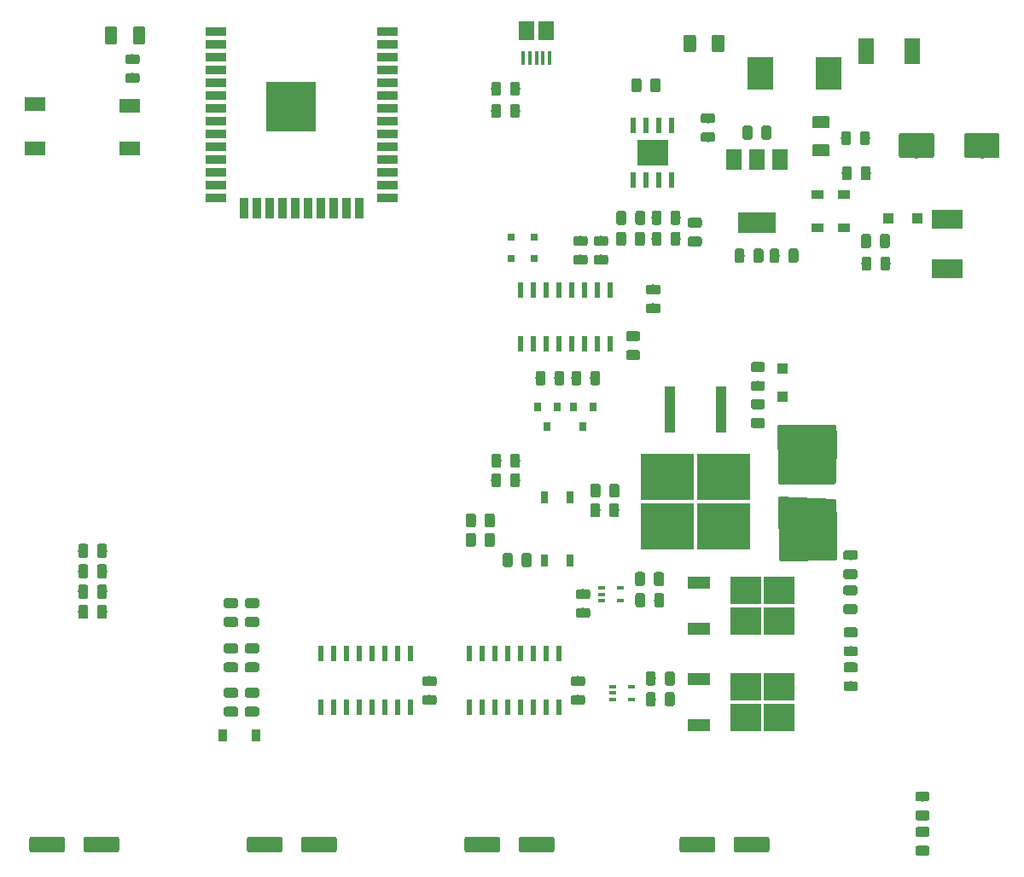
<source format=gtp>
G04 #@! TF.GenerationSoftware,KiCad,Pcbnew,5.0.2-bee76a0~70~ubuntu18.04.1*
G04 #@! TF.CreationDate,2019-05-30T11:23:19+09:00*
G04 #@! TF.ProjectId,MRR_ESPE,4d52525f-4553-4504-952e-6b696361645f,v0.1*
G04 #@! TF.SameCoordinates,Original*
G04 #@! TF.FileFunction,Paste,Top*
G04 #@! TF.FilePolarity,Positive*
%FSLAX46Y46*%
G04 Gerber Fmt 4.6, Leading zero omitted, Abs format (unit mm)*
G04 Created by KiCad (PCBNEW 5.0.2-bee76a0~70~ubuntu18.04.1) date Thu 30 May 2019 11:23:19 AM JST*
%MOMM*%
%LPD*%
G01*
G04 APERTURE LIST*
%ADD10R,2.100000X1.450000*%
%ADD11R,1.500000X1.900000*%
%ADD12R,0.400000X1.350000*%
%ADD13C,0.100000*%
%ADD14C,0.975000*%
%ADD15C,2.500000*%
%ADD16C,1.250000*%
%ADD17C,1.600000*%
%ADD18R,5.250000X4.550000*%
%ADD19R,1.100000X4.600000*%
%ADD20R,3.050000X2.750000*%
%ADD21R,2.200000X1.200000*%
%ADD22R,0.800000X0.900000*%
%ADD23R,2.000000X0.900000*%
%ADD24R,0.900000X2.000000*%
%ADD25R,5.000000X5.000000*%
%ADD26R,0.600000X1.550000*%
%ADD27R,3.100000X2.600000*%
%ADD28R,0.600000X1.500000*%
%ADD29R,1.500000X2.000000*%
%ADD30R,3.800000X2.000000*%
%ADD31R,3.150000X1.960000*%
%ADD32R,1.500000X2.500000*%
%ADD33R,2.500000X3.300000*%
%ADD34R,0.900000X1.200000*%
%ADD35R,1.100000X1.100000*%
%ADD36R,0.800000X0.800000*%
%ADD37R,0.800000X1.200000*%
%ADD38R,0.650000X0.400000*%
%ADD39R,1.200000X0.900000*%
%ADD40R,5.650000X3.790000*%
%ADD41C,0.254000*%
G04 APERTURE END LIST*
D10*
G04 #@! TO.C,SW1*
X56862000Y-46068900D03*
X47462000Y-45968900D03*
X47462000Y-50368900D03*
X56862000Y-50368900D03*
G04 #@! TD*
D11*
G04 #@! TO.C,J16*
X96212000Y-38640500D03*
D12*
X97862000Y-41340500D03*
X98512000Y-41340500D03*
X95912000Y-41340500D03*
X96562000Y-41340500D03*
X97212000Y-41340500D03*
D11*
X98212000Y-38640500D03*
G04 #@! TD*
D13*
G04 #@! TO.C,C1*
G36*
X67380142Y-96851174D02*
X67403803Y-96854684D01*
X67427007Y-96860496D01*
X67449529Y-96868554D01*
X67471153Y-96878782D01*
X67491670Y-96891079D01*
X67510883Y-96905329D01*
X67528607Y-96921393D01*
X67544671Y-96939117D01*
X67558921Y-96958330D01*
X67571218Y-96978847D01*
X67581446Y-97000471D01*
X67589504Y-97022993D01*
X67595316Y-97046197D01*
X67598826Y-97069858D01*
X67600000Y-97093750D01*
X67600000Y-97581250D01*
X67598826Y-97605142D01*
X67595316Y-97628803D01*
X67589504Y-97652007D01*
X67581446Y-97674529D01*
X67571218Y-97696153D01*
X67558921Y-97716670D01*
X67544671Y-97735883D01*
X67528607Y-97753607D01*
X67510883Y-97769671D01*
X67491670Y-97783921D01*
X67471153Y-97796218D01*
X67449529Y-97806446D01*
X67427007Y-97814504D01*
X67403803Y-97820316D01*
X67380142Y-97823826D01*
X67356250Y-97825000D01*
X66443750Y-97825000D01*
X66419858Y-97823826D01*
X66396197Y-97820316D01*
X66372993Y-97814504D01*
X66350471Y-97806446D01*
X66328847Y-97796218D01*
X66308330Y-97783921D01*
X66289117Y-97769671D01*
X66271393Y-97753607D01*
X66255329Y-97735883D01*
X66241079Y-97716670D01*
X66228782Y-97696153D01*
X66218554Y-97674529D01*
X66210496Y-97652007D01*
X66204684Y-97628803D01*
X66201174Y-97605142D01*
X66200000Y-97581250D01*
X66200000Y-97093750D01*
X66201174Y-97069858D01*
X66204684Y-97046197D01*
X66210496Y-97022993D01*
X66218554Y-97000471D01*
X66228782Y-96978847D01*
X66241079Y-96958330D01*
X66255329Y-96939117D01*
X66271393Y-96921393D01*
X66289117Y-96905329D01*
X66308330Y-96891079D01*
X66328847Y-96878782D01*
X66350471Y-96868554D01*
X66372993Y-96860496D01*
X66396197Y-96854684D01*
X66419858Y-96851174D01*
X66443750Y-96850000D01*
X67356250Y-96850000D01*
X67380142Y-96851174D01*
X67380142Y-96851174D01*
G37*
D14*
X66900000Y-97337500D03*
D13*
G36*
X67380142Y-94976174D02*
X67403803Y-94979684D01*
X67427007Y-94985496D01*
X67449529Y-94993554D01*
X67471153Y-95003782D01*
X67491670Y-95016079D01*
X67510883Y-95030329D01*
X67528607Y-95046393D01*
X67544671Y-95064117D01*
X67558921Y-95083330D01*
X67571218Y-95103847D01*
X67581446Y-95125471D01*
X67589504Y-95147993D01*
X67595316Y-95171197D01*
X67598826Y-95194858D01*
X67600000Y-95218750D01*
X67600000Y-95706250D01*
X67598826Y-95730142D01*
X67595316Y-95753803D01*
X67589504Y-95777007D01*
X67581446Y-95799529D01*
X67571218Y-95821153D01*
X67558921Y-95841670D01*
X67544671Y-95860883D01*
X67528607Y-95878607D01*
X67510883Y-95894671D01*
X67491670Y-95908921D01*
X67471153Y-95921218D01*
X67449529Y-95931446D01*
X67427007Y-95939504D01*
X67403803Y-95945316D01*
X67380142Y-95948826D01*
X67356250Y-95950000D01*
X66443750Y-95950000D01*
X66419858Y-95948826D01*
X66396197Y-95945316D01*
X66372993Y-95939504D01*
X66350471Y-95931446D01*
X66328847Y-95921218D01*
X66308330Y-95908921D01*
X66289117Y-95894671D01*
X66271393Y-95878607D01*
X66255329Y-95860883D01*
X66241079Y-95841670D01*
X66228782Y-95821153D01*
X66218554Y-95799529D01*
X66210496Y-95777007D01*
X66204684Y-95753803D01*
X66201174Y-95730142D01*
X66200000Y-95706250D01*
X66200000Y-95218750D01*
X66201174Y-95194858D01*
X66204684Y-95171197D01*
X66210496Y-95147993D01*
X66218554Y-95125471D01*
X66228782Y-95103847D01*
X66241079Y-95083330D01*
X66255329Y-95064117D01*
X66271393Y-95046393D01*
X66289117Y-95030329D01*
X66308330Y-95016079D01*
X66328847Y-95003782D01*
X66350471Y-94993554D01*
X66372993Y-94985496D01*
X66396197Y-94979684D01*
X66419858Y-94976174D01*
X66443750Y-94975000D01*
X67356250Y-94975000D01*
X67380142Y-94976174D01*
X67380142Y-94976174D01*
G37*
D14*
X66900000Y-95462500D03*
G04 #@! TD*
D13*
G04 #@! TO.C,C2*
G36*
X67380142Y-105751174D02*
X67403803Y-105754684D01*
X67427007Y-105760496D01*
X67449529Y-105768554D01*
X67471153Y-105778782D01*
X67491670Y-105791079D01*
X67510883Y-105805329D01*
X67528607Y-105821393D01*
X67544671Y-105839117D01*
X67558921Y-105858330D01*
X67571218Y-105878847D01*
X67581446Y-105900471D01*
X67589504Y-105922993D01*
X67595316Y-105946197D01*
X67598826Y-105969858D01*
X67600000Y-105993750D01*
X67600000Y-106481250D01*
X67598826Y-106505142D01*
X67595316Y-106528803D01*
X67589504Y-106552007D01*
X67581446Y-106574529D01*
X67571218Y-106596153D01*
X67558921Y-106616670D01*
X67544671Y-106635883D01*
X67528607Y-106653607D01*
X67510883Y-106669671D01*
X67491670Y-106683921D01*
X67471153Y-106696218D01*
X67449529Y-106706446D01*
X67427007Y-106714504D01*
X67403803Y-106720316D01*
X67380142Y-106723826D01*
X67356250Y-106725000D01*
X66443750Y-106725000D01*
X66419858Y-106723826D01*
X66396197Y-106720316D01*
X66372993Y-106714504D01*
X66350471Y-106706446D01*
X66328847Y-106696218D01*
X66308330Y-106683921D01*
X66289117Y-106669671D01*
X66271393Y-106653607D01*
X66255329Y-106635883D01*
X66241079Y-106616670D01*
X66228782Y-106596153D01*
X66218554Y-106574529D01*
X66210496Y-106552007D01*
X66204684Y-106528803D01*
X66201174Y-106505142D01*
X66200000Y-106481250D01*
X66200000Y-105993750D01*
X66201174Y-105969858D01*
X66204684Y-105946197D01*
X66210496Y-105922993D01*
X66218554Y-105900471D01*
X66228782Y-105878847D01*
X66241079Y-105858330D01*
X66255329Y-105839117D01*
X66271393Y-105821393D01*
X66289117Y-105805329D01*
X66308330Y-105791079D01*
X66328847Y-105778782D01*
X66350471Y-105768554D01*
X66372993Y-105760496D01*
X66396197Y-105754684D01*
X66419858Y-105751174D01*
X66443750Y-105750000D01*
X67356250Y-105750000D01*
X67380142Y-105751174D01*
X67380142Y-105751174D01*
G37*
D14*
X66900000Y-106237500D03*
D13*
G36*
X67380142Y-103876174D02*
X67403803Y-103879684D01*
X67427007Y-103885496D01*
X67449529Y-103893554D01*
X67471153Y-103903782D01*
X67491670Y-103916079D01*
X67510883Y-103930329D01*
X67528607Y-103946393D01*
X67544671Y-103964117D01*
X67558921Y-103983330D01*
X67571218Y-104003847D01*
X67581446Y-104025471D01*
X67589504Y-104047993D01*
X67595316Y-104071197D01*
X67598826Y-104094858D01*
X67600000Y-104118750D01*
X67600000Y-104606250D01*
X67598826Y-104630142D01*
X67595316Y-104653803D01*
X67589504Y-104677007D01*
X67581446Y-104699529D01*
X67571218Y-104721153D01*
X67558921Y-104741670D01*
X67544671Y-104760883D01*
X67528607Y-104778607D01*
X67510883Y-104794671D01*
X67491670Y-104808921D01*
X67471153Y-104821218D01*
X67449529Y-104831446D01*
X67427007Y-104839504D01*
X67403803Y-104845316D01*
X67380142Y-104848826D01*
X67356250Y-104850000D01*
X66443750Y-104850000D01*
X66419858Y-104848826D01*
X66396197Y-104845316D01*
X66372993Y-104839504D01*
X66350471Y-104831446D01*
X66328847Y-104821218D01*
X66308330Y-104808921D01*
X66289117Y-104794671D01*
X66271393Y-104778607D01*
X66255329Y-104760883D01*
X66241079Y-104741670D01*
X66228782Y-104721153D01*
X66218554Y-104699529D01*
X66210496Y-104677007D01*
X66204684Y-104653803D01*
X66201174Y-104630142D01*
X66200000Y-104606250D01*
X66200000Y-104118750D01*
X66201174Y-104094858D01*
X66204684Y-104071197D01*
X66210496Y-104047993D01*
X66218554Y-104025471D01*
X66228782Y-104003847D01*
X66241079Y-103983330D01*
X66255329Y-103964117D01*
X66271393Y-103946393D01*
X66289117Y-103930329D01*
X66308330Y-103916079D01*
X66328847Y-103903782D01*
X66350471Y-103893554D01*
X66372993Y-103885496D01*
X66396197Y-103879684D01*
X66419858Y-103876174D01*
X66443750Y-103875000D01*
X67356250Y-103875000D01*
X67380142Y-103876174D01*
X67380142Y-103876174D01*
G37*
D14*
X66900000Y-104362500D03*
G04 #@! TD*
D13*
G04 #@! TO.C,C3*
G36*
X67380142Y-101351174D02*
X67403803Y-101354684D01*
X67427007Y-101360496D01*
X67449529Y-101368554D01*
X67471153Y-101378782D01*
X67491670Y-101391079D01*
X67510883Y-101405329D01*
X67528607Y-101421393D01*
X67544671Y-101439117D01*
X67558921Y-101458330D01*
X67571218Y-101478847D01*
X67581446Y-101500471D01*
X67589504Y-101522993D01*
X67595316Y-101546197D01*
X67598826Y-101569858D01*
X67600000Y-101593750D01*
X67600000Y-102081250D01*
X67598826Y-102105142D01*
X67595316Y-102128803D01*
X67589504Y-102152007D01*
X67581446Y-102174529D01*
X67571218Y-102196153D01*
X67558921Y-102216670D01*
X67544671Y-102235883D01*
X67528607Y-102253607D01*
X67510883Y-102269671D01*
X67491670Y-102283921D01*
X67471153Y-102296218D01*
X67449529Y-102306446D01*
X67427007Y-102314504D01*
X67403803Y-102320316D01*
X67380142Y-102323826D01*
X67356250Y-102325000D01*
X66443750Y-102325000D01*
X66419858Y-102323826D01*
X66396197Y-102320316D01*
X66372993Y-102314504D01*
X66350471Y-102306446D01*
X66328847Y-102296218D01*
X66308330Y-102283921D01*
X66289117Y-102269671D01*
X66271393Y-102253607D01*
X66255329Y-102235883D01*
X66241079Y-102216670D01*
X66228782Y-102196153D01*
X66218554Y-102174529D01*
X66210496Y-102152007D01*
X66204684Y-102128803D01*
X66201174Y-102105142D01*
X66200000Y-102081250D01*
X66200000Y-101593750D01*
X66201174Y-101569858D01*
X66204684Y-101546197D01*
X66210496Y-101522993D01*
X66218554Y-101500471D01*
X66228782Y-101478847D01*
X66241079Y-101458330D01*
X66255329Y-101439117D01*
X66271393Y-101421393D01*
X66289117Y-101405329D01*
X66308330Y-101391079D01*
X66328847Y-101378782D01*
X66350471Y-101368554D01*
X66372993Y-101360496D01*
X66396197Y-101354684D01*
X66419858Y-101351174D01*
X66443750Y-101350000D01*
X67356250Y-101350000D01*
X67380142Y-101351174D01*
X67380142Y-101351174D01*
G37*
D14*
X66900000Y-101837500D03*
D13*
G36*
X67380142Y-99476174D02*
X67403803Y-99479684D01*
X67427007Y-99485496D01*
X67449529Y-99493554D01*
X67471153Y-99503782D01*
X67491670Y-99516079D01*
X67510883Y-99530329D01*
X67528607Y-99546393D01*
X67544671Y-99564117D01*
X67558921Y-99583330D01*
X67571218Y-99603847D01*
X67581446Y-99625471D01*
X67589504Y-99647993D01*
X67595316Y-99671197D01*
X67598826Y-99694858D01*
X67600000Y-99718750D01*
X67600000Y-100206250D01*
X67598826Y-100230142D01*
X67595316Y-100253803D01*
X67589504Y-100277007D01*
X67581446Y-100299529D01*
X67571218Y-100321153D01*
X67558921Y-100341670D01*
X67544671Y-100360883D01*
X67528607Y-100378607D01*
X67510883Y-100394671D01*
X67491670Y-100408921D01*
X67471153Y-100421218D01*
X67449529Y-100431446D01*
X67427007Y-100439504D01*
X67403803Y-100445316D01*
X67380142Y-100448826D01*
X67356250Y-100450000D01*
X66443750Y-100450000D01*
X66419858Y-100448826D01*
X66396197Y-100445316D01*
X66372993Y-100439504D01*
X66350471Y-100431446D01*
X66328847Y-100421218D01*
X66308330Y-100408921D01*
X66289117Y-100394671D01*
X66271393Y-100378607D01*
X66255329Y-100360883D01*
X66241079Y-100341670D01*
X66228782Y-100321153D01*
X66218554Y-100299529D01*
X66210496Y-100277007D01*
X66204684Y-100253803D01*
X66201174Y-100230142D01*
X66200000Y-100206250D01*
X66200000Y-99718750D01*
X66201174Y-99694858D01*
X66204684Y-99671197D01*
X66210496Y-99647993D01*
X66218554Y-99625471D01*
X66228782Y-99603847D01*
X66241079Y-99583330D01*
X66255329Y-99564117D01*
X66271393Y-99546393D01*
X66289117Y-99530329D01*
X66308330Y-99516079D01*
X66328847Y-99503782D01*
X66350471Y-99493554D01*
X66372993Y-99485496D01*
X66396197Y-99479684D01*
X66419858Y-99476174D01*
X66443750Y-99475000D01*
X67356250Y-99475000D01*
X67380142Y-99476174D01*
X67380142Y-99476174D01*
G37*
D14*
X66900000Y-99962500D03*
G04 #@! TD*
D13*
G04 #@! TO.C,C4*
G36*
X142949504Y-48801204D02*
X142973773Y-48804804D01*
X142997571Y-48810765D01*
X143020671Y-48819030D01*
X143042849Y-48829520D01*
X143063893Y-48842133D01*
X143083598Y-48856747D01*
X143101777Y-48873223D01*
X143118253Y-48891402D01*
X143132867Y-48911107D01*
X143145480Y-48932151D01*
X143155970Y-48954329D01*
X143164235Y-48977429D01*
X143170196Y-49001227D01*
X143173796Y-49025496D01*
X143175000Y-49050000D01*
X143175000Y-51050000D01*
X143173796Y-51074504D01*
X143170196Y-51098773D01*
X143164235Y-51122571D01*
X143155970Y-51145671D01*
X143145480Y-51167849D01*
X143132867Y-51188893D01*
X143118253Y-51208598D01*
X143101777Y-51226777D01*
X143083598Y-51243253D01*
X143063893Y-51257867D01*
X143042849Y-51270480D01*
X143020671Y-51280970D01*
X142997571Y-51289235D01*
X142973773Y-51295196D01*
X142949504Y-51298796D01*
X142925000Y-51300000D01*
X139925000Y-51300000D01*
X139900496Y-51298796D01*
X139876227Y-51295196D01*
X139852429Y-51289235D01*
X139829329Y-51280970D01*
X139807151Y-51270480D01*
X139786107Y-51257867D01*
X139766402Y-51243253D01*
X139748223Y-51226777D01*
X139731747Y-51208598D01*
X139717133Y-51188893D01*
X139704520Y-51167849D01*
X139694030Y-51145671D01*
X139685765Y-51122571D01*
X139679804Y-51098773D01*
X139676204Y-51074504D01*
X139675000Y-51050000D01*
X139675000Y-49050000D01*
X139676204Y-49025496D01*
X139679804Y-49001227D01*
X139685765Y-48977429D01*
X139694030Y-48954329D01*
X139704520Y-48932151D01*
X139717133Y-48911107D01*
X139731747Y-48891402D01*
X139748223Y-48873223D01*
X139766402Y-48856747D01*
X139786107Y-48842133D01*
X139807151Y-48829520D01*
X139829329Y-48819030D01*
X139852429Y-48810765D01*
X139876227Y-48804804D01*
X139900496Y-48801204D01*
X139925000Y-48800000D01*
X142925000Y-48800000D01*
X142949504Y-48801204D01*
X142949504Y-48801204D01*
G37*
D15*
X141425000Y-50050000D03*
D13*
G36*
X136449504Y-48801204D02*
X136473773Y-48804804D01*
X136497571Y-48810765D01*
X136520671Y-48819030D01*
X136542849Y-48829520D01*
X136563893Y-48842133D01*
X136583598Y-48856747D01*
X136601777Y-48873223D01*
X136618253Y-48891402D01*
X136632867Y-48911107D01*
X136645480Y-48932151D01*
X136655970Y-48954329D01*
X136664235Y-48977429D01*
X136670196Y-49001227D01*
X136673796Y-49025496D01*
X136675000Y-49050000D01*
X136675000Y-51050000D01*
X136673796Y-51074504D01*
X136670196Y-51098773D01*
X136664235Y-51122571D01*
X136655970Y-51145671D01*
X136645480Y-51167849D01*
X136632867Y-51188893D01*
X136618253Y-51208598D01*
X136601777Y-51226777D01*
X136583598Y-51243253D01*
X136563893Y-51257867D01*
X136542849Y-51270480D01*
X136520671Y-51280970D01*
X136497571Y-51289235D01*
X136473773Y-51295196D01*
X136449504Y-51298796D01*
X136425000Y-51300000D01*
X133425000Y-51300000D01*
X133400496Y-51298796D01*
X133376227Y-51295196D01*
X133352429Y-51289235D01*
X133329329Y-51280970D01*
X133307151Y-51270480D01*
X133286107Y-51257867D01*
X133266402Y-51243253D01*
X133248223Y-51226777D01*
X133231747Y-51208598D01*
X133217133Y-51188893D01*
X133204520Y-51167849D01*
X133194030Y-51145671D01*
X133185765Y-51122571D01*
X133179804Y-51098773D01*
X133176204Y-51074504D01*
X133175000Y-51050000D01*
X133175000Y-49050000D01*
X133176204Y-49025496D01*
X133179804Y-49001227D01*
X133185765Y-48977429D01*
X133194030Y-48954329D01*
X133204520Y-48932151D01*
X133217133Y-48911107D01*
X133231747Y-48891402D01*
X133248223Y-48873223D01*
X133266402Y-48856747D01*
X133286107Y-48842133D01*
X133307151Y-48829520D01*
X133329329Y-48819030D01*
X133352429Y-48810765D01*
X133376227Y-48804804D01*
X133400496Y-48801204D01*
X133425000Y-48800000D01*
X136425000Y-48800000D01*
X136449504Y-48801204D01*
X136449504Y-48801204D01*
G37*
D15*
X134925000Y-50050000D03*
G04 #@! TD*
D13*
G04 #@! TO.C,C5*
G36*
X54380142Y-95626174D02*
X54403803Y-95629684D01*
X54427007Y-95635496D01*
X54449529Y-95643554D01*
X54471153Y-95653782D01*
X54491670Y-95666079D01*
X54510883Y-95680329D01*
X54528607Y-95696393D01*
X54544671Y-95714117D01*
X54558921Y-95733330D01*
X54571218Y-95753847D01*
X54581446Y-95775471D01*
X54589504Y-95797993D01*
X54595316Y-95821197D01*
X54598826Y-95844858D01*
X54600000Y-95868750D01*
X54600000Y-96781250D01*
X54598826Y-96805142D01*
X54595316Y-96828803D01*
X54589504Y-96852007D01*
X54581446Y-96874529D01*
X54571218Y-96896153D01*
X54558921Y-96916670D01*
X54544671Y-96935883D01*
X54528607Y-96953607D01*
X54510883Y-96969671D01*
X54491670Y-96983921D01*
X54471153Y-96996218D01*
X54449529Y-97006446D01*
X54427007Y-97014504D01*
X54403803Y-97020316D01*
X54380142Y-97023826D01*
X54356250Y-97025000D01*
X53868750Y-97025000D01*
X53844858Y-97023826D01*
X53821197Y-97020316D01*
X53797993Y-97014504D01*
X53775471Y-97006446D01*
X53753847Y-96996218D01*
X53733330Y-96983921D01*
X53714117Y-96969671D01*
X53696393Y-96953607D01*
X53680329Y-96935883D01*
X53666079Y-96916670D01*
X53653782Y-96896153D01*
X53643554Y-96874529D01*
X53635496Y-96852007D01*
X53629684Y-96828803D01*
X53626174Y-96805142D01*
X53625000Y-96781250D01*
X53625000Y-95868750D01*
X53626174Y-95844858D01*
X53629684Y-95821197D01*
X53635496Y-95797993D01*
X53643554Y-95775471D01*
X53653782Y-95753847D01*
X53666079Y-95733330D01*
X53680329Y-95714117D01*
X53696393Y-95696393D01*
X53714117Y-95680329D01*
X53733330Y-95666079D01*
X53753847Y-95653782D01*
X53775471Y-95643554D01*
X53797993Y-95635496D01*
X53821197Y-95629684D01*
X53844858Y-95626174D01*
X53868750Y-95625000D01*
X54356250Y-95625000D01*
X54380142Y-95626174D01*
X54380142Y-95626174D01*
G37*
D14*
X54112500Y-96325000D03*
D13*
G36*
X52505142Y-95626174D02*
X52528803Y-95629684D01*
X52552007Y-95635496D01*
X52574529Y-95643554D01*
X52596153Y-95653782D01*
X52616670Y-95666079D01*
X52635883Y-95680329D01*
X52653607Y-95696393D01*
X52669671Y-95714117D01*
X52683921Y-95733330D01*
X52696218Y-95753847D01*
X52706446Y-95775471D01*
X52714504Y-95797993D01*
X52720316Y-95821197D01*
X52723826Y-95844858D01*
X52725000Y-95868750D01*
X52725000Y-96781250D01*
X52723826Y-96805142D01*
X52720316Y-96828803D01*
X52714504Y-96852007D01*
X52706446Y-96874529D01*
X52696218Y-96896153D01*
X52683921Y-96916670D01*
X52669671Y-96935883D01*
X52653607Y-96953607D01*
X52635883Y-96969671D01*
X52616670Y-96983921D01*
X52596153Y-96996218D01*
X52574529Y-97006446D01*
X52552007Y-97014504D01*
X52528803Y-97020316D01*
X52505142Y-97023826D01*
X52481250Y-97025000D01*
X51993750Y-97025000D01*
X51969858Y-97023826D01*
X51946197Y-97020316D01*
X51922993Y-97014504D01*
X51900471Y-97006446D01*
X51878847Y-96996218D01*
X51858330Y-96983921D01*
X51839117Y-96969671D01*
X51821393Y-96953607D01*
X51805329Y-96935883D01*
X51791079Y-96916670D01*
X51778782Y-96896153D01*
X51768554Y-96874529D01*
X51760496Y-96852007D01*
X51754684Y-96828803D01*
X51751174Y-96805142D01*
X51750000Y-96781250D01*
X51750000Y-95868750D01*
X51751174Y-95844858D01*
X51754684Y-95821197D01*
X51760496Y-95797993D01*
X51768554Y-95775471D01*
X51778782Y-95753847D01*
X51791079Y-95733330D01*
X51805329Y-95714117D01*
X51821393Y-95696393D01*
X51839117Y-95680329D01*
X51858330Y-95666079D01*
X51878847Y-95653782D01*
X51900471Y-95643554D01*
X51922993Y-95635496D01*
X51946197Y-95629684D01*
X51969858Y-95626174D01*
X51993750Y-95625000D01*
X52481250Y-95625000D01*
X52505142Y-95626174D01*
X52505142Y-95626174D01*
G37*
D14*
X52237500Y-96325000D03*
G04 #@! TD*
D13*
G04 #@! TO.C,C6*
G36*
X54380142Y-91601174D02*
X54403803Y-91604684D01*
X54427007Y-91610496D01*
X54449529Y-91618554D01*
X54471153Y-91628782D01*
X54491670Y-91641079D01*
X54510883Y-91655329D01*
X54528607Y-91671393D01*
X54544671Y-91689117D01*
X54558921Y-91708330D01*
X54571218Y-91728847D01*
X54581446Y-91750471D01*
X54589504Y-91772993D01*
X54595316Y-91796197D01*
X54598826Y-91819858D01*
X54600000Y-91843750D01*
X54600000Y-92756250D01*
X54598826Y-92780142D01*
X54595316Y-92803803D01*
X54589504Y-92827007D01*
X54581446Y-92849529D01*
X54571218Y-92871153D01*
X54558921Y-92891670D01*
X54544671Y-92910883D01*
X54528607Y-92928607D01*
X54510883Y-92944671D01*
X54491670Y-92958921D01*
X54471153Y-92971218D01*
X54449529Y-92981446D01*
X54427007Y-92989504D01*
X54403803Y-92995316D01*
X54380142Y-92998826D01*
X54356250Y-93000000D01*
X53868750Y-93000000D01*
X53844858Y-92998826D01*
X53821197Y-92995316D01*
X53797993Y-92989504D01*
X53775471Y-92981446D01*
X53753847Y-92971218D01*
X53733330Y-92958921D01*
X53714117Y-92944671D01*
X53696393Y-92928607D01*
X53680329Y-92910883D01*
X53666079Y-92891670D01*
X53653782Y-92871153D01*
X53643554Y-92849529D01*
X53635496Y-92827007D01*
X53629684Y-92803803D01*
X53626174Y-92780142D01*
X53625000Y-92756250D01*
X53625000Y-91843750D01*
X53626174Y-91819858D01*
X53629684Y-91796197D01*
X53635496Y-91772993D01*
X53643554Y-91750471D01*
X53653782Y-91728847D01*
X53666079Y-91708330D01*
X53680329Y-91689117D01*
X53696393Y-91671393D01*
X53714117Y-91655329D01*
X53733330Y-91641079D01*
X53753847Y-91628782D01*
X53775471Y-91618554D01*
X53797993Y-91610496D01*
X53821197Y-91604684D01*
X53844858Y-91601174D01*
X53868750Y-91600000D01*
X54356250Y-91600000D01*
X54380142Y-91601174D01*
X54380142Y-91601174D01*
G37*
D14*
X54112500Y-92300000D03*
D13*
G36*
X52505142Y-91601174D02*
X52528803Y-91604684D01*
X52552007Y-91610496D01*
X52574529Y-91618554D01*
X52596153Y-91628782D01*
X52616670Y-91641079D01*
X52635883Y-91655329D01*
X52653607Y-91671393D01*
X52669671Y-91689117D01*
X52683921Y-91708330D01*
X52696218Y-91728847D01*
X52706446Y-91750471D01*
X52714504Y-91772993D01*
X52720316Y-91796197D01*
X52723826Y-91819858D01*
X52725000Y-91843750D01*
X52725000Y-92756250D01*
X52723826Y-92780142D01*
X52720316Y-92803803D01*
X52714504Y-92827007D01*
X52706446Y-92849529D01*
X52696218Y-92871153D01*
X52683921Y-92891670D01*
X52669671Y-92910883D01*
X52653607Y-92928607D01*
X52635883Y-92944671D01*
X52616670Y-92958921D01*
X52596153Y-92971218D01*
X52574529Y-92981446D01*
X52552007Y-92989504D01*
X52528803Y-92995316D01*
X52505142Y-92998826D01*
X52481250Y-93000000D01*
X51993750Y-93000000D01*
X51969858Y-92998826D01*
X51946197Y-92995316D01*
X51922993Y-92989504D01*
X51900471Y-92981446D01*
X51878847Y-92971218D01*
X51858330Y-92958921D01*
X51839117Y-92944671D01*
X51821393Y-92928607D01*
X51805329Y-92910883D01*
X51791079Y-92891670D01*
X51778782Y-92871153D01*
X51768554Y-92849529D01*
X51760496Y-92827007D01*
X51754684Y-92803803D01*
X51751174Y-92780142D01*
X51750000Y-92756250D01*
X51750000Y-91843750D01*
X51751174Y-91819858D01*
X51754684Y-91796197D01*
X51760496Y-91772993D01*
X51768554Y-91750471D01*
X51778782Y-91728847D01*
X51791079Y-91708330D01*
X51805329Y-91689117D01*
X51821393Y-91671393D01*
X51839117Y-91655329D01*
X51858330Y-91641079D01*
X51878847Y-91628782D01*
X51900471Y-91618554D01*
X51922993Y-91610496D01*
X51946197Y-91604684D01*
X51969858Y-91601174D01*
X51993750Y-91600000D01*
X52481250Y-91600000D01*
X52505142Y-91601174D01*
X52505142Y-91601174D01*
G37*
D14*
X52237500Y-92300000D03*
G04 #@! TD*
D13*
G04 #@! TO.C,C7*
G36*
X112824504Y-39051204D02*
X112848773Y-39054804D01*
X112872571Y-39060765D01*
X112895671Y-39069030D01*
X112917849Y-39079520D01*
X112938893Y-39092133D01*
X112958598Y-39106747D01*
X112976777Y-39123223D01*
X112993253Y-39141402D01*
X113007867Y-39161107D01*
X113020480Y-39182151D01*
X113030970Y-39204329D01*
X113039235Y-39227429D01*
X113045196Y-39251227D01*
X113048796Y-39275496D01*
X113050000Y-39300000D01*
X113050000Y-40550000D01*
X113048796Y-40574504D01*
X113045196Y-40598773D01*
X113039235Y-40622571D01*
X113030970Y-40645671D01*
X113020480Y-40667849D01*
X113007867Y-40688893D01*
X112993253Y-40708598D01*
X112976777Y-40726777D01*
X112958598Y-40743253D01*
X112938893Y-40757867D01*
X112917849Y-40770480D01*
X112895671Y-40780970D01*
X112872571Y-40789235D01*
X112848773Y-40795196D01*
X112824504Y-40798796D01*
X112800000Y-40800000D01*
X112050000Y-40800000D01*
X112025496Y-40798796D01*
X112001227Y-40795196D01*
X111977429Y-40789235D01*
X111954329Y-40780970D01*
X111932151Y-40770480D01*
X111911107Y-40757867D01*
X111891402Y-40743253D01*
X111873223Y-40726777D01*
X111856747Y-40708598D01*
X111842133Y-40688893D01*
X111829520Y-40667849D01*
X111819030Y-40645671D01*
X111810765Y-40622571D01*
X111804804Y-40598773D01*
X111801204Y-40574504D01*
X111800000Y-40550000D01*
X111800000Y-39300000D01*
X111801204Y-39275496D01*
X111804804Y-39251227D01*
X111810765Y-39227429D01*
X111819030Y-39204329D01*
X111829520Y-39182151D01*
X111842133Y-39161107D01*
X111856747Y-39141402D01*
X111873223Y-39123223D01*
X111891402Y-39106747D01*
X111911107Y-39092133D01*
X111932151Y-39079520D01*
X111954329Y-39069030D01*
X111977429Y-39060765D01*
X112001227Y-39054804D01*
X112025496Y-39051204D01*
X112050000Y-39050000D01*
X112800000Y-39050000D01*
X112824504Y-39051204D01*
X112824504Y-39051204D01*
G37*
D16*
X112425000Y-39925000D03*
D13*
G36*
X115624504Y-39051204D02*
X115648773Y-39054804D01*
X115672571Y-39060765D01*
X115695671Y-39069030D01*
X115717849Y-39079520D01*
X115738893Y-39092133D01*
X115758598Y-39106747D01*
X115776777Y-39123223D01*
X115793253Y-39141402D01*
X115807867Y-39161107D01*
X115820480Y-39182151D01*
X115830970Y-39204329D01*
X115839235Y-39227429D01*
X115845196Y-39251227D01*
X115848796Y-39275496D01*
X115850000Y-39300000D01*
X115850000Y-40550000D01*
X115848796Y-40574504D01*
X115845196Y-40598773D01*
X115839235Y-40622571D01*
X115830970Y-40645671D01*
X115820480Y-40667849D01*
X115807867Y-40688893D01*
X115793253Y-40708598D01*
X115776777Y-40726777D01*
X115758598Y-40743253D01*
X115738893Y-40757867D01*
X115717849Y-40770480D01*
X115695671Y-40780970D01*
X115672571Y-40789235D01*
X115648773Y-40795196D01*
X115624504Y-40798796D01*
X115600000Y-40800000D01*
X114850000Y-40800000D01*
X114825496Y-40798796D01*
X114801227Y-40795196D01*
X114777429Y-40789235D01*
X114754329Y-40780970D01*
X114732151Y-40770480D01*
X114711107Y-40757867D01*
X114691402Y-40743253D01*
X114673223Y-40726777D01*
X114656747Y-40708598D01*
X114642133Y-40688893D01*
X114629520Y-40667849D01*
X114619030Y-40645671D01*
X114610765Y-40622571D01*
X114604804Y-40598773D01*
X114601204Y-40574504D01*
X114600000Y-40550000D01*
X114600000Y-39300000D01*
X114601204Y-39275496D01*
X114604804Y-39251227D01*
X114610765Y-39227429D01*
X114619030Y-39204329D01*
X114629520Y-39182151D01*
X114642133Y-39161107D01*
X114656747Y-39141402D01*
X114673223Y-39123223D01*
X114691402Y-39106747D01*
X114711107Y-39092133D01*
X114732151Y-39079520D01*
X114754329Y-39069030D01*
X114777429Y-39060765D01*
X114801227Y-39054804D01*
X114825496Y-39051204D01*
X114850000Y-39050000D01*
X115600000Y-39050000D01*
X115624504Y-39051204D01*
X115624504Y-39051204D01*
G37*
D16*
X115225000Y-39925000D03*
G04 #@! TD*
D13*
G04 #@! TO.C,C8*
G36*
X113410142Y-57216174D02*
X113433803Y-57219684D01*
X113457007Y-57225496D01*
X113479529Y-57233554D01*
X113501153Y-57243782D01*
X113521670Y-57256079D01*
X113540883Y-57270329D01*
X113558607Y-57286393D01*
X113574671Y-57304117D01*
X113588921Y-57323330D01*
X113601218Y-57343847D01*
X113611446Y-57365471D01*
X113619504Y-57387993D01*
X113625316Y-57411197D01*
X113628826Y-57434858D01*
X113630000Y-57458750D01*
X113630000Y-57946250D01*
X113628826Y-57970142D01*
X113625316Y-57993803D01*
X113619504Y-58017007D01*
X113611446Y-58039529D01*
X113601218Y-58061153D01*
X113588921Y-58081670D01*
X113574671Y-58100883D01*
X113558607Y-58118607D01*
X113540883Y-58134671D01*
X113521670Y-58148921D01*
X113501153Y-58161218D01*
X113479529Y-58171446D01*
X113457007Y-58179504D01*
X113433803Y-58185316D01*
X113410142Y-58188826D01*
X113386250Y-58190000D01*
X112473750Y-58190000D01*
X112449858Y-58188826D01*
X112426197Y-58185316D01*
X112402993Y-58179504D01*
X112380471Y-58171446D01*
X112358847Y-58161218D01*
X112338330Y-58148921D01*
X112319117Y-58134671D01*
X112301393Y-58118607D01*
X112285329Y-58100883D01*
X112271079Y-58081670D01*
X112258782Y-58061153D01*
X112248554Y-58039529D01*
X112240496Y-58017007D01*
X112234684Y-57993803D01*
X112231174Y-57970142D01*
X112230000Y-57946250D01*
X112230000Y-57458750D01*
X112231174Y-57434858D01*
X112234684Y-57411197D01*
X112240496Y-57387993D01*
X112248554Y-57365471D01*
X112258782Y-57343847D01*
X112271079Y-57323330D01*
X112285329Y-57304117D01*
X112301393Y-57286393D01*
X112319117Y-57270329D01*
X112338330Y-57256079D01*
X112358847Y-57243782D01*
X112380471Y-57233554D01*
X112402993Y-57225496D01*
X112426197Y-57219684D01*
X112449858Y-57216174D01*
X112473750Y-57215000D01*
X113386250Y-57215000D01*
X113410142Y-57216174D01*
X113410142Y-57216174D01*
G37*
D14*
X112930000Y-57702500D03*
D13*
G36*
X113410142Y-59091174D02*
X113433803Y-59094684D01*
X113457007Y-59100496D01*
X113479529Y-59108554D01*
X113501153Y-59118782D01*
X113521670Y-59131079D01*
X113540883Y-59145329D01*
X113558607Y-59161393D01*
X113574671Y-59179117D01*
X113588921Y-59198330D01*
X113601218Y-59218847D01*
X113611446Y-59240471D01*
X113619504Y-59262993D01*
X113625316Y-59286197D01*
X113628826Y-59309858D01*
X113630000Y-59333750D01*
X113630000Y-59821250D01*
X113628826Y-59845142D01*
X113625316Y-59868803D01*
X113619504Y-59892007D01*
X113611446Y-59914529D01*
X113601218Y-59936153D01*
X113588921Y-59956670D01*
X113574671Y-59975883D01*
X113558607Y-59993607D01*
X113540883Y-60009671D01*
X113521670Y-60023921D01*
X113501153Y-60036218D01*
X113479529Y-60046446D01*
X113457007Y-60054504D01*
X113433803Y-60060316D01*
X113410142Y-60063826D01*
X113386250Y-60065000D01*
X112473750Y-60065000D01*
X112449858Y-60063826D01*
X112426197Y-60060316D01*
X112402993Y-60054504D01*
X112380471Y-60046446D01*
X112358847Y-60036218D01*
X112338330Y-60023921D01*
X112319117Y-60009671D01*
X112301393Y-59993607D01*
X112285329Y-59975883D01*
X112271079Y-59956670D01*
X112258782Y-59936153D01*
X112248554Y-59914529D01*
X112240496Y-59892007D01*
X112234684Y-59868803D01*
X112231174Y-59845142D01*
X112230000Y-59821250D01*
X112230000Y-59333750D01*
X112231174Y-59309858D01*
X112234684Y-59286197D01*
X112240496Y-59262993D01*
X112248554Y-59240471D01*
X112258782Y-59218847D01*
X112271079Y-59198330D01*
X112285329Y-59179117D01*
X112301393Y-59161393D01*
X112319117Y-59145329D01*
X112338330Y-59131079D01*
X112358847Y-59118782D01*
X112380471Y-59108554D01*
X112402993Y-59100496D01*
X112426197Y-59094684D01*
X112449858Y-59091174D01*
X112473750Y-59090000D01*
X113386250Y-59090000D01*
X113410142Y-59091174D01*
X113410142Y-59091174D01*
G37*
D14*
X112930000Y-59577500D03*
G04 #@! TD*
D13*
G04 #@! TO.C,C9*
G36*
X105880142Y-58601174D02*
X105903803Y-58604684D01*
X105927007Y-58610496D01*
X105949529Y-58618554D01*
X105971153Y-58628782D01*
X105991670Y-58641079D01*
X106010883Y-58655329D01*
X106028607Y-58671393D01*
X106044671Y-58689117D01*
X106058921Y-58708330D01*
X106071218Y-58728847D01*
X106081446Y-58750471D01*
X106089504Y-58772993D01*
X106095316Y-58796197D01*
X106098826Y-58819858D01*
X106100000Y-58843750D01*
X106100000Y-59756250D01*
X106098826Y-59780142D01*
X106095316Y-59803803D01*
X106089504Y-59827007D01*
X106081446Y-59849529D01*
X106071218Y-59871153D01*
X106058921Y-59891670D01*
X106044671Y-59910883D01*
X106028607Y-59928607D01*
X106010883Y-59944671D01*
X105991670Y-59958921D01*
X105971153Y-59971218D01*
X105949529Y-59981446D01*
X105927007Y-59989504D01*
X105903803Y-59995316D01*
X105880142Y-59998826D01*
X105856250Y-60000000D01*
X105368750Y-60000000D01*
X105344858Y-59998826D01*
X105321197Y-59995316D01*
X105297993Y-59989504D01*
X105275471Y-59981446D01*
X105253847Y-59971218D01*
X105233330Y-59958921D01*
X105214117Y-59944671D01*
X105196393Y-59928607D01*
X105180329Y-59910883D01*
X105166079Y-59891670D01*
X105153782Y-59871153D01*
X105143554Y-59849529D01*
X105135496Y-59827007D01*
X105129684Y-59803803D01*
X105126174Y-59780142D01*
X105125000Y-59756250D01*
X105125000Y-58843750D01*
X105126174Y-58819858D01*
X105129684Y-58796197D01*
X105135496Y-58772993D01*
X105143554Y-58750471D01*
X105153782Y-58728847D01*
X105166079Y-58708330D01*
X105180329Y-58689117D01*
X105196393Y-58671393D01*
X105214117Y-58655329D01*
X105233330Y-58641079D01*
X105253847Y-58628782D01*
X105275471Y-58618554D01*
X105297993Y-58610496D01*
X105321197Y-58604684D01*
X105344858Y-58601174D01*
X105368750Y-58600000D01*
X105856250Y-58600000D01*
X105880142Y-58601174D01*
X105880142Y-58601174D01*
G37*
D14*
X105612500Y-59300000D03*
D13*
G36*
X107755142Y-58601174D02*
X107778803Y-58604684D01*
X107802007Y-58610496D01*
X107824529Y-58618554D01*
X107846153Y-58628782D01*
X107866670Y-58641079D01*
X107885883Y-58655329D01*
X107903607Y-58671393D01*
X107919671Y-58689117D01*
X107933921Y-58708330D01*
X107946218Y-58728847D01*
X107956446Y-58750471D01*
X107964504Y-58772993D01*
X107970316Y-58796197D01*
X107973826Y-58819858D01*
X107975000Y-58843750D01*
X107975000Y-59756250D01*
X107973826Y-59780142D01*
X107970316Y-59803803D01*
X107964504Y-59827007D01*
X107956446Y-59849529D01*
X107946218Y-59871153D01*
X107933921Y-59891670D01*
X107919671Y-59910883D01*
X107903607Y-59928607D01*
X107885883Y-59944671D01*
X107866670Y-59958921D01*
X107846153Y-59971218D01*
X107824529Y-59981446D01*
X107802007Y-59989504D01*
X107778803Y-59995316D01*
X107755142Y-59998826D01*
X107731250Y-60000000D01*
X107243750Y-60000000D01*
X107219858Y-59998826D01*
X107196197Y-59995316D01*
X107172993Y-59989504D01*
X107150471Y-59981446D01*
X107128847Y-59971218D01*
X107108330Y-59958921D01*
X107089117Y-59944671D01*
X107071393Y-59928607D01*
X107055329Y-59910883D01*
X107041079Y-59891670D01*
X107028782Y-59871153D01*
X107018554Y-59849529D01*
X107010496Y-59827007D01*
X107004684Y-59803803D01*
X107001174Y-59780142D01*
X107000000Y-59756250D01*
X107000000Y-58843750D01*
X107001174Y-58819858D01*
X107004684Y-58796197D01*
X107010496Y-58772993D01*
X107018554Y-58750471D01*
X107028782Y-58728847D01*
X107041079Y-58708330D01*
X107055329Y-58689117D01*
X107071393Y-58671393D01*
X107089117Y-58655329D01*
X107108330Y-58641079D01*
X107128847Y-58628782D01*
X107150471Y-58618554D01*
X107172993Y-58610496D01*
X107196197Y-58604684D01*
X107219858Y-58601174D01*
X107243750Y-58600000D01*
X107731250Y-58600000D01*
X107755142Y-58601174D01*
X107755142Y-58601174D01*
G37*
D14*
X107487500Y-59300000D03*
G04 #@! TD*
D13*
G04 #@! TO.C,C10*
G36*
X114705142Y-46851174D02*
X114728803Y-46854684D01*
X114752007Y-46860496D01*
X114774529Y-46868554D01*
X114796153Y-46878782D01*
X114816670Y-46891079D01*
X114835883Y-46905329D01*
X114853607Y-46921393D01*
X114869671Y-46939117D01*
X114883921Y-46958330D01*
X114896218Y-46978847D01*
X114906446Y-47000471D01*
X114914504Y-47022993D01*
X114920316Y-47046197D01*
X114923826Y-47069858D01*
X114925000Y-47093750D01*
X114925000Y-47581250D01*
X114923826Y-47605142D01*
X114920316Y-47628803D01*
X114914504Y-47652007D01*
X114906446Y-47674529D01*
X114896218Y-47696153D01*
X114883921Y-47716670D01*
X114869671Y-47735883D01*
X114853607Y-47753607D01*
X114835883Y-47769671D01*
X114816670Y-47783921D01*
X114796153Y-47796218D01*
X114774529Y-47806446D01*
X114752007Y-47814504D01*
X114728803Y-47820316D01*
X114705142Y-47823826D01*
X114681250Y-47825000D01*
X113768750Y-47825000D01*
X113744858Y-47823826D01*
X113721197Y-47820316D01*
X113697993Y-47814504D01*
X113675471Y-47806446D01*
X113653847Y-47796218D01*
X113633330Y-47783921D01*
X113614117Y-47769671D01*
X113596393Y-47753607D01*
X113580329Y-47735883D01*
X113566079Y-47716670D01*
X113553782Y-47696153D01*
X113543554Y-47674529D01*
X113535496Y-47652007D01*
X113529684Y-47628803D01*
X113526174Y-47605142D01*
X113525000Y-47581250D01*
X113525000Y-47093750D01*
X113526174Y-47069858D01*
X113529684Y-47046197D01*
X113535496Y-47022993D01*
X113543554Y-47000471D01*
X113553782Y-46978847D01*
X113566079Y-46958330D01*
X113580329Y-46939117D01*
X113596393Y-46921393D01*
X113614117Y-46905329D01*
X113633330Y-46891079D01*
X113653847Y-46878782D01*
X113675471Y-46868554D01*
X113697993Y-46860496D01*
X113721197Y-46854684D01*
X113744858Y-46851174D01*
X113768750Y-46850000D01*
X114681250Y-46850000D01*
X114705142Y-46851174D01*
X114705142Y-46851174D01*
G37*
D14*
X114225000Y-47337500D03*
D13*
G36*
X114705142Y-48726174D02*
X114728803Y-48729684D01*
X114752007Y-48735496D01*
X114774529Y-48743554D01*
X114796153Y-48753782D01*
X114816670Y-48766079D01*
X114835883Y-48780329D01*
X114853607Y-48796393D01*
X114869671Y-48814117D01*
X114883921Y-48833330D01*
X114896218Y-48853847D01*
X114906446Y-48875471D01*
X114914504Y-48897993D01*
X114920316Y-48921197D01*
X114923826Y-48944858D01*
X114925000Y-48968750D01*
X114925000Y-49456250D01*
X114923826Y-49480142D01*
X114920316Y-49503803D01*
X114914504Y-49527007D01*
X114906446Y-49549529D01*
X114896218Y-49571153D01*
X114883921Y-49591670D01*
X114869671Y-49610883D01*
X114853607Y-49628607D01*
X114835883Y-49644671D01*
X114816670Y-49658921D01*
X114796153Y-49671218D01*
X114774529Y-49681446D01*
X114752007Y-49689504D01*
X114728803Y-49695316D01*
X114705142Y-49698826D01*
X114681250Y-49700000D01*
X113768750Y-49700000D01*
X113744858Y-49698826D01*
X113721197Y-49695316D01*
X113697993Y-49689504D01*
X113675471Y-49681446D01*
X113653847Y-49671218D01*
X113633330Y-49658921D01*
X113614117Y-49644671D01*
X113596393Y-49628607D01*
X113580329Y-49610883D01*
X113566079Y-49591670D01*
X113553782Y-49571153D01*
X113543554Y-49549529D01*
X113535496Y-49527007D01*
X113529684Y-49503803D01*
X113526174Y-49480142D01*
X113525000Y-49456250D01*
X113525000Y-48968750D01*
X113526174Y-48944858D01*
X113529684Y-48921197D01*
X113535496Y-48897993D01*
X113543554Y-48875471D01*
X113553782Y-48853847D01*
X113566079Y-48833330D01*
X113580329Y-48814117D01*
X113596393Y-48796393D01*
X113614117Y-48780329D01*
X113633330Y-48766079D01*
X113653847Y-48753782D01*
X113675471Y-48743554D01*
X113697993Y-48735496D01*
X113721197Y-48729684D01*
X113744858Y-48726174D01*
X113768750Y-48725000D01*
X114681250Y-48725000D01*
X114705142Y-48726174D01*
X114705142Y-48726174D01*
G37*
D14*
X114225000Y-49212500D03*
G04 #@! TD*
D13*
G04 #@! TO.C,C11*
G36*
X107280142Y-68476174D02*
X107303803Y-68479684D01*
X107327007Y-68485496D01*
X107349529Y-68493554D01*
X107371153Y-68503782D01*
X107391670Y-68516079D01*
X107410883Y-68530329D01*
X107428607Y-68546393D01*
X107444671Y-68564117D01*
X107458921Y-68583330D01*
X107471218Y-68603847D01*
X107481446Y-68625471D01*
X107489504Y-68647993D01*
X107495316Y-68671197D01*
X107498826Y-68694858D01*
X107500000Y-68718750D01*
X107500000Y-69206250D01*
X107498826Y-69230142D01*
X107495316Y-69253803D01*
X107489504Y-69277007D01*
X107481446Y-69299529D01*
X107471218Y-69321153D01*
X107458921Y-69341670D01*
X107444671Y-69360883D01*
X107428607Y-69378607D01*
X107410883Y-69394671D01*
X107391670Y-69408921D01*
X107371153Y-69421218D01*
X107349529Y-69431446D01*
X107327007Y-69439504D01*
X107303803Y-69445316D01*
X107280142Y-69448826D01*
X107256250Y-69450000D01*
X106343750Y-69450000D01*
X106319858Y-69448826D01*
X106296197Y-69445316D01*
X106272993Y-69439504D01*
X106250471Y-69431446D01*
X106228847Y-69421218D01*
X106208330Y-69408921D01*
X106189117Y-69394671D01*
X106171393Y-69378607D01*
X106155329Y-69360883D01*
X106141079Y-69341670D01*
X106128782Y-69321153D01*
X106118554Y-69299529D01*
X106110496Y-69277007D01*
X106104684Y-69253803D01*
X106101174Y-69230142D01*
X106100000Y-69206250D01*
X106100000Y-68718750D01*
X106101174Y-68694858D01*
X106104684Y-68671197D01*
X106110496Y-68647993D01*
X106118554Y-68625471D01*
X106128782Y-68603847D01*
X106141079Y-68583330D01*
X106155329Y-68564117D01*
X106171393Y-68546393D01*
X106189117Y-68530329D01*
X106208330Y-68516079D01*
X106228847Y-68503782D01*
X106250471Y-68493554D01*
X106272993Y-68485496D01*
X106296197Y-68479684D01*
X106319858Y-68476174D01*
X106343750Y-68475000D01*
X107256250Y-68475000D01*
X107280142Y-68476174D01*
X107280142Y-68476174D01*
G37*
D14*
X106800000Y-68962500D03*
D13*
G36*
X107280142Y-70351174D02*
X107303803Y-70354684D01*
X107327007Y-70360496D01*
X107349529Y-70368554D01*
X107371153Y-70378782D01*
X107391670Y-70391079D01*
X107410883Y-70405329D01*
X107428607Y-70421393D01*
X107444671Y-70439117D01*
X107458921Y-70458330D01*
X107471218Y-70478847D01*
X107481446Y-70500471D01*
X107489504Y-70522993D01*
X107495316Y-70546197D01*
X107498826Y-70569858D01*
X107500000Y-70593750D01*
X107500000Y-71081250D01*
X107498826Y-71105142D01*
X107495316Y-71128803D01*
X107489504Y-71152007D01*
X107481446Y-71174529D01*
X107471218Y-71196153D01*
X107458921Y-71216670D01*
X107444671Y-71235883D01*
X107428607Y-71253607D01*
X107410883Y-71269671D01*
X107391670Y-71283921D01*
X107371153Y-71296218D01*
X107349529Y-71306446D01*
X107327007Y-71314504D01*
X107303803Y-71320316D01*
X107280142Y-71323826D01*
X107256250Y-71325000D01*
X106343750Y-71325000D01*
X106319858Y-71323826D01*
X106296197Y-71320316D01*
X106272993Y-71314504D01*
X106250471Y-71306446D01*
X106228847Y-71296218D01*
X106208330Y-71283921D01*
X106189117Y-71269671D01*
X106171393Y-71253607D01*
X106155329Y-71235883D01*
X106141079Y-71216670D01*
X106128782Y-71196153D01*
X106118554Y-71174529D01*
X106110496Y-71152007D01*
X106104684Y-71128803D01*
X106101174Y-71105142D01*
X106100000Y-71081250D01*
X106100000Y-70593750D01*
X106101174Y-70569858D01*
X106104684Y-70546197D01*
X106110496Y-70522993D01*
X106118554Y-70500471D01*
X106128782Y-70478847D01*
X106141079Y-70458330D01*
X106155329Y-70439117D01*
X106171393Y-70421393D01*
X106189117Y-70405329D01*
X106208330Y-70391079D01*
X106228847Y-70378782D01*
X106250471Y-70368554D01*
X106272993Y-70360496D01*
X106296197Y-70354684D01*
X106319858Y-70351174D01*
X106343750Y-70350000D01*
X107256250Y-70350000D01*
X107280142Y-70351174D01*
X107280142Y-70351174D01*
G37*
D14*
X106800000Y-70837500D03*
G04 #@! TD*
D13*
G04 #@! TO.C,C12*
G36*
X126089504Y-47096204D02*
X126113773Y-47099804D01*
X126137571Y-47105765D01*
X126160671Y-47114030D01*
X126182849Y-47124520D01*
X126203893Y-47137133D01*
X126223598Y-47151747D01*
X126241777Y-47168223D01*
X126258253Y-47186402D01*
X126272867Y-47206107D01*
X126285480Y-47227151D01*
X126295970Y-47249329D01*
X126304235Y-47272429D01*
X126310196Y-47296227D01*
X126313796Y-47320496D01*
X126315000Y-47345000D01*
X126315000Y-48095000D01*
X126313796Y-48119504D01*
X126310196Y-48143773D01*
X126304235Y-48167571D01*
X126295970Y-48190671D01*
X126285480Y-48212849D01*
X126272867Y-48233893D01*
X126258253Y-48253598D01*
X126241777Y-48271777D01*
X126223598Y-48288253D01*
X126203893Y-48302867D01*
X126182849Y-48315480D01*
X126160671Y-48325970D01*
X126137571Y-48334235D01*
X126113773Y-48340196D01*
X126089504Y-48343796D01*
X126065000Y-48345000D01*
X124815000Y-48345000D01*
X124790496Y-48343796D01*
X124766227Y-48340196D01*
X124742429Y-48334235D01*
X124719329Y-48325970D01*
X124697151Y-48315480D01*
X124676107Y-48302867D01*
X124656402Y-48288253D01*
X124638223Y-48271777D01*
X124621747Y-48253598D01*
X124607133Y-48233893D01*
X124594520Y-48212849D01*
X124584030Y-48190671D01*
X124575765Y-48167571D01*
X124569804Y-48143773D01*
X124566204Y-48119504D01*
X124565000Y-48095000D01*
X124565000Y-47345000D01*
X124566204Y-47320496D01*
X124569804Y-47296227D01*
X124575765Y-47272429D01*
X124584030Y-47249329D01*
X124594520Y-47227151D01*
X124607133Y-47206107D01*
X124621747Y-47186402D01*
X124638223Y-47168223D01*
X124656402Y-47151747D01*
X124676107Y-47137133D01*
X124697151Y-47124520D01*
X124719329Y-47114030D01*
X124742429Y-47105765D01*
X124766227Y-47099804D01*
X124790496Y-47096204D01*
X124815000Y-47095000D01*
X126065000Y-47095000D01*
X126089504Y-47096204D01*
X126089504Y-47096204D01*
G37*
D16*
X125440000Y-47720000D03*
D13*
G36*
X126089504Y-49896204D02*
X126113773Y-49899804D01*
X126137571Y-49905765D01*
X126160671Y-49914030D01*
X126182849Y-49924520D01*
X126203893Y-49937133D01*
X126223598Y-49951747D01*
X126241777Y-49968223D01*
X126258253Y-49986402D01*
X126272867Y-50006107D01*
X126285480Y-50027151D01*
X126295970Y-50049329D01*
X126304235Y-50072429D01*
X126310196Y-50096227D01*
X126313796Y-50120496D01*
X126315000Y-50145000D01*
X126315000Y-50895000D01*
X126313796Y-50919504D01*
X126310196Y-50943773D01*
X126304235Y-50967571D01*
X126295970Y-50990671D01*
X126285480Y-51012849D01*
X126272867Y-51033893D01*
X126258253Y-51053598D01*
X126241777Y-51071777D01*
X126223598Y-51088253D01*
X126203893Y-51102867D01*
X126182849Y-51115480D01*
X126160671Y-51125970D01*
X126137571Y-51134235D01*
X126113773Y-51140196D01*
X126089504Y-51143796D01*
X126065000Y-51145000D01*
X124815000Y-51145000D01*
X124790496Y-51143796D01*
X124766227Y-51140196D01*
X124742429Y-51134235D01*
X124719329Y-51125970D01*
X124697151Y-51115480D01*
X124676107Y-51102867D01*
X124656402Y-51088253D01*
X124638223Y-51071777D01*
X124621747Y-51053598D01*
X124607133Y-51033893D01*
X124594520Y-51012849D01*
X124584030Y-50990671D01*
X124575765Y-50967571D01*
X124569804Y-50943773D01*
X124566204Y-50919504D01*
X124565000Y-50895000D01*
X124565000Y-50145000D01*
X124566204Y-50120496D01*
X124569804Y-50096227D01*
X124575765Y-50072429D01*
X124584030Y-50049329D01*
X124594520Y-50027151D01*
X124607133Y-50006107D01*
X124621747Y-49986402D01*
X124638223Y-49968223D01*
X124656402Y-49951747D01*
X124676107Y-49937133D01*
X124697151Y-49924520D01*
X124719329Y-49914030D01*
X124742429Y-49905765D01*
X124766227Y-49899804D01*
X124790496Y-49896204D01*
X124815000Y-49895000D01*
X126065000Y-49895000D01*
X126089504Y-49896204D01*
X126089504Y-49896204D01*
G37*
D16*
X125440000Y-50520000D03*
G04 #@! TD*
D13*
G04 #@! TO.C,C13*
G36*
X109280142Y-65726174D02*
X109303803Y-65729684D01*
X109327007Y-65735496D01*
X109349529Y-65743554D01*
X109371153Y-65753782D01*
X109391670Y-65766079D01*
X109410883Y-65780329D01*
X109428607Y-65796393D01*
X109444671Y-65814117D01*
X109458921Y-65833330D01*
X109471218Y-65853847D01*
X109481446Y-65875471D01*
X109489504Y-65897993D01*
X109495316Y-65921197D01*
X109498826Y-65944858D01*
X109500000Y-65968750D01*
X109500000Y-66456250D01*
X109498826Y-66480142D01*
X109495316Y-66503803D01*
X109489504Y-66527007D01*
X109481446Y-66549529D01*
X109471218Y-66571153D01*
X109458921Y-66591670D01*
X109444671Y-66610883D01*
X109428607Y-66628607D01*
X109410883Y-66644671D01*
X109391670Y-66658921D01*
X109371153Y-66671218D01*
X109349529Y-66681446D01*
X109327007Y-66689504D01*
X109303803Y-66695316D01*
X109280142Y-66698826D01*
X109256250Y-66700000D01*
X108343750Y-66700000D01*
X108319858Y-66698826D01*
X108296197Y-66695316D01*
X108272993Y-66689504D01*
X108250471Y-66681446D01*
X108228847Y-66671218D01*
X108208330Y-66658921D01*
X108189117Y-66644671D01*
X108171393Y-66628607D01*
X108155329Y-66610883D01*
X108141079Y-66591670D01*
X108128782Y-66571153D01*
X108118554Y-66549529D01*
X108110496Y-66527007D01*
X108104684Y-66503803D01*
X108101174Y-66480142D01*
X108100000Y-66456250D01*
X108100000Y-65968750D01*
X108101174Y-65944858D01*
X108104684Y-65921197D01*
X108110496Y-65897993D01*
X108118554Y-65875471D01*
X108128782Y-65853847D01*
X108141079Y-65833330D01*
X108155329Y-65814117D01*
X108171393Y-65796393D01*
X108189117Y-65780329D01*
X108208330Y-65766079D01*
X108228847Y-65753782D01*
X108250471Y-65743554D01*
X108272993Y-65735496D01*
X108296197Y-65729684D01*
X108319858Y-65726174D01*
X108343750Y-65725000D01*
X109256250Y-65725000D01*
X109280142Y-65726174D01*
X109280142Y-65726174D01*
G37*
D14*
X108800000Y-66212500D03*
D13*
G36*
X109280142Y-63851174D02*
X109303803Y-63854684D01*
X109327007Y-63860496D01*
X109349529Y-63868554D01*
X109371153Y-63878782D01*
X109391670Y-63891079D01*
X109410883Y-63905329D01*
X109428607Y-63921393D01*
X109444671Y-63939117D01*
X109458921Y-63958330D01*
X109471218Y-63978847D01*
X109481446Y-64000471D01*
X109489504Y-64022993D01*
X109495316Y-64046197D01*
X109498826Y-64069858D01*
X109500000Y-64093750D01*
X109500000Y-64581250D01*
X109498826Y-64605142D01*
X109495316Y-64628803D01*
X109489504Y-64652007D01*
X109481446Y-64674529D01*
X109471218Y-64696153D01*
X109458921Y-64716670D01*
X109444671Y-64735883D01*
X109428607Y-64753607D01*
X109410883Y-64769671D01*
X109391670Y-64783921D01*
X109371153Y-64796218D01*
X109349529Y-64806446D01*
X109327007Y-64814504D01*
X109303803Y-64820316D01*
X109280142Y-64823826D01*
X109256250Y-64825000D01*
X108343750Y-64825000D01*
X108319858Y-64823826D01*
X108296197Y-64820316D01*
X108272993Y-64814504D01*
X108250471Y-64806446D01*
X108228847Y-64796218D01*
X108208330Y-64783921D01*
X108189117Y-64769671D01*
X108171393Y-64753607D01*
X108155329Y-64735883D01*
X108141079Y-64716670D01*
X108128782Y-64696153D01*
X108118554Y-64674529D01*
X108110496Y-64652007D01*
X108104684Y-64628803D01*
X108101174Y-64605142D01*
X108100000Y-64581250D01*
X108100000Y-64093750D01*
X108101174Y-64069858D01*
X108104684Y-64046197D01*
X108110496Y-64022993D01*
X108118554Y-64000471D01*
X108128782Y-63978847D01*
X108141079Y-63958330D01*
X108155329Y-63939117D01*
X108171393Y-63921393D01*
X108189117Y-63905329D01*
X108208330Y-63891079D01*
X108228847Y-63878782D01*
X108250471Y-63868554D01*
X108272993Y-63860496D01*
X108296197Y-63854684D01*
X108319858Y-63851174D01*
X108343750Y-63850000D01*
X109256250Y-63850000D01*
X109280142Y-63851174D01*
X109280142Y-63851174D01*
G37*
D14*
X108800000Y-64337500D03*
G04 #@! TD*
D13*
G04 #@! TO.C,C14*
G36*
X120295142Y-48061174D02*
X120318803Y-48064684D01*
X120342007Y-48070496D01*
X120364529Y-48078554D01*
X120386153Y-48088782D01*
X120406670Y-48101079D01*
X120425883Y-48115329D01*
X120443607Y-48131393D01*
X120459671Y-48149117D01*
X120473921Y-48168330D01*
X120486218Y-48188847D01*
X120496446Y-48210471D01*
X120504504Y-48232993D01*
X120510316Y-48256197D01*
X120513826Y-48279858D01*
X120515000Y-48303750D01*
X120515000Y-49216250D01*
X120513826Y-49240142D01*
X120510316Y-49263803D01*
X120504504Y-49287007D01*
X120496446Y-49309529D01*
X120486218Y-49331153D01*
X120473921Y-49351670D01*
X120459671Y-49370883D01*
X120443607Y-49388607D01*
X120425883Y-49404671D01*
X120406670Y-49418921D01*
X120386153Y-49431218D01*
X120364529Y-49441446D01*
X120342007Y-49449504D01*
X120318803Y-49455316D01*
X120295142Y-49458826D01*
X120271250Y-49460000D01*
X119783750Y-49460000D01*
X119759858Y-49458826D01*
X119736197Y-49455316D01*
X119712993Y-49449504D01*
X119690471Y-49441446D01*
X119668847Y-49431218D01*
X119648330Y-49418921D01*
X119629117Y-49404671D01*
X119611393Y-49388607D01*
X119595329Y-49370883D01*
X119581079Y-49351670D01*
X119568782Y-49331153D01*
X119558554Y-49309529D01*
X119550496Y-49287007D01*
X119544684Y-49263803D01*
X119541174Y-49240142D01*
X119540000Y-49216250D01*
X119540000Y-48303750D01*
X119541174Y-48279858D01*
X119544684Y-48256197D01*
X119550496Y-48232993D01*
X119558554Y-48210471D01*
X119568782Y-48188847D01*
X119581079Y-48168330D01*
X119595329Y-48149117D01*
X119611393Y-48131393D01*
X119629117Y-48115329D01*
X119648330Y-48101079D01*
X119668847Y-48088782D01*
X119690471Y-48078554D01*
X119712993Y-48070496D01*
X119736197Y-48064684D01*
X119759858Y-48061174D01*
X119783750Y-48060000D01*
X120271250Y-48060000D01*
X120295142Y-48061174D01*
X120295142Y-48061174D01*
G37*
D14*
X120027500Y-48760000D03*
D13*
G36*
X118420142Y-48061174D02*
X118443803Y-48064684D01*
X118467007Y-48070496D01*
X118489529Y-48078554D01*
X118511153Y-48088782D01*
X118531670Y-48101079D01*
X118550883Y-48115329D01*
X118568607Y-48131393D01*
X118584671Y-48149117D01*
X118598921Y-48168330D01*
X118611218Y-48188847D01*
X118621446Y-48210471D01*
X118629504Y-48232993D01*
X118635316Y-48256197D01*
X118638826Y-48279858D01*
X118640000Y-48303750D01*
X118640000Y-49216250D01*
X118638826Y-49240142D01*
X118635316Y-49263803D01*
X118629504Y-49287007D01*
X118621446Y-49309529D01*
X118611218Y-49331153D01*
X118598921Y-49351670D01*
X118584671Y-49370883D01*
X118568607Y-49388607D01*
X118550883Y-49404671D01*
X118531670Y-49418921D01*
X118511153Y-49431218D01*
X118489529Y-49441446D01*
X118467007Y-49449504D01*
X118443803Y-49455316D01*
X118420142Y-49458826D01*
X118396250Y-49460000D01*
X117908750Y-49460000D01*
X117884858Y-49458826D01*
X117861197Y-49455316D01*
X117837993Y-49449504D01*
X117815471Y-49441446D01*
X117793847Y-49431218D01*
X117773330Y-49418921D01*
X117754117Y-49404671D01*
X117736393Y-49388607D01*
X117720329Y-49370883D01*
X117706079Y-49351670D01*
X117693782Y-49331153D01*
X117683554Y-49309529D01*
X117675496Y-49287007D01*
X117669684Y-49263803D01*
X117666174Y-49240142D01*
X117665000Y-49216250D01*
X117665000Y-48303750D01*
X117666174Y-48279858D01*
X117669684Y-48256197D01*
X117675496Y-48232993D01*
X117683554Y-48210471D01*
X117693782Y-48188847D01*
X117706079Y-48168330D01*
X117720329Y-48149117D01*
X117736393Y-48131393D01*
X117754117Y-48115329D01*
X117773330Y-48101079D01*
X117793847Y-48088782D01*
X117815471Y-48078554D01*
X117837993Y-48070496D01*
X117861197Y-48064684D01*
X117884858Y-48061174D01*
X117908750Y-48060000D01*
X118396250Y-48060000D01*
X118420142Y-48061174D01*
X118420142Y-48061174D01*
G37*
D14*
X118152500Y-48760000D03*
G04 #@! TD*
D13*
G04 #@! TO.C,C15*
G36*
X55578504Y-118635204D02*
X55602773Y-118638804D01*
X55626571Y-118644765D01*
X55649671Y-118653030D01*
X55671849Y-118663520D01*
X55692893Y-118676133D01*
X55712598Y-118690747D01*
X55730777Y-118707223D01*
X55747253Y-118725402D01*
X55761867Y-118745107D01*
X55774480Y-118766151D01*
X55784970Y-118788329D01*
X55793235Y-118811429D01*
X55799196Y-118835227D01*
X55802796Y-118859496D01*
X55804000Y-118884000D01*
X55804000Y-119984000D01*
X55802796Y-120008504D01*
X55799196Y-120032773D01*
X55793235Y-120056571D01*
X55784970Y-120079671D01*
X55774480Y-120101849D01*
X55761867Y-120122893D01*
X55747253Y-120142598D01*
X55730777Y-120160777D01*
X55712598Y-120177253D01*
X55692893Y-120191867D01*
X55671849Y-120204480D01*
X55649671Y-120214970D01*
X55626571Y-120223235D01*
X55602773Y-120229196D01*
X55578504Y-120232796D01*
X55554000Y-120234000D01*
X52554000Y-120234000D01*
X52529496Y-120232796D01*
X52505227Y-120229196D01*
X52481429Y-120223235D01*
X52458329Y-120214970D01*
X52436151Y-120204480D01*
X52415107Y-120191867D01*
X52395402Y-120177253D01*
X52377223Y-120160777D01*
X52360747Y-120142598D01*
X52346133Y-120122893D01*
X52333520Y-120101849D01*
X52323030Y-120079671D01*
X52314765Y-120056571D01*
X52308804Y-120032773D01*
X52305204Y-120008504D01*
X52304000Y-119984000D01*
X52304000Y-118884000D01*
X52305204Y-118859496D01*
X52308804Y-118835227D01*
X52314765Y-118811429D01*
X52323030Y-118788329D01*
X52333520Y-118766151D01*
X52346133Y-118745107D01*
X52360747Y-118725402D01*
X52377223Y-118707223D01*
X52395402Y-118690747D01*
X52415107Y-118676133D01*
X52436151Y-118663520D01*
X52458329Y-118653030D01*
X52481429Y-118644765D01*
X52505227Y-118638804D01*
X52529496Y-118635204D01*
X52554000Y-118634000D01*
X55554000Y-118634000D01*
X55578504Y-118635204D01*
X55578504Y-118635204D01*
G37*
D17*
X54054000Y-119434000D03*
D13*
G36*
X50178504Y-118635204D02*
X50202773Y-118638804D01*
X50226571Y-118644765D01*
X50249671Y-118653030D01*
X50271849Y-118663520D01*
X50292893Y-118676133D01*
X50312598Y-118690747D01*
X50330777Y-118707223D01*
X50347253Y-118725402D01*
X50361867Y-118745107D01*
X50374480Y-118766151D01*
X50384970Y-118788329D01*
X50393235Y-118811429D01*
X50399196Y-118835227D01*
X50402796Y-118859496D01*
X50404000Y-118884000D01*
X50404000Y-119984000D01*
X50402796Y-120008504D01*
X50399196Y-120032773D01*
X50393235Y-120056571D01*
X50384970Y-120079671D01*
X50374480Y-120101849D01*
X50361867Y-120122893D01*
X50347253Y-120142598D01*
X50330777Y-120160777D01*
X50312598Y-120177253D01*
X50292893Y-120191867D01*
X50271849Y-120204480D01*
X50249671Y-120214970D01*
X50226571Y-120223235D01*
X50202773Y-120229196D01*
X50178504Y-120232796D01*
X50154000Y-120234000D01*
X47154000Y-120234000D01*
X47129496Y-120232796D01*
X47105227Y-120229196D01*
X47081429Y-120223235D01*
X47058329Y-120214970D01*
X47036151Y-120204480D01*
X47015107Y-120191867D01*
X46995402Y-120177253D01*
X46977223Y-120160777D01*
X46960747Y-120142598D01*
X46946133Y-120122893D01*
X46933520Y-120101849D01*
X46923030Y-120079671D01*
X46914765Y-120056571D01*
X46908804Y-120032773D01*
X46905204Y-120008504D01*
X46904000Y-119984000D01*
X46904000Y-118884000D01*
X46905204Y-118859496D01*
X46908804Y-118835227D01*
X46914765Y-118811429D01*
X46923030Y-118788329D01*
X46933520Y-118766151D01*
X46946133Y-118745107D01*
X46960747Y-118725402D01*
X46977223Y-118707223D01*
X46995402Y-118690747D01*
X47015107Y-118676133D01*
X47036151Y-118663520D01*
X47058329Y-118653030D01*
X47081429Y-118644765D01*
X47105227Y-118638804D01*
X47129496Y-118635204D01*
X47154000Y-118634000D01*
X50154000Y-118634000D01*
X50178504Y-118635204D01*
X50178504Y-118635204D01*
G37*
D17*
X48654000Y-119434000D03*
G04 #@! TD*
D13*
G04 #@! TO.C,C16*
G36*
X98758504Y-118635204D02*
X98782773Y-118638804D01*
X98806571Y-118644765D01*
X98829671Y-118653030D01*
X98851849Y-118663520D01*
X98872893Y-118676133D01*
X98892598Y-118690747D01*
X98910777Y-118707223D01*
X98927253Y-118725402D01*
X98941867Y-118745107D01*
X98954480Y-118766151D01*
X98964970Y-118788329D01*
X98973235Y-118811429D01*
X98979196Y-118835227D01*
X98982796Y-118859496D01*
X98984000Y-118884000D01*
X98984000Y-119984000D01*
X98982796Y-120008504D01*
X98979196Y-120032773D01*
X98973235Y-120056571D01*
X98964970Y-120079671D01*
X98954480Y-120101849D01*
X98941867Y-120122893D01*
X98927253Y-120142598D01*
X98910777Y-120160777D01*
X98892598Y-120177253D01*
X98872893Y-120191867D01*
X98851849Y-120204480D01*
X98829671Y-120214970D01*
X98806571Y-120223235D01*
X98782773Y-120229196D01*
X98758504Y-120232796D01*
X98734000Y-120234000D01*
X95734000Y-120234000D01*
X95709496Y-120232796D01*
X95685227Y-120229196D01*
X95661429Y-120223235D01*
X95638329Y-120214970D01*
X95616151Y-120204480D01*
X95595107Y-120191867D01*
X95575402Y-120177253D01*
X95557223Y-120160777D01*
X95540747Y-120142598D01*
X95526133Y-120122893D01*
X95513520Y-120101849D01*
X95503030Y-120079671D01*
X95494765Y-120056571D01*
X95488804Y-120032773D01*
X95485204Y-120008504D01*
X95484000Y-119984000D01*
X95484000Y-118884000D01*
X95485204Y-118859496D01*
X95488804Y-118835227D01*
X95494765Y-118811429D01*
X95503030Y-118788329D01*
X95513520Y-118766151D01*
X95526133Y-118745107D01*
X95540747Y-118725402D01*
X95557223Y-118707223D01*
X95575402Y-118690747D01*
X95595107Y-118676133D01*
X95616151Y-118663520D01*
X95638329Y-118653030D01*
X95661429Y-118644765D01*
X95685227Y-118638804D01*
X95709496Y-118635204D01*
X95734000Y-118634000D01*
X98734000Y-118634000D01*
X98758504Y-118635204D01*
X98758504Y-118635204D01*
G37*
D17*
X97234000Y-119434000D03*
D13*
G36*
X93358504Y-118635204D02*
X93382773Y-118638804D01*
X93406571Y-118644765D01*
X93429671Y-118653030D01*
X93451849Y-118663520D01*
X93472893Y-118676133D01*
X93492598Y-118690747D01*
X93510777Y-118707223D01*
X93527253Y-118725402D01*
X93541867Y-118745107D01*
X93554480Y-118766151D01*
X93564970Y-118788329D01*
X93573235Y-118811429D01*
X93579196Y-118835227D01*
X93582796Y-118859496D01*
X93584000Y-118884000D01*
X93584000Y-119984000D01*
X93582796Y-120008504D01*
X93579196Y-120032773D01*
X93573235Y-120056571D01*
X93564970Y-120079671D01*
X93554480Y-120101849D01*
X93541867Y-120122893D01*
X93527253Y-120142598D01*
X93510777Y-120160777D01*
X93492598Y-120177253D01*
X93472893Y-120191867D01*
X93451849Y-120204480D01*
X93429671Y-120214970D01*
X93406571Y-120223235D01*
X93382773Y-120229196D01*
X93358504Y-120232796D01*
X93334000Y-120234000D01*
X90334000Y-120234000D01*
X90309496Y-120232796D01*
X90285227Y-120229196D01*
X90261429Y-120223235D01*
X90238329Y-120214970D01*
X90216151Y-120204480D01*
X90195107Y-120191867D01*
X90175402Y-120177253D01*
X90157223Y-120160777D01*
X90140747Y-120142598D01*
X90126133Y-120122893D01*
X90113520Y-120101849D01*
X90103030Y-120079671D01*
X90094765Y-120056571D01*
X90088804Y-120032773D01*
X90085204Y-120008504D01*
X90084000Y-119984000D01*
X90084000Y-118884000D01*
X90085204Y-118859496D01*
X90088804Y-118835227D01*
X90094765Y-118811429D01*
X90103030Y-118788329D01*
X90113520Y-118766151D01*
X90126133Y-118745107D01*
X90140747Y-118725402D01*
X90157223Y-118707223D01*
X90175402Y-118690747D01*
X90195107Y-118676133D01*
X90216151Y-118663520D01*
X90238329Y-118653030D01*
X90261429Y-118644765D01*
X90285227Y-118638804D01*
X90309496Y-118635204D01*
X90334000Y-118634000D01*
X93334000Y-118634000D01*
X93358504Y-118635204D01*
X93358504Y-118635204D01*
G37*
D17*
X91834000Y-119434000D03*
G04 #@! TD*
D13*
G04 #@! TO.C,C17*
G36*
X77168504Y-118635204D02*
X77192773Y-118638804D01*
X77216571Y-118644765D01*
X77239671Y-118653030D01*
X77261849Y-118663520D01*
X77282893Y-118676133D01*
X77302598Y-118690747D01*
X77320777Y-118707223D01*
X77337253Y-118725402D01*
X77351867Y-118745107D01*
X77364480Y-118766151D01*
X77374970Y-118788329D01*
X77383235Y-118811429D01*
X77389196Y-118835227D01*
X77392796Y-118859496D01*
X77394000Y-118884000D01*
X77394000Y-119984000D01*
X77392796Y-120008504D01*
X77389196Y-120032773D01*
X77383235Y-120056571D01*
X77374970Y-120079671D01*
X77364480Y-120101849D01*
X77351867Y-120122893D01*
X77337253Y-120142598D01*
X77320777Y-120160777D01*
X77302598Y-120177253D01*
X77282893Y-120191867D01*
X77261849Y-120204480D01*
X77239671Y-120214970D01*
X77216571Y-120223235D01*
X77192773Y-120229196D01*
X77168504Y-120232796D01*
X77144000Y-120234000D01*
X74144000Y-120234000D01*
X74119496Y-120232796D01*
X74095227Y-120229196D01*
X74071429Y-120223235D01*
X74048329Y-120214970D01*
X74026151Y-120204480D01*
X74005107Y-120191867D01*
X73985402Y-120177253D01*
X73967223Y-120160777D01*
X73950747Y-120142598D01*
X73936133Y-120122893D01*
X73923520Y-120101849D01*
X73913030Y-120079671D01*
X73904765Y-120056571D01*
X73898804Y-120032773D01*
X73895204Y-120008504D01*
X73894000Y-119984000D01*
X73894000Y-118884000D01*
X73895204Y-118859496D01*
X73898804Y-118835227D01*
X73904765Y-118811429D01*
X73913030Y-118788329D01*
X73923520Y-118766151D01*
X73936133Y-118745107D01*
X73950747Y-118725402D01*
X73967223Y-118707223D01*
X73985402Y-118690747D01*
X74005107Y-118676133D01*
X74026151Y-118663520D01*
X74048329Y-118653030D01*
X74071429Y-118644765D01*
X74095227Y-118638804D01*
X74119496Y-118635204D01*
X74144000Y-118634000D01*
X77144000Y-118634000D01*
X77168504Y-118635204D01*
X77168504Y-118635204D01*
G37*
D17*
X75644000Y-119434000D03*
D13*
G36*
X71768504Y-118635204D02*
X71792773Y-118638804D01*
X71816571Y-118644765D01*
X71839671Y-118653030D01*
X71861849Y-118663520D01*
X71882893Y-118676133D01*
X71902598Y-118690747D01*
X71920777Y-118707223D01*
X71937253Y-118725402D01*
X71951867Y-118745107D01*
X71964480Y-118766151D01*
X71974970Y-118788329D01*
X71983235Y-118811429D01*
X71989196Y-118835227D01*
X71992796Y-118859496D01*
X71994000Y-118884000D01*
X71994000Y-119984000D01*
X71992796Y-120008504D01*
X71989196Y-120032773D01*
X71983235Y-120056571D01*
X71974970Y-120079671D01*
X71964480Y-120101849D01*
X71951867Y-120122893D01*
X71937253Y-120142598D01*
X71920777Y-120160777D01*
X71902598Y-120177253D01*
X71882893Y-120191867D01*
X71861849Y-120204480D01*
X71839671Y-120214970D01*
X71816571Y-120223235D01*
X71792773Y-120229196D01*
X71768504Y-120232796D01*
X71744000Y-120234000D01*
X68744000Y-120234000D01*
X68719496Y-120232796D01*
X68695227Y-120229196D01*
X68671429Y-120223235D01*
X68648329Y-120214970D01*
X68626151Y-120204480D01*
X68605107Y-120191867D01*
X68585402Y-120177253D01*
X68567223Y-120160777D01*
X68550747Y-120142598D01*
X68536133Y-120122893D01*
X68523520Y-120101849D01*
X68513030Y-120079671D01*
X68504765Y-120056571D01*
X68498804Y-120032773D01*
X68495204Y-120008504D01*
X68494000Y-119984000D01*
X68494000Y-118884000D01*
X68495204Y-118859496D01*
X68498804Y-118835227D01*
X68504765Y-118811429D01*
X68513030Y-118788329D01*
X68523520Y-118766151D01*
X68536133Y-118745107D01*
X68550747Y-118725402D01*
X68567223Y-118707223D01*
X68585402Y-118690747D01*
X68605107Y-118676133D01*
X68626151Y-118663520D01*
X68648329Y-118653030D01*
X68671429Y-118644765D01*
X68695227Y-118638804D01*
X68719496Y-118635204D01*
X68744000Y-118634000D01*
X71744000Y-118634000D01*
X71768504Y-118635204D01*
X71768504Y-118635204D01*
G37*
D17*
X70244000Y-119434000D03*
G04 #@! TD*
D13*
G04 #@! TO.C,C18*
G36*
X120094504Y-118635204D02*
X120118773Y-118638804D01*
X120142571Y-118644765D01*
X120165671Y-118653030D01*
X120187849Y-118663520D01*
X120208893Y-118676133D01*
X120228598Y-118690747D01*
X120246777Y-118707223D01*
X120263253Y-118725402D01*
X120277867Y-118745107D01*
X120290480Y-118766151D01*
X120300970Y-118788329D01*
X120309235Y-118811429D01*
X120315196Y-118835227D01*
X120318796Y-118859496D01*
X120320000Y-118884000D01*
X120320000Y-119984000D01*
X120318796Y-120008504D01*
X120315196Y-120032773D01*
X120309235Y-120056571D01*
X120300970Y-120079671D01*
X120290480Y-120101849D01*
X120277867Y-120122893D01*
X120263253Y-120142598D01*
X120246777Y-120160777D01*
X120228598Y-120177253D01*
X120208893Y-120191867D01*
X120187849Y-120204480D01*
X120165671Y-120214970D01*
X120142571Y-120223235D01*
X120118773Y-120229196D01*
X120094504Y-120232796D01*
X120070000Y-120234000D01*
X117070000Y-120234000D01*
X117045496Y-120232796D01*
X117021227Y-120229196D01*
X116997429Y-120223235D01*
X116974329Y-120214970D01*
X116952151Y-120204480D01*
X116931107Y-120191867D01*
X116911402Y-120177253D01*
X116893223Y-120160777D01*
X116876747Y-120142598D01*
X116862133Y-120122893D01*
X116849520Y-120101849D01*
X116839030Y-120079671D01*
X116830765Y-120056571D01*
X116824804Y-120032773D01*
X116821204Y-120008504D01*
X116820000Y-119984000D01*
X116820000Y-118884000D01*
X116821204Y-118859496D01*
X116824804Y-118835227D01*
X116830765Y-118811429D01*
X116839030Y-118788329D01*
X116849520Y-118766151D01*
X116862133Y-118745107D01*
X116876747Y-118725402D01*
X116893223Y-118707223D01*
X116911402Y-118690747D01*
X116931107Y-118676133D01*
X116952151Y-118663520D01*
X116974329Y-118653030D01*
X116997429Y-118644765D01*
X117021227Y-118638804D01*
X117045496Y-118635204D01*
X117070000Y-118634000D01*
X120070000Y-118634000D01*
X120094504Y-118635204D01*
X120094504Y-118635204D01*
G37*
D17*
X118570000Y-119434000D03*
D13*
G36*
X114694504Y-118635204D02*
X114718773Y-118638804D01*
X114742571Y-118644765D01*
X114765671Y-118653030D01*
X114787849Y-118663520D01*
X114808893Y-118676133D01*
X114828598Y-118690747D01*
X114846777Y-118707223D01*
X114863253Y-118725402D01*
X114877867Y-118745107D01*
X114890480Y-118766151D01*
X114900970Y-118788329D01*
X114909235Y-118811429D01*
X114915196Y-118835227D01*
X114918796Y-118859496D01*
X114920000Y-118884000D01*
X114920000Y-119984000D01*
X114918796Y-120008504D01*
X114915196Y-120032773D01*
X114909235Y-120056571D01*
X114900970Y-120079671D01*
X114890480Y-120101849D01*
X114877867Y-120122893D01*
X114863253Y-120142598D01*
X114846777Y-120160777D01*
X114828598Y-120177253D01*
X114808893Y-120191867D01*
X114787849Y-120204480D01*
X114765671Y-120214970D01*
X114742571Y-120223235D01*
X114718773Y-120229196D01*
X114694504Y-120232796D01*
X114670000Y-120234000D01*
X111670000Y-120234000D01*
X111645496Y-120232796D01*
X111621227Y-120229196D01*
X111597429Y-120223235D01*
X111574329Y-120214970D01*
X111552151Y-120204480D01*
X111531107Y-120191867D01*
X111511402Y-120177253D01*
X111493223Y-120160777D01*
X111476747Y-120142598D01*
X111462133Y-120122893D01*
X111449520Y-120101849D01*
X111439030Y-120079671D01*
X111430765Y-120056571D01*
X111424804Y-120032773D01*
X111421204Y-120008504D01*
X111420000Y-119984000D01*
X111420000Y-118884000D01*
X111421204Y-118859496D01*
X111424804Y-118835227D01*
X111430765Y-118811429D01*
X111439030Y-118788329D01*
X111449520Y-118766151D01*
X111462133Y-118745107D01*
X111476747Y-118725402D01*
X111493223Y-118707223D01*
X111511402Y-118690747D01*
X111531107Y-118676133D01*
X111552151Y-118663520D01*
X111574329Y-118653030D01*
X111597429Y-118644765D01*
X111621227Y-118638804D01*
X111645496Y-118635204D01*
X111670000Y-118634000D01*
X114670000Y-118634000D01*
X114694504Y-118635204D01*
X114694504Y-118635204D01*
G37*
D17*
X113170000Y-119434000D03*
G04 #@! TD*
D18*
G04 #@! TO.C,Q1*
X110205000Y-82960000D03*
X115755000Y-87810000D03*
X115755000Y-82960000D03*
X110205000Y-87810000D03*
D19*
X110440000Y-76235000D03*
X115520000Y-76235000D03*
G04 #@! TD*
D20*
G04 #@! TO.C,Q2*
X117950000Y-97225000D03*
X121300000Y-94175000D03*
X117950000Y-94175000D03*
X121300000Y-97225000D03*
D21*
X113325000Y-97980000D03*
X113325000Y-93420000D03*
G04 #@! TD*
D20*
G04 #@! TO.C,Q3*
X117950000Y-106825000D03*
X121300000Y-103775000D03*
X117950000Y-103775000D03*
X121300000Y-106825000D03*
D21*
X113325000Y-107580000D03*
X113325000Y-103020000D03*
G04 #@! TD*
D22*
G04 #@! TO.C,Q4*
X98298000Y-77962000D03*
X97348000Y-75962000D03*
X99248000Y-75962000D03*
G04 #@! TD*
G04 #@! TO.C,Q5*
X101854000Y-77962000D03*
X100904000Y-75962000D03*
X102804000Y-75962000D03*
G04 #@! TD*
D13*
G04 #@! TO.C,R1*
G36*
X93500142Y-80633174D02*
X93523803Y-80636684D01*
X93547007Y-80642496D01*
X93569529Y-80650554D01*
X93591153Y-80660782D01*
X93611670Y-80673079D01*
X93630883Y-80687329D01*
X93648607Y-80703393D01*
X93664671Y-80721117D01*
X93678921Y-80740330D01*
X93691218Y-80760847D01*
X93701446Y-80782471D01*
X93709504Y-80804993D01*
X93715316Y-80828197D01*
X93718826Y-80851858D01*
X93720000Y-80875750D01*
X93720000Y-81788250D01*
X93718826Y-81812142D01*
X93715316Y-81835803D01*
X93709504Y-81859007D01*
X93701446Y-81881529D01*
X93691218Y-81903153D01*
X93678921Y-81923670D01*
X93664671Y-81942883D01*
X93648607Y-81960607D01*
X93630883Y-81976671D01*
X93611670Y-81990921D01*
X93591153Y-82003218D01*
X93569529Y-82013446D01*
X93547007Y-82021504D01*
X93523803Y-82027316D01*
X93500142Y-82030826D01*
X93476250Y-82032000D01*
X92988750Y-82032000D01*
X92964858Y-82030826D01*
X92941197Y-82027316D01*
X92917993Y-82021504D01*
X92895471Y-82013446D01*
X92873847Y-82003218D01*
X92853330Y-81990921D01*
X92834117Y-81976671D01*
X92816393Y-81960607D01*
X92800329Y-81942883D01*
X92786079Y-81923670D01*
X92773782Y-81903153D01*
X92763554Y-81881529D01*
X92755496Y-81859007D01*
X92749684Y-81835803D01*
X92746174Y-81812142D01*
X92745000Y-81788250D01*
X92745000Y-80875750D01*
X92746174Y-80851858D01*
X92749684Y-80828197D01*
X92755496Y-80804993D01*
X92763554Y-80782471D01*
X92773782Y-80760847D01*
X92786079Y-80740330D01*
X92800329Y-80721117D01*
X92816393Y-80703393D01*
X92834117Y-80687329D01*
X92853330Y-80673079D01*
X92873847Y-80660782D01*
X92895471Y-80650554D01*
X92917993Y-80642496D01*
X92941197Y-80636684D01*
X92964858Y-80633174D01*
X92988750Y-80632000D01*
X93476250Y-80632000D01*
X93500142Y-80633174D01*
X93500142Y-80633174D01*
G37*
D14*
X93232500Y-81332000D03*
D13*
G36*
X95375142Y-80633174D02*
X95398803Y-80636684D01*
X95422007Y-80642496D01*
X95444529Y-80650554D01*
X95466153Y-80660782D01*
X95486670Y-80673079D01*
X95505883Y-80687329D01*
X95523607Y-80703393D01*
X95539671Y-80721117D01*
X95553921Y-80740330D01*
X95566218Y-80760847D01*
X95576446Y-80782471D01*
X95584504Y-80804993D01*
X95590316Y-80828197D01*
X95593826Y-80851858D01*
X95595000Y-80875750D01*
X95595000Y-81788250D01*
X95593826Y-81812142D01*
X95590316Y-81835803D01*
X95584504Y-81859007D01*
X95576446Y-81881529D01*
X95566218Y-81903153D01*
X95553921Y-81923670D01*
X95539671Y-81942883D01*
X95523607Y-81960607D01*
X95505883Y-81976671D01*
X95486670Y-81990921D01*
X95466153Y-82003218D01*
X95444529Y-82013446D01*
X95422007Y-82021504D01*
X95398803Y-82027316D01*
X95375142Y-82030826D01*
X95351250Y-82032000D01*
X94863750Y-82032000D01*
X94839858Y-82030826D01*
X94816197Y-82027316D01*
X94792993Y-82021504D01*
X94770471Y-82013446D01*
X94748847Y-82003218D01*
X94728330Y-81990921D01*
X94709117Y-81976671D01*
X94691393Y-81960607D01*
X94675329Y-81942883D01*
X94661079Y-81923670D01*
X94648782Y-81903153D01*
X94638554Y-81881529D01*
X94630496Y-81859007D01*
X94624684Y-81835803D01*
X94621174Y-81812142D01*
X94620000Y-81788250D01*
X94620000Y-80875750D01*
X94621174Y-80851858D01*
X94624684Y-80828197D01*
X94630496Y-80804993D01*
X94638554Y-80782471D01*
X94648782Y-80760847D01*
X94661079Y-80740330D01*
X94675329Y-80721117D01*
X94691393Y-80703393D01*
X94709117Y-80687329D01*
X94728330Y-80673079D01*
X94748847Y-80660782D01*
X94770471Y-80650554D01*
X94792993Y-80642496D01*
X94816197Y-80636684D01*
X94839858Y-80633174D01*
X94863750Y-80632000D01*
X95351250Y-80632000D01*
X95375142Y-80633174D01*
X95375142Y-80633174D01*
G37*
D14*
X95107500Y-81332000D03*
G04 #@! TD*
D13*
G04 #@! TO.C,R2*
G36*
X93490142Y-82563174D02*
X93513803Y-82566684D01*
X93537007Y-82572496D01*
X93559529Y-82580554D01*
X93581153Y-82590782D01*
X93601670Y-82603079D01*
X93620883Y-82617329D01*
X93638607Y-82633393D01*
X93654671Y-82651117D01*
X93668921Y-82670330D01*
X93681218Y-82690847D01*
X93691446Y-82712471D01*
X93699504Y-82734993D01*
X93705316Y-82758197D01*
X93708826Y-82781858D01*
X93710000Y-82805750D01*
X93710000Y-83718250D01*
X93708826Y-83742142D01*
X93705316Y-83765803D01*
X93699504Y-83789007D01*
X93691446Y-83811529D01*
X93681218Y-83833153D01*
X93668921Y-83853670D01*
X93654671Y-83872883D01*
X93638607Y-83890607D01*
X93620883Y-83906671D01*
X93601670Y-83920921D01*
X93581153Y-83933218D01*
X93559529Y-83943446D01*
X93537007Y-83951504D01*
X93513803Y-83957316D01*
X93490142Y-83960826D01*
X93466250Y-83962000D01*
X92978750Y-83962000D01*
X92954858Y-83960826D01*
X92931197Y-83957316D01*
X92907993Y-83951504D01*
X92885471Y-83943446D01*
X92863847Y-83933218D01*
X92843330Y-83920921D01*
X92824117Y-83906671D01*
X92806393Y-83890607D01*
X92790329Y-83872883D01*
X92776079Y-83853670D01*
X92763782Y-83833153D01*
X92753554Y-83811529D01*
X92745496Y-83789007D01*
X92739684Y-83765803D01*
X92736174Y-83742142D01*
X92735000Y-83718250D01*
X92735000Y-82805750D01*
X92736174Y-82781858D01*
X92739684Y-82758197D01*
X92745496Y-82734993D01*
X92753554Y-82712471D01*
X92763782Y-82690847D01*
X92776079Y-82670330D01*
X92790329Y-82651117D01*
X92806393Y-82633393D01*
X92824117Y-82617329D01*
X92843330Y-82603079D01*
X92863847Y-82590782D01*
X92885471Y-82580554D01*
X92907993Y-82572496D01*
X92931197Y-82566684D01*
X92954858Y-82563174D01*
X92978750Y-82562000D01*
X93466250Y-82562000D01*
X93490142Y-82563174D01*
X93490142Y-82563174D01*
G37*
D14*
X93222500Y-83262000D03*
D13*
G36*
X95365142Y-82563174D02*
X95388803Y-82566684D01*
X95412007Y-82572496D01*
X95434529Y-82580554D01*
X95456153Y-82590782D01*
X95476670Y-82603079D01*
X95495883Y-82617329D01*
X95513607Y-82633393D01*
X95529671Y-82651117D01*
X95543921Y-82670330D01*
X95556218Y-82690847D01*
X95566446Y-82712471D01*
X95574504Y-82734993D01*
X95580316Y-82758197D01*
X95583826Y-82781858D01*
X95585000Y-82805750D01*
X95585000Y-83718250D01*
X95583826Y-83742142D01*
X95580316Y-83765803D01*
X95574504Y-83789007D01*
X95566446Y-83811529D01*
X95556218Y-83833153D01*
X95543921Y-83853670D01*
X95529671Y-83872883D01*
X95513607Y-83890607D01*
X95495883Y-83906671D01*
X95476670Y-83920921D01*
X95456153Y-83933218D01*
X95434529Y-83943446D01*
X95412007Y-83951504D01*
X95388803Y-83957316D01*
X95365142Y-83960826D01*
X95341250Y-83962000D01*
X94853750Y-83962000D01*
X94829858Y-83960826D01*
X94806197Y-83957316D01*
X94782993Y-83951504D01*
X94760471Y-83943446D01*
X94738847Y-83933218D01*
X94718330Y-83920921D01*
X94699117Y-83906671D01*
X94681393Y-83890607D01*
X94665329Y-83872883D01*
X94651079Y-83853670D01*
X94638782Y-83833153D01*
X94628554Y-83811529D01*
X94620496Y-83789007D01*
X94614684Y-83765803D01*
X94611174Y-83742142D01*
X94610000Y-83718250D01*
X94610000Y-82805750D01*
X94611174Y-82781858D01*
X94614684Y-82758197D01*
X94620496Y-82734993D01*
X94628554Y-82712471D01*
X94638782Y-82690847D01*
X94651079Y-82670330D01*
X94665329Y-82651117D01*
X94681393Y-82633393D01*
X94699117Y-82617329D01*
X94718330Y-82603079D01*
X94738847Y-82590782D01*
X94760471Y-82580554D01*
X94782993Y-82572496D01*
X94806197Y-82566684D01*
X94829858Y-82563174D01*
X94853750Y-82562000D01*
X95341250Y-82562000D01*
X95365142Y-82563174D01*
X95365142Y-82563174D01*
G37*
D14*
X95097500Y-83262000D03*
G04 #@! TD*
D13*
G04 #@! TO.C,R3*
G36*
X69480142Y-94976174D02*
X69503803Y-94979684D01*
X69527007Y-94985496D01*
X69549529Y-94993554D01*
X69571153Y-95003782D01*
X69591670Y-95016079D01*
X69610883Y-95030329D01*
X69628607Y-95046393D01*
X69644671Y-95064117D01*
X69658921Y-95083330D01*
X69671218Y-95103847D01*
X69681446Y-95125471D01*
X69689504Y-95147993D01*
X69695316Y-95171197D01*
X69698826Y-95194858D01*
X69700000Y-95218750D01*
X69700000Y-95706250D01*
X69698826Y-95730142D01*
X69695316Y-95753803D01*
X69689504Y-95777007D01*
X69681446Y-95799529D01*
X69671218Y-95821153D01*
X69658921Y-95841670D01*
X69644671Y-95860883D01*
X69628607Y-95878607D01*
X69610883Y-95894671D01*
X69591670Y-95908921D01*
X69571153Y-95921218D01*
X69549529Y-95931446D01*
X69527007Y-95939504D01*
X69503803Y-95945316D01*
X69480142Y-95948826D01*
X69456250Y-95950000D01*
X68543750Y-95950000D01*
X68519858Y-95948826D01*
X68496197Y-95945316D01*
X68472993Y-95939504D01*
X68450471Y-95931446D01*
X68428847Y-95921218D01*
X68408330Y-95908921D01*
X68389117Y-95894671D01*
X68371393Y-95878607D01*
X68355329Y-95860883D01*
X68341079Y-95841670D01*
X68328782Y-95821153D01*
X68318554Y-95799529D01*
X68310496Y-95777007D01*
X68304684Y-95753803D01*
X68301174Y-95730142D01*
X68300000Y-95706250D01*
X68300000Y-95218750D01*
X68301174Y-95194858D01*
X68304684Y-95171197D01*
X68310496Y-95147993D01*
X68318554Y-95125471D01*
X68328782Y-95103847D01*
X68341079Y-95083330D01*
X68355329Y-95064117D01*
X68371393Y-95046393D01*
X68389117Y-95030329D01*
X68408330Y-95016079D01*
X68428847Y-95003782D01*
X68450471Y-94993554D01*
X68472993Y-94985496D01*
X68496197Y-94979684D01*
X68519858Y-94976174D01*
X68543750Y-94975000D01*
X69456250Y-94975000D01*
X69480142Y-94976174D01*
X69480142Y-94976174D01*
G37*
D14*
X69000000Y-95462500D03*
D13*
G36*
X69480142Y-96851174D02*
X69503803Y-96854684D01*
X69527007Y-96860496D01*
X69549529Y-96868554D01*
X69571153Y-96878782D01*
X69591670Y-96891079D01*
X69610883Y-96905329D01*
X69628607Y-96921393D01*
X69644671Y-96939117D01*
X69658921Y-96958330D01*
X69671218Y-96978847D01*
X69681446Y-97000471D01*
X69689504Y-97022993D01*
X69695316Y-97046197D01*
X69698826Y-97069858D01*
X69700000Y-97093750D01*
X69700000Y-97581250D01*
X69698826Y-97605142D01*
X69695316Y-97628803D01*
X69689504Y-97652007D01*
X69681446Y-97674529D01*
X69671218Y-97696153D01*
X69658921Y-97716670D01*
X69644671Y-97735883D01*
X69628607Y-97753607D01*
X69610883Y-97769671D01*
X69591670Y-97783921D01*
X69571153Y-97796218D01*
X69549529Y-97806446D01*
X69527007Y-97814504D01*
X69503803Y-97820316D01*
X69480142Y-97823826D01*
X69456250Y-97825000D01*
X68543750Y-97825000D01*
X68519858Y-97823826D01*
X68496197Y-97820316D01*
X68472993Y-97814504D01*
X68450471Y-97806446D01*
X68428847Y-97796218D01*
X68408330Y-97783921D01*
X68389117Y-97769671D01*
X68371393Y-97753607D01*
X68355329Y-97735883D01*
X68341079Y-97716670D01*
X68328782Y-97696153D01*
X68318554Y-97674529D01*
X68310496Y-97652007D01*
X68304684Y-97628803D01*
X68301174Y-97605142D01*
X68300000Y-97581250D01*
X68300000Y-97093750D01*
X68301174Y-97069858D01*
X68304684Y-97046197D01*
X68310496Y-97022993D01*
X68318554Y-97000471D01*
X68328782Y-96978847D01*
X68341079Y-96958330D01*
X68355329Y-96939117D01*
X68371393Y-96921393D01*
X68389117Y-96905329D01*
X68408330Y-96891079D01*
X68428847Y-96878782D01*
X68450471Y-96868554D01*
X68472993Y-96860496D01*
X68496197Y-96854684D01*
X68519858Y-96851174D01*
X68543750Y-96850000D01*
X69456250Y-96850000D01*
X69480142Y-96851174D01*
X69480142Y-96851174D01*
G37*
D14*
X69000000Y-97337500D03*
G04 #@! TD*
D13*
G04 #@! TO.C,R4*
G36*
X69480142Y-103876174D02*
X69503803Y-103879684D01*
X69527007Y-103885496D01*
X69549529Y-103893554D01*
X69571153Y-103903782D01*
X69591670Y-103916079D01*
X69610883Y-103930329D01*
X69628607Y-103946393D01*
X69644671Y-103964117D01*
X69658921Y-103983330D01*
X69671218Y-104003847D01*
X69681446Y-104025471D01*
X69689504Y-104047993D01*
X69695316Y-104071197D01*
X69698826Y-104094858D01*
X69700000Y-104118750D01*
X69700000Y-104606250D01*
X69698826Y-104630142D01*
X69695316Y-104653803D01*
X69689504Y-104677007D01*
X69681446Y-104699529D01*
X69671218Y-104721153D01*
X69658921Y-104741670D01*
X69644671Y-104760883D01*
X69628607Y-104778607D01*
X69610883Y-104794671D01*
X69591670Y-104808921D01*
X69571153Y-104821218D01*
X69549529Y-104831446D01*
X69527007Y-104839504D01*
X69503803Y-104845316D01*
X69480142Y-104848826D01*
X69456250Y-104850000D01*
X68543750Y-104850000D01*
X68519858Y-104848826D01*
X68496197Y-104845316D01*
X68472993Y-104839504D01*
X68450471Y-104831446D01*
X68428847Y-104821218D01*
X68408330Y-104808921D01*
X68389117Y-104794671D01*
X68371393Y-104778607D01*
X68355329Y-104760883D01*
X68341079Y-104741670D01*
X68328782Y-104721153D01*
X68318554Y-104699529D01*
X68310496Y-104677007D01*
X68304684Y-104653803D01*
X68301174Y-104630142D01*
X68300000Y-104606250D01*
X68300000Y-104118750D01*
X68301174Y-104094858D01*
X68304684Y-104071197D01*
X68310496Y-104047993D01*
X68318554Y-104025471D01*
X68328782Y-104003847D01*
X68341079Y-103983330D01*
X68355329Y-103964117D01*
X68371393Y-103946393D01*
X68389117Y-103930329D01*
X68408330Y-103916079D01*
X68428847Y-103903782D01*
X68450471Y-103893554D01*
X68472993Y-103885496D01*
X68496197Y-103879684D01*
X68519858Y-103876174D01*
X68543750Y-103875000D01*
X69456250Y-103875000D01*
X69480142Y-103876174D01*
X69480142Y-103876174D01*
G37*
D14*
X69000000Y-104362500D03*
D13*
G36*
X69480142Y-105751174D02*
X69503803Y-105754684D01*
X69527007Y-105760496D01*
X69549529Y-105768554D01*
X69571153Y-105778782D01*
X69591670Y-105791079D01*
X69610883Y-105805329D01*
X69628607Y-105821393D01*
X69644671Y-105839117D01*
X69658921Y-105858330D01*
X69671218Y-105878847D01*
X69681446Y-105900471D01*
X69689504Y-105922993D01*
X69695316Y-105946197D01*
X69698826Y-105969858D01*
X69700000Y-105993750D01*
X69700000Y-106481250D01*
X69698826Y-106505142D01*
X69695316Y-106528803D01*
X69689504Y-106552007D01*
X69681446Y-106574529D01*
X69671218Y-106596153D01*
X69658921Y-106616670D01*
X69644671Y-106635883D01*
X69628607Y-106653607D01*
X69610883Y-106669671D01*
X69591670Y-106683921D01*
X69571153Y-106696218D01*
X69549529Y-106706446D01*
X69527007Y-106714504D01*
X69503803Y-106720316D01*
X69480142Y-106723826D01*
X69456250Y-106725000D01*
X68543750Y-106725000D01*
X68519858Y-106723826D01*
X68496197Y-106720316D01*
X68472993Y-106714504D01*
X68450471Y-106706446D01*
X68428847Y-106696218D01*
X68408330Y-106683921D01*
X68389117Y-106669671D01*
X68371393Y-106653607D01*
X68355329Y-106635883D01*
X68341079Y-106616670D01*
X68328782Y-106596153D01*
X68318554Y-106574529D01*
X68310496Y-106552007D01*
X68304684Y-106528803D01*
X68301174Y-106505142D01*
X68300000Y-106481250D01*
X68300000Y-105993750D01*
X68301174Y-105969858D01*
X68304684Y-105946197D01*
X68310496Y-105922993D01*
X68318554Y-105900471D01*
X68328782Y-105878847D01*
X68341079Y-105858330D01*
X68355329Y-105839117D01*
X68371393Y-105821393D01*
X68389117Y-105805329D01*
X68408330Y-105791079D01*
X68428847Y-105778782D01*
X68450471Y-105768554D01*
X68472993Y-105760496D01*
X68496197Y-105754684D01*
X68519858Y-105751174D01*
X68543750Y-105750000D01*
X69456250Y-105750000D01*
X69480142Y-105751174D01*
X69480142Y-105751174D01*
G37*
D14*
X69000000Y-106237500D03*
G04 #@! TD*
D13*
G04 #@! TO.C,R5*
G36*
X128850142Y-90216174D02*
X128873803Y-90219684D01*
X128897007Y-90225496D01*
X128919529Y-90233554D01*
X128941153Y-90243782D01*
X128961670Y-90256079D01*
X128980883Y-90270329D01*
X128998607Y-90286393D01*
X129014671Y-90304117D01*
X129028921Y-90323330D01*
X129041218Y-90343847D01*
X129051446Y-90365471D01*
X129059504Y-90387993D01*
X129065316Y-90411197D01*
X129068826Y-90434858D01*
X129070000Y-90458750D01*
X129070000Y-90946250D01*
X129068826Y-90970142D01*
X129065316Y-90993803D01*
X129059504Y-91017007D01*
X129051446Y-91039529D01*
X129041218Y-91061153D01*
X129028921Y-91081670D01*
X129014671Y-91100883D01*
X128998607Y-91118607D01*
X128980883Y-91134671D01*
X128961670Y-91148921D01*
X128941153Y-91161218D01*
X128919529Y-91171446D01*
X128897007Y-91179504D01*
X128873803Y-91185316D01*
X128850142Y-91188826D01*
X128826250Y-91190000D01*
X127913750Y-91190000D01*
X127889858Y-91188826D01*
X127866197Y-91185316D01*
X127842993Y-91179504D01*
X127820471Y-91171446D01*
X127798847Y-91161218D01*
X127778330Y-91148921D01*
X127759117Y-91134671D01*
X127741393Y-91118607D01*
X127725329Y-91100883D01*
X127711079Y-91081670D01*
X127698782Y-91061153D01*
X127688554Y-91039529D01*
X127680496Y-91017007D01*
X127674684Y-90993803D01*
X127671174Y-90970142D01*
X127670000Y-90946250D01*
X127670000Y-90458750D01*
X127671174Y-90434858D01*
X127674684Y-90411197D01*
X127680496Y-90387993D01*
X127688554Y-90365471D01*
X127698782Y-90343847D01*
X127711079Y-90323330D01*
X127725329Y-90304117D01*
X127741393Y-90286393D01*
X127759117Y-90270329D01*
X127778330Y-90256079D01*
X127798847Y-90243782D01*
X127820471Y-90233554D01*
X127842993Y-90225496D01*
X127866197Y-90219684D01*
X127889858Y-90216174D01*
X127913750Y-90215000D01*
X128826250Y-90215000D01*
X128850142Y-90216174D01*
X128850142Y-90216174D01*
G37*
D14*
X128370000Y-90702500D03*
D13*
G36*
X128850142Y-92091174D02*
X128873803Y-92094684D01*
X128897007Y-92100496D01*
X128919529Y-92108554D01*
X128941153Y-92118782D01*
X128961670Y-92131079D01*
X128980883Y-92145329D01*
X128998607Y-92161393D01*
X129014671Y-92179117D01*
X129028921Y-92198330D01*
X129041218Y-92218847D01*
X129051446Y-92240471D01*
X129059504Y-92262993D01*
X129065316Y-92286197D01*
X129068826Y-92309858D01*
X129070000Y-92333750D01*
X129070000Y-92821250D01*
X129068826Y-92845142D01*
X129065316Y-92868803D01*
X129059504Y-92892007D01*
X129051446Y-92914529D01*
X129041218Y-92936153D01*
X129028921Y-92956670D01*
X129014671Y-92975883D01*
X128998607Y-92993607D01*
X128980883Y-93009671D01*
X128961670Y-93023921D01*
X128941153Y-93036218D01*
X128919529Y-93046446D01*
X128897007Y-93054504D01*
X128873803Y-93060316D01*
X128850142Y-93063826D01*
X128826250Y-93065000D01*
X127913750Y-93065000D01*
X127889858Y-93063826D01*
X127866197Y-93060316D01*
X127842993Y-93054504D01*
X127820471Y-93046446D01*
X127798847Y-93036218D01*
X127778330Y-93023921D01*
X127759117Y-93009671D01*
X127741393Y-92993607D01*
X127725329Y-92975883D01*
X127711079Y-92956670D01*
X127698782Y-92936153D01*
X127688554Y-92914529D01*
X127680496Y-92892007D01*
X127674684Y-92868803D01*
X127671174Y-92845142D01*
X127670000Y-92821250D01*
X127670000Y-92333750D01*
X127671174Y-92309858D01*
X127674684Y-92286197D01*
X127680496Y-92262993D01*
X127688554Y-92240471D01*
X127698782Y-92218847D01*
X127711079Y-92198330D01*
X127725329Y-92179117D01*
X127741393Y-92161393D01*
X127759117Y-92145329D01*
X127778330Y-92131079D01*
X127798847Y-92118782D01*
X127820471Y-92108554D01*
X127842993Y-92100496D01*
X127866197Y-92094684D01*
X127889858Y-92091174D01*
X127913750Y-92090000D01*
X128826250Y-92090000D01*
X128850142Y-92091174D01*
X128850142Y-92091174D01*
G37*
D14*
X128370000Y-92577500D03*
G04 #@! TD*
D13*
G04 #@! TO.C,R8*
G36*
X69480142Y-99476174D02*
X69503803Y-99479684D01*
X69527007Y-99485496D01*
X69549529Y-99493554D01*
X69571153Y-99503782D01*
X69591670Y-99516079D01*
X69610883Y-99530329D01*
X69628607Y-99546393D01*
X69644671Y-99564117D01*
X69658921Y-99583330D01*
X69671218Y-99603847D01*
X69681446Y-99625471D01*
X69689504Y-99647993D01*
X69695316Y-99671197D01*
X69698826Y-99694858D01*
X69700000Y-99718750D01*
X69700000Y-100206250D01*
X69698826Y-100230142D01*
X69695316Y-100253803D01*
X69689504Y-100277007D01*
X69681446Y-100299529D01*
X69671218Y-100321153D01*
X69658921Y-100341670D01*
X69644671Y-100360883D01*
X69628607Y-100378607D01*
X69610883Y-100394671D01*
X69591670Y-100408921D01*
X69571153Y-100421218D01*
X69549529Y-100431446D01*
X69527007Y-100439504D01*
X69503803Y-100445316D01*
X69480142Y-100448826D01*
X69456250Y-100450000D01*
X68543750Y-100450000D01*
X68519858Y-100448826D01*
X68496197Y-100445316D01*
X68472993Y-100439504D01*
X68450471Y-100431446D01*
X68428847Y-100421218D01*
X68408330Y-100408921D01*
X68389117Y-100394671D01*
X68371393Y-100378607D01*
X68355329Y-100360883D01*
X68341079Y-100341670D01*
X68328782Y-100321153D01*
X68318554Y-100299529D01*
X68310496Y-100277007D01*
X68304684Y-100253803D01*
X68301174Y-100230142D01*
X68300000Y-100206250D01*
X68300000Y-99718750D01*
X68301174Y-99694858D01*
X68304684Y-99671197D01*
X68310496Y-99647993D01*
X68318554Y-99625471D01*
X68328782Y-99603847D01*
X68341079Y-99583330D01*
X68355329Y-99564117D01*
X68371393Y-99546393D01*
X68389117Y-99530329D01*
X68408330Y-99516079D01*
X68428847Y-99503782D01*
X68450471Y-99493554D01*
X68472993Y-99485496D01*
X68496197Y-99479684D01*
X68519858Y-99476174D01*
X68543750Y-99475000D01*
X69456250Y-99475000D01*
X69480142Y-99476174D01*
X69480142Y-99476174D01*
G37*
D14*
X69000000Y-99962500D03*
D13*
G36*
X69480142Y-101351174D02*
X69503803Y-101354684D01*
X69527007Y-101360496D01*
X69549529Y-101368554D01*
X69571153Y-101378782D01*
X69591670Y-101391079D01*
X69610883Y-101405329D01*
X69628607Y-101421393D01*
X69644671Y-101439117D01*
X69658921Y-101458330D01*
X69671218Y-101478847D01*
X69681446Y-101500471D01*
X69689504Y-101522993D01*
X69695316Y-101546197D01*
X69698826Y-101569858D01*
X69700000Y-101593750D01*
X69700000Y-102081250D01*
X69698826Y-102105142D01*
X69695316Y-102128803D01*
X69689504Y-102152007D01*
X69681446Y-102174529D01*
X69671218Y-102196153D01*
X69658921Y-102216670D01*
X69644671Y-102235883D01*
X69628607Y-102253607D01*
X69610883Y-102269671D01*
X69591670Y-102283921D01*
X69571153Y-102296218D01*
X69549529Y-102306446D01*
X69527007Y-102314504D01*
X69503803Y-102320316D01*
X69480142Y-102323826D01*
X69456250Y-102325000D01*
X68543750Y-102325000D01*
X68519858Y-102323826D01*
X68496197Y-102320316D01*
X68472993Y-102314504D01*
X68450471Y-102306446D01*
X68428847Y-102296218D01*
X68408330Y-102283921D01*
X68389117Y-102269671D01*
X68371393Y-102253607D01*
X68355329Y-102235883D01*
X68341079Y-102216670D01*
X68328782Y-102196153D01*
X68318554Y-102174529D01*
X68310496Y-102152007D01*
X68304684Y-102128803D01*
X68301174Y-102105142D01*
X68300000Y-102081250D01*
X68300000Y-101593750D01*
X68301174Y-101569858D01*
X68304684Y-101546197D01*
X68310496Y-101522993D01*
X68318554Y-101500471D01*
X68328782Y-101478847D01*
X68341079Y-101458330D01*
X68355329Y-101439117D01*
X68371393Y-101421393D01*
X68389117Y-101405329D01*
X68408330Y-101391079D01*
X68428847Y-101378782D01*
X68450471Y-101368554D01*
X68472993Y-101360496D01*
X68496197Y-101354684D01*
X68519858Y-101351174D01*
X68543750Y-101350000D01*
X69456250Y-101350000D01*
X69480142Y-101351174D01*
X69480142Y-101351174D01*
G37*
D14*
X69000000Y-101837500D03*
G04 #@! TD*
D13*
G04 #@! TO.C,R9*
G36*
X128865142Y-103226174D02*
X128888803Y-103229684D01*
X128912007Y-103235496D01*
X128934529Y-103243554D01*
X128956153Y-103253782D01*
X128976670Y-103266079D01*
X128995883Y-103280329D01*
X129013607Y-103296393D01*
X129029671Y-103314117D01*
X129043921Y-103333330D01*
X129056218Y-103353847D01*
X129066446Y-103375471D01*
X129074504Y-103397993D01*
X129080316Y-103421197D01*
X129083826Y-103444858D01*
X129085000Y-103468750D01*
X129085000Y-103956250D01*
X129083826Y-103980142D01*
X129080316Y-104003803D01*
X129074504Y-104027007D01*
X129066446Y-104049529D01*
X129056218Y-104071153D01*
X129043921Y-104091670D01*
X129029671Y-104110883D01*
X129013607Y-104128607D01*
X128995883Y-104144671D01*
X128976670Y-104158921D01*
X128956153Y-104171218D01*
X128934529Y-104181446D01*
X128912007Y-104189504D01*
X128888803Y-104195316D01*
X128865142Y-104198826D01*
X128841250Y-104200000D01*
X127928750Y-104200000D01*
X127904858Y-104198826D01*
X127881197Y-104195316D01*
X127857993Y-104189504D01*
X127835471Y-104181446D01*
X127813847Y-104171218D01*
X127793330Y-104158921D01*
X127774117Y-104144671D01*
X127756393Y-104128607D01*
X127740329Y-104110883D01*
X127726079Y-104091670D01*
X127713782Y-104071153D01*
X127703554Y-104049529D01*
X127695496Y-104027007D01*
X127689684Y-104003803D01*
X127686174Y-103980142D01*
X127685000Y-103956250D01*
X127685000Y-103468750D01*
X127686174Y-103444858D01*
X127689684Y-103421197D01*
X127695496Y-103397993D01*
X127703554Y-103375471D01*
X127713782Y-103353847D01*
X127726079Y-103333330D01*
X127740329Y-103314117D01*
X127756393Y-103296393D01*
X127774117Y-103280329D01*
X127793330Y-103266079D01*
X127813847Y-103253782D01*
X127835471Y-103243554D01*
X127857993Y-103235496D01*
X127881197Y-103229684D01*
X127904858Y-103226174D01*
X127928750Y-103225000D01*
X128841250Y-103225000D01*
X128865142Y-103226174D01*
X128865142Y-103226174D01*
G37*
D14*
X128385000Y-103712500D03*
D13*
G36*
X128865142Y-101351174D02*
X128888803Y-101354684D01*
X128912007Y-101360496D01*
X128934529Y-101368554D01*
X128956153Y-101378782D01*
X128976670Y-101391079D01*
X128995883Y-101405329D01*
X129013607Y-101421393D01*
X129029671Y-101439117D01*
X129043921Y-101458330D01*
X129056218Y-101478847D01*
X129066446Y-101500471D01*
X129074504Y-101522993D01*
X129080316Y-101546197D01*
X129083826Y-101569858D01*
X129085000Y-101593750D01*
X129085000Y-102081250D01*
X129083826Y-102105142D01*
X129080316Y-102128803D01*
X129074504Y-102152007D01*
X129066446Y-102174529D01*
X129056218Y-102196153D01*
X129043921Y-102216670D01*
X129029671Y-102235883D01*
X129013607Y-102253607D01*
X128995883Y-102269671D01*
X128976670Y-102283921D01*
X128956153Y-102296218D01*
X128934529Y-102306446D01*
X128912007Y-102314504D01*
X128888803Y-102320316D01*
X128865142Y-102323826D01*
X128841250Y-102325000D01*
X127928750Y-102325000D01*
X127904858Y-102323826D01*
X127881197Y-102320316D01*
X127857993Y-102314504D01*
X127835471Y-102306446D01*
X127813847Y-102296218D01*
X127793330Y-102283921D01*
X127774117Y-102269671D01*
X127756393Y-102253607D01*
X127740329Y-102235883D01*
X127726079Y-102216670D01*
X127713782Y-102196153D01*
X127703554Y-102174529D01*
X127695496Y-102152007D01*
X127689684Y-102128803D01*
X127686174Y-102105142D01*
X127685000Y-102081250D01*
X127685000Y-101593750D01*
X127686174Y-101569858D01*
X127689684Y-101546197D01*
X127695496Y-101522993D01*
X127703554Y-101500471D01*
X127713782Y-101478847D01*
X127726079Y-101458330D01*
X127740329Y-101439117D01*
X127756393Y-101421393D01*
X127774117Y-101405329D01*
X127793330Y-101391079D01*
X127813847Y-101378782D01*
X127835471Y-101368554D01*
X127857993Y-101360496D01*
X127881197Y-101354684D01*
X127904858Y-101351174D01*
X127928750Y-101350000D01*
X128841250Y-101350000D01*
X128865142Y-101351174D01*
X128865142Y-101351174D01*
G37*
D14*
X128385000Y-101837500D03*
G04 #@! TD*
D13*
G04 #@! TO.C,R10*
G36*
X107755142Y-92376174D02*
X107778803Y-92379684D01*
X107802007Y-92385496D01*
X107824529Y-92393554D01*
X107846153Y-92403782D01*
X107866670Y-92416079D01*
X107885883Y-92430329D01*
X107903607Y-92446393D01*
X107919671Y-92464117D01*
X107933921Y-92483330D01*
X107946218Y-92503847D01*
X107956446Y-92525471D01*
X107964504Y-92547993D01*
X107970316Y-92571197D01*
X107973826Y-92594858D01*
X107975000Y-92618750D01*
X107975000Y-93531250D01*
X107973826Y-93555142D01*
X107970316Y-93578803D01*
X107964504Y-93602007D01*
X107956446Y-93624529D01*
X107946218Y-93646153D01*
X107933921Y-93666670D01*
X107919671Y-93685883D01*
X107903607Y-93703607D01*
X107885883Y-93719671D01*
X107866670Y-93733921D01*
X107846153Y-93746218D01*
X107824529Y-93756446D01*
X107802007Y-93764504D01*
X107778803Y-93770316D01*
X107755142Y-93773826D01*
X107731250Y-93775000D01*
X107243750Y-93775000D01*
X107219858Y-93773826D01*
X107196197Y-93770316D01*
X107172993Y-93764504D01*
X107150471Y-93756446D01*
X107128847Y-93746218D01*
X107108330Y-93733921D01*
X107089117Y-93719671D01*
X107071393Y-93703607D01*
X107055329Y-93685883D01*
X107041079Y-93666670D01*
X107028782Y-93646153D01*
X107018554Y-93624529D01*
X107010496Y-93602007D01*
X107004684Y-93578803D01*
X107001174Y-93555142D01*
X107000000Y-93531250D01*
X107000000Y-92618750D01*
X107001174Y-92594858D01*
X107004684Y-92571197D01*
X107010496Y-92547993D01*
X107018554Y-92525471D01*
X107028782Y-92503847D01*
X107041079Y-92483330D01*
X107055329Y-92464117D01*
X107071393Y-92446393D01*
X107089117Y-92430329D01*
X107108330Y-92416079D01*
X107128847Y-92403782D01*
X107150471Y-92393554D01*
X107172993Y-92385496D01*
X107196197Y-92379684D01*
X107219858Y-92376174D01*
X107243750Y-92375000D01*
X107731250Y-92375000D01*
X107755142Y-92376174D01*
X107755142Y-92376174D01*
G37*
D14*
X107487500Y-93075000D03*
D13*
G36*
X109630142Y-92376174D02*
X109653803Y-92379684D01*
X109677007Y-92385496D01*
X109699529Y-92393554D01*
X109721153Y-92403782D01*
X109741670Y-92416079D01*
X109760883Y-92430329D01*
X109778607Y-92446393D01*
X109794671Y-92464117D01*
X109808921Y-92483330D01*
X109821218Y-92503847D01*
X109831446Y-92525471D01*
X109839504Y-92547993D01*
X109845316Y-92571197D01*
X109848826Y-92594858D01*
X109850000Y-92618750D01*
X109850000Y-93531250D01*
X109848826Y-93555142D01*
X109845316Y-93578803D01*
X109839504Y-93602007D01*
X109831446Y-93624529D01*
X109821218Y-93646153D01*
X109808921Y-93666670D01*
X109794671Y-93685883D01*
X109778607Y-93703607D01*
X109760883Y-93719671D01*
X109741670Y-93733921D01*
X109721153Y-93746218D01*
X109699529Y-93756446D01*
X109677007Y-93764504D01*
X109653803Y-93770316D01*
X109630142Y-93773826D01*
X109606250Y-93775000D01*
X109118750Y-93775000D01*
X109094858Y-93773826D01*
X109071197Y-93770316D01*
X109047993Y-93764504D01*
X109025471Y-93756446D01*
X109003847Y-93746218D01*
X108983330Y-93733921D01*
X108964117Y-93719671D01*
X108946393Y-93703607D01*
X108930329Y-93685883D01*
X108916079Y-93666670D01*
X108903782Y-93646153D01*
X108893554Y-93624529D01*
X108885496Y-93602007D01*
X108879684Y-93578803D01*
X108876174Y-93555142D01*
X108875000Y-93531250D01*
X108875000Y-92618750D01*
X108876174Y-92594858D01*
X108879684Y-92571197D01*
X108885496Y-92547993D01*
X108893554Y-92525471D01*
X108903782Y-92503847D01*
X108916079Y-92483330D01*
X108930329Y-92464117D01*
X108946393Y-92446393D01*
X108964117Y-92430329D01*
X108983330Y-92416079D01*
X109003847Y-92403782D01*
X109025471Y-92393554D01*
X109047993Y-92385496D01*
X109071197Y-92379684D01*
X109094858Y-92376174D01*
X109118750Y-92375000D01*
X109606250Y-92375000D01*
X109630142Y-92376174D01*
X109630142Y-92376174D01*
G37*
D14*
X109362500Y-93075000D03*
G04 #@! TD*
D13*
G04 #@! TO.C,R11*
G36*
X107780142Y-94476174D02*
X107803803Y-94479684D01*
X107827007Y-94485496D01*
X107849529Y-94493554D01*
X107871153Y-94503782D01*
X107891670Y-94516079D01*
X107910883Y-94530329D01*
X107928607Y-94546393D01*
X107944671Y-94564117D01*
X107958921Y-94583330D01*
X107971218Y-94603847D01*
X107981446Y-94625471D01*
X107989504Y-94647993D01*
X107995316Y-94671197D01*
X107998826Y-94694858D01*
X108000000Y-94718750D01*
X108000000Y-95631250D01*
X107998826Y-95655142D01*
X107995316Y-95678803D01*
X107989504Y-95702007D01*
X107981446Y-95724529D01*
X107971218Y-95746153D01*
X107958921Y-95766670D01*
X107944671Y-95785883D01*
X107928607Y-95803607D01*
X107910883Y-95819671D01*
X107891670Y-95833921D01*
X107871153Y-95846218D01*
X107849529Y-95856446D01*
X107827007Y-95864504D01*
X107803803Y-95870316D01*
X107780142Y-95873826D01*
X107756250Y-95875000D01*
X107268750Y-95875000D01*
X107244858Y-95873826D01*
X107221197Y-95870316D01*
X107197993Y-95864504D01*
X107175471Y-95856446D01*
X107153847Y-95846218D01*
X107133330Y-95833921D01*
X107114117Y-95819671D01*
X107096393Y-95803607D01*
X107080329Y-95785883D01*
X107066079Y-95766670D01*
X107053782Y-95746153D01*
X107043554Y-95724529D01*
X107035496Y-95702007D01*
X107029684Y-95678803D01*
X107026174Y-95655142D01*
X107025000Y-95631250D01*
X107025000Y-94718750D01*
X107026174Y-94694858D01*
X107029684Y-94671197D01*
X107035496Y-94647993D01*
X107043554Y-94625471D01*
X107053782Y-94603847D01*
X107066079Y-94583330D01*
X107080329Y-94564117D01*
X107096393Y-94546393D01*
X107114117Y-94530329D01*
X107133330Y-94516079D01*
X107153847Y-94503782D01*
X107175471Y-94493554D01*
X107197993Y-94485496D01*
X107221197Y-94479684D01*
X107244858Y-94476174D01*
X107268750Y-94475000D01*
X107756250Y-94475000D01*
X107780142Y-94476174D01*
X107780142Y-94476174D01*
G37*
D14*
X107512500Y-95175000D03*
D13*
G36*
X109655142Y-94476174D02*
X109678803Y-94479684D01*
X109702007Y-94485496D01*
X109724529Y-94493554D01*
X109746153Y-94503782D01*
X109766670Y-94516079D01*
X109785883Y-94530329D01*
X109803607Y-94546393D01*
X109819671Y-94564117D01*
X109833921Y-94583330D01*
X109846218Y-94603847D01*
X109856446Y-94625471D01*
X109864504Y-94647993D01*
X109870316Y-94671197D01*
X109873826Y-94694858D01*
X109875000Y-94718750D01*
X109875000Y-95631250D01*
X109873826Y-95655142D01*
X109870316Y-95678803D01*
X109864504Y-95702007D01*
X109856446Y-95724529D01*
X109846218Y-95746153D01*
X109833921Y-95766670D01*
X109819671Y-95785883D01*
X109803607Y-95803607D01*
X109785883Y-95819671D01*
X109766670Y-95833921D01*
X109746153Y-95846218D01*
X109724529Y-95856446D01*
X109702007Y-95864504D01*
X109678803Y-95870316D01*
X109655142Y-95873826D01*
X109631250Y-95875000D01*
X109143750Y-95875000D01*
X109119858Y-95873826D01*
X109096197Y-95870316D01*
X109072993Y-95864504D01*
X109050471Y-95856446D01*
X109028847Y-95846218D01*
X109008330Y-95833921D01*
X108989117Y-95819671D01*
X108971393Y-95803607D01*
X108955329Y-95785883D01*
X108941079Y-95766670D01*
X108928782Y-95746153D01*
X108918554Y-95724529D01*
X108910496Y-95702007D01*
X108904684Y-95678803D01*
X108901174Y-95655142D01*
X108900000Y-95631250D01*
X108900000Y-94718750D01*
X108901174Y-94694858D01*
X108904684Y-94671197D01*
X108910496Y-94647993D01*
X108918554Y-94625471D01*
X108928782Y-94603847D01*
X108941079Y-94583330D01*
X108955329Y-94564117D01*
X108971393Y-94546393D01*
X108989117Y-94530329D01*
X109008330Y-94516079D01*
X109028847Y-94503782D01*
X109050471Y-94493554D01*
X109072993Y-94485496D01*
X109096197Y-94479684D01*
X109119858Y-94476174D01*
X109143750Y-94475000D01*
X109631250Y-94475000D01*
X109655142Y-94476174D01*
X109655142Y-94476174D01*
G37*
D14*
X109387500Y-95175000D03*
G04 #@! TD*
D13*
G04 #@! TO.C,R12*
G36*
X135980142Y-114176174D02*
X136003803Y-114179684D01*
X136027007Y-114185496D01*
X136049529Y-114193554D01*
X136071153Y-114203782D01*
X136091670Y-114216079D01*
X136110883Y-114230329D01*
X136128607Y-114246393D01*
X136144671Y-114264117D01*
X136158921Y-114283330D01*
X136171218Y-114303847D01*
X136181446Y-114325471D01*
X136189504Y-114347993D01*
X136195316Y-114371197D01*
X136198826Y-114394858D01*
X136200000Y-114418750D01*
X136200000Y-114906250D01*
X136198826Y-114930142D01*
X136195316Y-114953803D01*
X136189504Y-114977007D01*
X136181446Y-114999529D01*
X136171218Y-115021153D01*
X136158921Y-115041670D01*
X136144671Y-115060883D01*
X136128607Y-115078607D01*
X136110883Y-115094671D01*
X136091670Y-115108921D01*
X136071153Y-115121218D01*
X136049529Y-115131446D01*
X136027007Y-115139504D01*
X136003803Y-115145316D01*
X135980142Y-115148826D01*
X135956250Y-115150000D01*
X135043750Y-115150000D01*
X135019858Y-115148826D01*
X134996197Y-115145316D01*
X134972993Y-115139504D01*
X134950471Y-115131446D01*
X134928847Y-115121218D01*
X134908330Y-115108921D01*
X134889117Y-115094671D01*
X134871393Y-115078607D01*
X134855329Y-115060883D01*
X134841079Y-115041670D01*
X134828782Y-115021153D01*
X134818554Y-114999529D01*
X134810496Y-114977007D01*
X134804684Y-114953803D01*
X134801174Y-114930142D01*
X134800000Y-114906250D01*
X134800000Y-114418750D01*
X134801174Y-114394858D01*
X134804684Y-114371197D01*
X134810496Y-114347993D01*
X134818554Y-114325471D01*
X134828782Y-114303847D01*
X134841079Y-114283330D01*
X134855329Y-114264117D01*
X134871393Y-114246393D01*
X134889117Y-114230329D01*
X134908330Y-114216079D01*
X134928847Y-114203782D01*
X134950471Y-114193554D01*
X134972993Y-114185496D01*
X134996197Y-114179684D01*
X135019858Y-114176174D01*
X135043750Y-114175000D01*
X135956250Y-114175000D01*
X135980142Y-114176174D01*
X135980142Y-114176174D01*
G37*
D14*
X135500000Y-114662500D03*
D13*
G36*
X135980142Y-116051174D02*
X136003803Y-116054684D01*
X136027007Y-116060496D01*
X136049529Y-116068554D01*
X136071153Y-116078782D01*
X136091670Y-116091079D01*
X136110883Y-116105329D01*
X136128607Y-116121393D01*
X136144671Y-116139117D01*
X136158921Y-116158330D01*
X136171218Y-116178847D01*
X136181446Y-116200471D01*
X136189504Y-116222993D01*
X136195316Y-116246197D01*
X136198826Y-116269858D01*
X136200000Y-116293750D01*
X136200000Y-116781250D01*
X136198826Y-116805142D01*
X136195316Y-116828803D01*
X136189504Y-116852007D01*
X136181446Y-116874529D01*
X136171218Y-116896153D01*
X136158921Y-116916670D01*
X136144671Y-116935883D01*
X136128607Y-116953607D01*
X136110883Y-116969671D01*
X136091670Y-116983921D01*
X136071153Y-116996218D01*
X136049529Y-117006446D01*
X136027007Y-117014504D01*
X136003803Y-117020316D01*
X135980142Y-117023826D01*
X135956250Y-117025000D01*
X135043750Y-117025000D01*
X135019858Y-117023826D01*
X134996197Y-117020316D01*
X134972993Y-117014504D01*
X134950471Y-117006446D01*
X134928847Y-116996218D01*
X134908330Y-116983921D01*
X134889117Y-116969671D01*
X134871393Y-116953607D01*
X134855329Y-116935883D01*
X134841079Y-116916670D01*
X134828782Y-116896153D01*
X134818554Y-116874529D01*
X134810496Y-116852007D01*
X134804684Y-116828803D01*
X134801174Y-116805142D01*
X134800000Y-116781250D01*
X134800000Y-116293750D01*
X134801174Y-116269858D01*
X134804684Y-116246197D01*
X134810496Y-116222993D01*
X134818554Y-116200471D01*
X134828782Y-116178847D01*
X134841079Y-116158330D01*
X134855329Y-116139117D01*
X134871393Y-116121393D01*
X134889117Y-116105329D01*
X134908330Y-116091079D01*
X134928847Y-116078782D01*
X134950471Y-116068554D01*
X134972993Y-116060496D01*
X134996197Y-116054684D01*
X135019858Y-116051174D01*
X135043750Y-116050000D01*
X135956250Y-116050000D01*
X135980142Y-116051174D01*
X135980142Y-116051174D01*
G37*
D14*
X135500000Y-116537500D03*
G04 #@! TD*
D13*
G04 #@! TO.C,R13*
G36*
X108830142Y-102251174D02*
X108853803Y-102254684D01*
X108877007Y-102260496D01*
X108899529Y-102268554D01*
X108921153Y-102278782D01*
X108941670Y-102291079D01*
X108960883Y-102305329D01*
X108978607Y-102321393D01*
X108994671Y-102339117D01*
X109008921Y-102358330D01*
X109021218Y-102378847D01*
X109031446Y-102400471D01*
X109039504Y-102422993D01*
X109045316Y-102446197D01*
X109048826Y-102469858D01*
X109050000Y-102493750D01*
X109050000Y-103406250D01*
X109048826Y-103430142D01*
X109045316Y-103453803D01*
X109039504Y-103477007D01*
X109031446Y-103499529D01*
X109021218Y-103521153D01*
X109008921Y-103541670D01*
X108994671Y-103560883D01*
X108978607Y-103578607D01*
X108960883Y-103594671D01*
X108941670Y-103608921D01*
X108921153Y-103621218D01*
X108899529Y-103631446D01*
X108877007Y-103639504D01*
X108853803Y-103645316D01*
X108830142Y-103648826D01*
X108806250Y-103650000D01*
X108318750Y-103650000D01*
X108294858Y-103648826D01*
X108271197Y-103645316D01*
X108247993Y-103639504D01*
X108225471Y-103631446D01*
X108203847Y-103621218D01*
X108183330Y-103608921D01*
X108164117Y-103594671D01*
X108146393Y-103578607D01*
X108130329Y-103560883D01*
X108116079Y-103541670D01*
X108103782Y-103521153D01*
X108093554Y-103499529D01*
X108085496Y-103477007D01*
X108079684Y-103453803D01*
X108076174Y-103430142D01*
X108075000Y-103406250D01*
X108075000Y-102493750D01*
X108076174Y-102469858D01*
X108079684Y-102446197D01*
X108085496Y-102422993D01*
X108093554Y-102400471D01*
X108103782Y-102378847D01*
X108116079Y-102358330D01*
X108130329Y-102339117D01*
X108146393Y-102321393D01*
X108164117Y-102305329D01*
X108183330Y-102291079D01*
X108203847Y-102278782D01*
X108225471Y-102268554D01*
X108247993Y-102260496D01*
X108271197Y-102254684D01*
X108294858Y-102251174D01*
X108318750Y-102250000D01*
X108806250Y-102250000D01*
X108830142Y-102251174D01*
X108830142Y-102251174D01*
G37*
D14*
X108562500Y-102950000D03*
D13*
G36*
X110705142Y-102251174D02*
X110728803Y-102254684D01*
X110752007Y-102260496D01*
X110774529Y-102268554D01*
X110796153Y-102278782D01*
X110816670Y-102291079D01*
X110835883Y-102305329D01*
X110853607Y-102321393D01*
X110869671Y-102339117D01*
X110883921Y-102358330D01*
X110896218Y-102378847D01*
X110906446Y-102400471D01*
X110914504Y-102422993D01*
X110920316Y-102446197D01*
X110923826Y-102469858D01*
X110925000Y-102493750D01*
X110925000Y-103406250D01*
X110923826Y-103430142D01*
X110920316Y-103453803D01*
X110914504Y-103477007D01*
X110906446Y-103499529D01*
X110896218Y-103521153D01*
X110883921Y-103541670D01*
X110869671Y-103560883D01*
X110853607Y-103578607D01*
X110835883Y-103594671D01*
X110816670Y-103608921D01*
X110796153Y-103621218D01*
X110774529Y-103631446D01*
X110752007Y-103639504D01*
X110728803Y-103645316D01*
X110705142Y-103648826D01*
X110681250Y-103650000D01*
X110193750Y-103650000D01*
X110169858Y-103648826D01*
X110146197Y-103645316D01*
X110122993Y-103639504D01*
X110100471Y-103631446D01*
X110078847Y-103621218D01*
X110058330Y-103608921D01*
X110039117Y-103594671D01*
X110021393Y-103578607D01*
X110005329Y-103560883D01*
X109991079Y-103541670D01*
X109978782Y-103521153D01*
X109968554Y-103499529D01*
X109960496Y-103477007D01*
X109954684Y-103453803D01*
X109951174Y-103430142D01*
X109950000Y-103406250D01*
X109950000Y-102493750D01*
X109951174Y-102469858D01*
X109954684Y-102446197D01*
X109960496Y-102422993D01*
X109968554Y-102400471D01*
X109978782Y-102378847D01*
X109991079Y-102358330D01*
X110005329Y-102339117D01*
X110021393Y-102321393D01*
X110039117Y-102305329D01*
X110058330Y-102291079D01*
X110078847Y-102278782D01*
X110100471Y-102268554D01*
X110122993Y-102260496D01*
X110146197Y-102254684D01*
X110169858Y-102251174D01*
X110193750Y-102250000D01*
X110681250Y-102250000D01*
X110705142Y-102251174D01*
X110705142Y-102251174D01*
G37*
D14*
X110437500Y-102950000D03*
G04 #@! TD*
D13*
G04 #@! TO.C,R14*
G36*
X108830142Y-104301174D02*
X108853803Y-104304684D01*
X108877007Y-104310496D01*
X108899529Y-104318554D01*
X108921153Y-104328782D01*
X108941670Y-104341079D01*
X108960883Y-104355329D01*
X108978607Y-104371393D01*
X108994671Y-104389117D01*
X109008921Y-104408330D01*
X109021218Y-104428847D01*
X109031446Y-104450471D01*
X109039504Y-104472993D01*
X109045316Y-104496197D01*
X109048826Y-104519858D01*
X109050000Y-104543750D01*
X109050000Y-105456250D01*
X109048826Y-105480142D01*
X109045316Y-105503803D01*
X109039504Y-105527007D01*
X109031446Y-105549529D01*
X109021218Y-105571153D01*
X109008921Y-105591670D01*
X108994671Y-105610883D01*
X108978607Y-105628607D01*
X108960883Y-105644671D01*
X108941670Y-105658921D01*
X108921153Y-105671218D01*
X108899529Y-105681446D01*
X108877007Y-105689504D01*
X108853803Y-105695316D01*
X108830142Y-105698826D01*
X108806250Y-105700000D01*
X108318750Y-105700000D01*
X108294858Y-105698826D01*
X108271197Y-105695316D01*
X108247993Y-105689504D01*
X108225471Y-105681446D01*
X108203847Y-105671218D01*
X108183330Y-105658921D01*
X108164117Y-105644671D01*
X108146393Y-105628607D01*
X108130329Y-105610883D01*
X108116079Y-105591670D01*
X108103782Y-105571153D01*
X108093554Y-105549529D01*
X108085496Y-105527007D01*
X108079684Y-105503803D01*
X108076174Y-105480142D01*
X108075000Y-105456250D01*
X108075000Y-104543750D01*
X108076174Y-104519858D01*
X108079684Y-104496197D01*
X108085496Y-104472993D01*
X108093554Y-104450471D01*
X108103782Y-104428847D01*
X108116079Y-104408330D01*
X108130329Y-104389117D01*
X108146393Y-104371393D01*
X108164117Y-104355329D01*
X108183330Y-104341079D01*
X108203847Y-104328782D01*
X108225471Y-104318554D01*
X108247993Y-104310496D01*
X108271197Y-104304684D01*
X108294858Y-104301174D01*
X108318750Y-104300000D01*
X108806250Y-104300000D01*
X108830142Y-104301174D01*
X108830142Y-104301174D01*
G37*
D14*
X108562500Y-105000000D03*
D13*
G36*
X110705142Y-104301174D02*
X110728803Y-104304684D01*
X110752007Y-104310496D01*
X110774529Y-104318554D01*
X110796153Y-104328782D01*
X110816670Y-104341079D01*
X110835883Y-104355329D01*
X110853607Y-104371393D01*
X110869671Y-104389117D01*
X110883921Y-104408330D01*
X110896218Y-104428847D01*
X110906446Y-104450471D01*
X110914504Y-104472993D01*
X110920316Y-104496197D01*
X110923826Y-104519858D01*
X110925000Y-104543750D01*
X110925000Y-105456250D01*
X110923826Y-105480142D01*
X110920316Y-105503803D01*
X110914504Y-105527007D01*
X110906446Y-105549529D01*
X110896218Y-105571153D01*
X110883921Y-105591670D01*
X110869671Y-105610883D01*
X110853607Y-105628607D01*
X110835883Y-105644671D01*
X110816670Y-105658921D01*
X110796153Y-105671218D01*
X110774529Y-105681446D01*
X110752007Y-105689504D01*
X110728803Y-105695316D01*
X110705142Y-105698826D01*
X110681250Y-105700000D01*
X110193750Y-105700000D01*
X110169858Y-105698826D01*
X110146197Y-105695316D01*
X110122993Y-105689504D01*
X110100471Y-105681446D01*
X110078847Y-105671218D01*
X110058330Y-105658921D01*
X110039117Y-105644671D01*
X110021393Y-105628607D01*
X110005329Y-105610883D01*
X109991079Y-105591670D01*
X109978782Y-105571153D01*
X109968554Y-105549529D01*
X109960496Y-105527007D01*
X109954684Y-105503803D01*
X109951174Y-105480142D01*
X109950000Y-105456250D01*
X109950000Y-104543750D01*
X109951174Y-104519858D01*
X109954684Y-104496197D01*
X109960496Y-104472993D01*
X109968554Y-104450471D01*
X109978782Y-104428847D01*
X109991079Y-104408330D01*
X110005329Y-104389117D01*
X110021393Y-104371393D01*
X110039117Y-104355329D01*
X110058330Y-104341079D01*
X110078847Y-104328782D01*
X110100471Y-104318554D01*
X110122993Y-104310496D01*
X110146197Y-104304684D01*
X110169858Y-104301174D01*
X110193750Y-104300000D01*
X110681250Y-104300000D01*
X110705142Y-104301174D01*
X110705142Y-104301174D01*
G37*
D14*
X110437500Y-105000000D03*
G04 #@! TD*
D13*
G04 #@! TO.C,R15*
G36*
X57630142Y-42869174D02*
X57653803Y-42872684D01*
X57677007Y-42878496D01*
X57699529Y-42886554D01*
X57721153Y-42896782D01*
X57741670Y-42909079D01*
X57760883Y-42923329D01*
X57778607Y-42939393D01*
X57794671Y-42957117D01*
X57808921Y-42976330D01*
X57821218Y-42996847D01*
X57831446Y-43018471D01*
X57839504Y-43040993D01*
X57845316Y-43064197D01*
X57848826Y-43087858D01*
X57850000Y-43111750D01*
X57850000Y-43599250D01*
X57848826Y-43623142D01*
X57845316Y-43646803D01*
X57839504Y-43670007D01*
X57831446Y-43692529D01*
X57821218Y-43714153D01*
X57808921Y-43734670D01*
X57794671Y-43753883D01*
X57778607Y-43771607D01*
X57760883Y-43787671D01*
X57741670Y-43801921D01*
X57721153Y-43814218D01*
X57699529Y-43824446D01*
X57677007Y-43832504D01*
X57653803Y-43838316D01*
X57630142Y-43841826D01*
X57606250Y-43843000D01*
X56693750Y-43843000D01*
X56669858Y-43841826D01*
X56646197Y-43838316D01*
X56622993Y-43832504D01*
X56600471Y-43824446D01*
X56578847Y-43814218D01*
X56558330Y-43801921D01*
X56539117Y-43787671D01*
X56521393Y-43771607D01*
X56505329Y-43753883D01*
X56491079Y-43734670D01*
X56478782Y-43714153D01*
X56468554Y-43692529D01*
X56460496Y-43670007D01*
X56454684Y-43646803D01*
X56451174Y-43623142D01*
X56450000Y-43599250D01*
X56450000Y-43111750D01*
X56451174Y-43087858D01*
X56454684Y-43064197D01*
X56460496Y-43040993D01*
X56468554Y-43018471D01*
X56478782Y-42996847D01*
X56491079Y-42976330D01*
X56505329Y-42957117D01*
X56521393Y-42939393D01*
X56539117Y-42923329D01*
X56558330Y-42909079D01*
X56578847Y-42896782D01*
X56600471Y-42886554D01*
X56622993Y-42878496D01*
X56646197Y-42872684D01*
X56669858Y-42869174D01*
X56693750Y-42868000D01*
X57606250Y-42868000D01*
X57630142Y-42869174D01*
X57630142Y-42869174D01*
G37*
D14*
X57150000Y-43355500D03*
D13*
G36*
X57630142Y-40994174D02*
X57653803Y-40997684D01*
X57677007Y-41003496D01*
X57699529Y-41011554D01*
X57721153Y-41021782D01*
X57741670Y-41034079D01*
X57760883Y-41048329D01*
X57778607Y-41064393D01*
X57794671Y-41082117D01*
X57808921Y-41101330D01*
X57821218Y-41121847D01*
X57831446Y-41143471D01*
X57839504Y-41165993D01*
X57845316Y-41189197D01*
X57848826Y-41212858D01*
X57850000Y-41236750D01*
X57850000Y-41724250D01*
X57848826Y-41748142D01*
X57845316Y-41771803D01*
X57839504Y-41795007D01*
X57831446Y-41817529D01*
X57821218Y-41839153D01*
X57808921Y-41859670D01*
X57794671Y-41878883D01*
X57778607Y-41896607D01*
X57760883Y-41912671D01*
X57741670Y-41926921D01*
X57721153Y-41939218D01*
X57699529Y-41949446D01*
X57677007Y-41957504D01*
X57653803Y-41963316D01*
X57630142Y-41966826D01*
X57606250Y-41968000D01*
X56693750Y-41968000D01*
X56669858Y-41966826D01*
X56646197Y-41963316D01*
X56622993Y-41957504D01*
X56600471Y-41949446D01*
X56578847Y-41939218D01*
X56558330Y-41926921D01*
X56539117Y-41912671D01*
X56521393Y-41896607D01*
X56505329Y-41878883D01*
X56491079Y-41859670D01*
X56478782Y-41839153D01*
X56468554Y-41817529D01*
X56460496Y-41795007D01*
X56454684Y-41771803D01*
X56451174Y-41748142D01*
X56450000Y-41724250D01*
X56450000Y-41236750D01*
X56451174Y-41212858D01*
X56454684Y-41189197D01*
X56460496Y-41165993D01*
X56468554Y-41143471D01*
X56478782Y-41121847D01*
X56491079Y-41101330D01*
X56505329Y-41082117D01*
X56521393Y-41064393D01*
X56539117Y-41048329D01*
X56558330Y-41034079D01*
X56578847Y-41021782D01*
X56600471Y-41011554D01*
X56622993Y-41003496D01*
X56646197Y-40997684D01*
X56669858Y-40994174D01*
X56693750Y-40993000D01*
X57606250Y-40993000D01*
X57630142Y-40994174D01*
X57630142Y-40994174D01*
G37*
D14*
X57150000Y-41480500D03*
G04 #@! TD*
D13*
G04 #@! TO.C,R16*
G36*
X52505142Y-93626174D02*
X52528803Y-93629684D01*
X52552007Y-93635496D01*
X52574529Y-93643554D01*
X52596153Y-93653782D01*
X52616670Y-93666079D01*
X52635883Y-93680329D01*
X52653607Y-93696393D01*
X52669671Y-93714117D01*
X52683921Y-93733330D01*
X52696218Y-93753847D01*
X52706446Y-93775471D01*
X52714504Y-93797993D01*
X52720316Y-93821197D01*
X52723826Y-93844858D01*
X52725000Y-93868750D01*
X52725000Y-94781250D01*
X52723826Y-94805142D01*
X52720316Y-94828803D01*
X52714504Y-94852007D01*
X52706446Y-94874529D01*
X52696218Y-94896153D01*
X52683921Y-94916670D01*
X52669671Y-94935883D01*
X52653607Y-94953607D01*
X52635883Y-94969671D01*
X52616670Y-94983921D01*
X52596153Y-94996218D01*
X52574529Y-95006446D01*
X52552007Y-95014504D01*
X52528803Y-95020316D01*
X52505142Y-95023826D01*
X52481250Y-95025000D01*
X51993750Y-95025000D01*
X51969858Y-95023826D01*
X51946197Y-95020316D01*
X51922993Y-95014504D01*
X51900471Y-95006446D01*
X51878847Y-94996218D01*
X51858330Y-94983921D01*
X51839117Y-94969671D01*
X51821393Y-94953607D01*
X51805329Y-94935883D01*
X51791079Y-94916670D01*
X51778782Y-94896153D01*
X51768554Y-94874529D01*
X51760496Y-94852007D01*
X51754684Y-94828803D01*
X51751174Y-94805142D01*
X51750000Y-94781250D01*
X51750000Y-93868750D01*
X51751174Y-93844858D01*
X51754684Y-93821197D01*
X51760496Y-93797993D01*
X51768554Y-93775471D01*
X51778782Y-93753847D01*
X51791079Y-93733330D01*
X51805329Y-93714117D01*
X51821393Y-93696393D01*
X51839117Y-93680329D01*
X51858330Y-93666079D01*
X51878847Y-93653782D01*
X51900471Y-93643554D01*
X51922993Y-93635496D01*
X51946197Y-93629684D01*
X51969858Y-93626174D01*
X51993750Y-93625000D01*
X52481250Y-93625000D01*
X52505142Y-93626174D01*
X52505142Y-93626174D01*
G37*
D14*
X52237500Y-94325000D03*
D13*
G36*
X54380142Y-93626174D02*
X54403803Y-93629684D01*
X54427007Y-93635496D01*
X54449529Y-93643554D01*
X54471153Y-93653782D01*
X54491670Y-93666079D01*
X54510883Y-93680329D01*
X54528607Y-93696393D01*
X54544671Y-93714117D01*
X54558921Y-93733330D01*
X54571218Y-93753847D01*
X54581446Y-93775471D01*
X54589504Y-93797993D01*
X54595316Y-93821197D01*
X54598826Y-93844858D01*
X54600000Y-93868750D01*
X54600000Y-94781250D01*
X54598826Y-94805142D01*
X54595316Y-94828803D01*
X54589504Y-94852007D01*
X54581446Y-94874529D01*
X54571218Y-94896153D01*
X54558921Y-94916670D01*
X54544671Y-94935883D01*
X54528607Y-94953607D01*
X54510883Y-94969671D01*
X54491670Y-94983921D01*
X54471153Y-94996218D01*
X54449529Y-95006446D01*
X54427007Y-95014504D01*
X54403803Y-95020316D01*
X54380142Y-95023826D01*
X54356250Y-95025000D01*
X53868750Y-95025000D01*
X53844858Y-95023826D01*
X53821197Y-95020316D01*
X53797993Y-95014504D01*
X53775471Y-95006446D01*
X53753847Y-94996218D01*
X53733330Y-94983921D01*
X53714117Y-94969671D01*
X53696393Y-94953607D01*
X53680329Y-94935883D01*
X53666079Y-94916670D01*
X53653782Y-94896153D01*
X53643554Y-94874529D01*
X53635496Y-94852007D01*
X53629684Y-94828803D01*
X53626174Y-94805142D01*
X53625000Y-94781250D01*
X53625000Y-93868750D01*
X53626174Y-93844858D01*
X53629684Y-93821197D01*
X53635496Y-93797993D01*
X53643554Y-93775471D01*
X53653782Y-93753847D01*
X53666079Y-93733330D01*
X53680329Y-93714117D01*
X53696393Y-93696393D01*
X53714117Y-93680329D01*
X53733330Y-93666079D01*
X53753847Y-93653782D01*
X53775471Y-93643554D01*
X53797993Y-93635496D01*
X53821197Y-93629684D01*
X53844858Y-93626174D01*
X53868750Y-93625000D01*
X54356250Y-93625000D01*
X54380142Y-93626174D01*
X54380142Y-93626174D01*
G37*
D14*
X54112500Y-94325000D03*
G04 #@! TD*
D13*
G04 #@! TO.C,R17*
G36*
X52505142Y-89576174D02*
X52528803Y-89579684D01*
X52552007Y-89585496D01*
X52574529Y-89593554D01*
X52596153Y-89603782D01*
X52616670Y-89616079D01*
X52635883Y-89630329D01*
X52653607Y-89646393D01*
X52669671Y-89664117D01*
X52683921Y-89683330D01*
X52696218Y-89703847D01*
X52706446Y-89725471D01*
X52714504Y-89747993D01*
X52720316Y-89771197D01*
X52723826Y-89794858D01*
X52725000Y-89818750D01*
X52725000Y-90731250D01*
X52723826Y-90755142D01*
X52720316Y-90778803D01*
X52714504Y-90802007D01*
X52706446Y-90824529D01*
X52696218Y-90846153D01*
X52683921Y-90866670D01*
X52669671Y-90885883D01*
X52653607Y-90903607D01*
X52635883Y-90919671D01*
X52616670Y-90933921D01*
X52596153Y-90946218D01*
X52574529Y-90956446D01*
X52552007Y-90964504D01*
X52528803Y-90970316D01*
X52505142Y-90973826D01*
X52481250Y-90975000D01*
X51993750Y-90975000D01*
X51969858Y-90973826D01*
X51946197Y-90970316D01*
X51922993Y-90964504D01*
X51900471Y-90956446D01*
X51878847Y-90946218D01*
X51858330Y-90933921D01*
X51839117Y-90919671D01*
X51821393Y-90903607D01*
X51805329Y-90885883D01*
X51791079Y-90866670D01*
X51778782Y-90846153D01*
X51768554Y-90824529D01*
X51760496Y-90802007D01*
X51754684Y-90778803D01*
X51751174Y-90755142D01*
X51750000Y-90731250D01*
X51750000Y-89818750D01*
X51751174Y-89794858D01*
X51754684Y-89771197D01*
X51760496Y-89747993D01*
X51768554Y-89725471D01*
X51778782Y-89703847D01*
X51791079Y-89683330D01*
X51805329Y-89664117D01*
X51821393Y-89646393D01*
X51839117Y-89630329D01*
X51858330Y-89616079D01*
X51878847Y-89603782D01*
X51900471Y-89593554D01*
X51922993Y-89585496D01*
X51946197Y-89579684D01*
X51969858Y-89576174D01*
X51993750Y-89575000D01*
X52481250Y-89575000D01*
X52505142Y-89576174D01*
X52505142Y-89576174D01*
G37*
D14*
X52237500Y-90275000D03*
D13*
G36*
X54380142Y-89576174D02*
X54403803Y-89579684D01*
X54427007Y-89585496D01*
X54449529Y-89593554D01*
X54471153Y-89603782D01*
X54491670Y-89616079D01*
X54510883Y-89630329D01*
X54528607Y-89646393D01*
X54544671Y-89664117D01*
X54558921Y-89683330D01*
X54571218Y-89703847D01*
X54581446Y-89725471D01*
X54589504Y-89747993D01*
X54595316Y-89771197D01*
X54598826Y-89794858D01*
X54600000Y-89818750D01*
X54600000Y-90731250D01*
X54598826Y-90755142D01*
X54595316Y-90778803D01*
X54589504Y-90802007D01*
X54581446Y-90824529D01*
X54571218Y-90846153D01*
X54558921Y-90866670D01*
X54544671Y-90885883D01*
X54528607Y-90903607D01*
X54510883Y-90919671D01*
X54491670Y-90933921D01*
X54471153Y-90946218D01*
X54449529Y-90956446D01*
X54427007Y-90964504D01*
X54403803Y-90970316D01*
X54380142Y-90973826D01*
X54356250Y-90975000D01*
X53868750Y-90975000D01*
X53844858Y-90973826D01*
X53821197Y-90970316D01*
X53797993Y-90964504D01*
X53775471Y-90956446D01*
X53753847Y-90946218D01*
X53733330Y-90933921D01*
X53714117Y-90919671D01*
X53696393Y-90903607D01*
X53680329Y-90885883D01*
X53666079Y-90866670D01*
X53653782Y-90846153D01*
X53643554Y-90824529D01*
X53635496Y-90802007D01*
X53629684Y-90778803D01*
X53626174Y-90755142D01*
X53625000Y-90731250D01*
X53625000Y-89818750D01*
X53626174Y-89794858D01*
X53629684Y-89771197D01*
X53635496Y-89747993D01*
X53643554Y-89725471D01*
X53653782Y-89703847D01*
X53666079Y-89683330D01*
X53680329Y-89664117D01*
X53696393Y-89646393D01*
X53714117Y-89630329D01*
X53733330Y-89616079D01*
X53753847Y-89603782D01*
X53775471Y-89593554D01*
X53797993Y-89585496D01*
X53821197Y-89579684D01*
X53844858Y-89576174D01*
X53868750Y-89575000D01*
X54356250Y-89575000D01*
X54380142Y-89576174D01*
X54380142Y-89576174D01*
G37*
D14*
X54112500Y-90275000D03*
G04 #@! TD*
D13*
G04 #@! TO.C,R18*
G36*
X109280142Y-43376174D02*
X109303803Y-43379684D01*
X109327007Y-43385496D01*
X109349529Y-43393554D01*
X109371153Y-43403782D01*
X109391670Y-43416079D01*
X109410883Y-43430329D01*
X109428607Y-43446393D01*
X109444671Y-43464117D01*
X109458921Y-43483330D01*
X109471218Y-43503847D01*
X109481446Y-43525471D01*
X109489504Y-43547993D01*
X109495316Y-43571197D01*
X109498826Y-43594858D01*
X109500000Y-43618750D01*
X109500000Y-44531250D01*
X109498826Y-44555142D01*
X109495316Y-44578803D01*
X109489504Y-44602007D01*
X109481446Y-44624529D01*
X109471218Y-44646153D01*
X109458921Y-44666670D01*
X109444671Y-44685883D01*
X109428607Y-44703607D01*
X109410883Y-44719671D01*
X109391670Y-44733921D01*
X109371153Y-44746218D01*
X109349529Y-44756446D01*
X109327007Y-44764504D01*
X109303803Y-44770316D01*
X109280142Y-44773826D01*
X109256250Y-44775000D01*
X108768750Y-44775000D01*
X108744858Y-44773826D01*
X108721197Y-44770316D01*
X108697993Y-44764504D01*
X108675471Y-44756446D01*
X108653847Y-44746218D01*
X108633330Y-44733921D01*
X108614117Y-44719671D01*
X108596393Y-44703607D01*
X108580329Y-44685883D01*
X108566079Y-44666670D01*
X108553782Y-44646153D01*
X108543554Y-44624529D01*
X108535496Y-44602007D01*
X108529684Y-44578803D01*
X108526174Y-44555142D01*
X108525000Y-44531250D01*
X108525000Y-43618750D01*
X108526174Y-43594858D01*
X108529684Y-43571197D01*
X108535496Y-43547993D01*
X108543554Y-43525471D01*
X108553782Y-43503847D01*
X108566079Y-43483330D01*
X108580329Y-43464117D01*
X108596393Y-43446393D01*
X108614117Y-43430329D01*
X108633330Y-43416079D01*
X108653847Y-43403782D01*
X108675471Y-43393554D01*
X108697993Y-43385496D01*
X108721197Y-43379684D01*
X108744858Y-43376174D01*
X108768750Y-43375000D01*
X109256250Y-43375000D01*
X109280142Y-43376174D01*
X109280142Y-43376174D01*
G37*
D14*
X109012500Y-44075000D03*
D13*
G36*
X107405142Y-43376174D02*
X107428803Y-43379684D01*
X107452007Y-43385496D01*
X107474529Y-43393554D01*
X107496153Y-43403782D01*
X107516670Y-43416079D01*
X107535883Y-43430329D01*
X107553607Y-43446393D01*
X107569671Y-43464117D01*
X107583921Y-43483330D01*
X107596218Y-43503847D01*
X107606446Y-43525471D01*
X107614504Y-43547993D01*
X107620316Y-43571197D01*
X107623826Y-43594858D01*
X107625000Y-43618750D01*
X107625000Y-44531250D01*
X107623826Y-44555142D01*
X107620316Y-44578803D01*
X107614504Y-44602007D01*
X107606446Y-44624529D01*
X107596218Y-44646153D01*
X107583921Y-44666670D01*
X107569671Y-44685883D01*
X107553607Y-44703607D01*
X107535883Y-44719671D01*
X107516670Y-44733921D01*
X107496153Y-44746218D01*
X107474529Y-44756446D01*
X107452007Y-44764504D01*
X107428803Y-44770316D01*
X107405142Y-44773826D01*
X107381250Y-44775000D01*
X106893750Y-44775000D01*
X106869858Y-44773826D01*
X106846197Y-44770316D01*
X106822993Y-44764504D01*
X106800471Y-44756446D01*
X106778847Y-44746218D01*
X106758330Y-44733921D01*
X106739117Y-44719671D01*
X106721393Y-44703607D01*
X106705329Y-44685883D01*
X106691079Y-44666670D01*
X106678782Y-44646153D01*
X106668554Y-44624529D01*
X106660496Y-44602007D01*
X106654684Y-44578803D01*
X106651174Y-44555142D01*
X106650000Y-44531250D01*
X106650000Y-43618750D01*
X106651174Y-43594858D01*
X106654684Y-43571197D01*
X106660496Y-43547993D01*
X106668554Y-43525471D01*
X106678782Y-43503847D01*
X106691079Y-43483330D01*
X106705329Y-43464117D01*
X106721393Y-43446393D01*
X106739117Y-43430329D01*
X106758330Y-43416079D01*
X106778847Y-43403782D01*
X106800471Y-43393554D01*
X106822993Y-43385496D01*
X106846197Y-43379684D01*
X106869858Y-43376174D01*
X106893750Y-43375000D01*
X107381250Y-43375000D01*
X107405142Y-43376174D01*
X107405142Y-43376174D01*
G37*
D14*
X107137500Y-44075000D03*
G04 #@! TD*
D13*
G04 #@! TO.C,R19*
G36*
X95360042Y-45918274D02*
X95383703Y-45921784D01*
X95406907Y-45927596D01*
X95429429Y-45935654D01*
X95451053Y-45945882D01*
X95471570Y-45958179D01*
X95490783Y-45972429D01*
X95508507Y-45988493D01*
X95524571Y-46006217D01*
X95538821Y-46025430D01*
X95551118Y-46045947D01*
X95561346Y-46067571D01*
X95569404Y-46090093D01*
X95575216Y-46113297D01*
X95578726Y-46136958D01*
X95579900Y-46160850D01*
X95579900Y-47073350D01*
X95578726Y-47097242D01*
X95575216Y-47120903D01*
X95569404Y-47144107D01*
X95561346Y-47166629D01*
X95551118Y-47188253D01*
X95538821Y-47208770D01*
X95524571Y-47227983D01*
X95508507Y-47245707D01*
X95490783Y-47261771D01*
X95471570Y-47276021D01*
X95451053Y-47288318D01*
X95429429Y-47298546D01*
X95406907Y-47306604D01*
X95383703Y-47312416D01*
X95360042Y-47315926D01*
X95336150Y-47317100D01*
X94848650Y-47317100D01*
X94824758Y-47315926D01*
X94801097Y-47312416D01*
X94777893Y-47306604D01*
X94755371Y-47298546D01*
X94733747Y-47288318D01*
X94713230Y-47276021D01*
X94694017Y-47261771D01*
X94676293Y-47245707D01*
X94660229Y-47227983D01*
X94645979Y-47208770D01*
X94633682Y-47188253D01*
X94623454Y-47166629D01*
X94615396Y-47144107D01*
X94609584Y-47120903D01*
X94606074Y-47097242D01*
X94604900Y-47073350D01*
X94604900Y-46160850D01*
X94606074Y-46136958D01*
X94609584Y-46113297D01*
X94615396Y-46090093D01*
X94623454Y-46067571D01*
X94633682Y-46045947D01*
X94645979Y-46025430D01*
X94660229Y-46006217D01*
X94676293Y-45988493D01*
X94694017Y-45972429D01*
X94713230Y-45958179D01*
X94733747Y-45945882D01*
X94755371Y-45935654D01*
X94777893Y-45927596D01*
X94801097Y-45921784D01*
X94824758Y-45918274D01*
X94848650Y-45917100D01*
X95336150Y-45917100D01*
X95360042Y-45918274D01*
X95360042Y-45918274D01*
G37*
D14*
X95092400Y-46617100D03*
D13*
G36*
X93485042Y-45918274D02*
X93508703Y-45921784D01*
X93531907Y-45927596D01*
X93554429Y-45935654D01*
X93576053Y-45945882D01*
X93596570Y-45958179D01*
X93615783Y-45972429D01*
X93633507Y-45988493D01*
X93649571Y-46006217D01*
X93663821Y-46025430D01*
X93676118Y-46045947D01*
X93686346Y-46067571D01*
X93694404Y-46090093D01*
X93700216Y-46113297D01*
X93703726Y-46136958D01*
X93704900Y-46160850D01*
X93704900Y-47073350D01*
X93703726Y-47097242D01*
X93700216Y-47120903D01*
X93694404Y-47144107D01*
X93686346Y-47166629D01*
X93676118Y-47188253D01*
X93663821Y-47208770D01*
X93649571Y-47227983D01*
X93633507Y-47245707D01*
X93615783Y-47261771D01*
X93596570Y-47276021D01*
X93576053Y-47288318D01*
X93554429Y-47298546D01*
X93531907Y-47306604D01*
X93508703Y-47312416D01*
X93485042Y-47315926D01*
X93461150Y-47317100D01*
X92973650Y-47317100D01*
X92949758Y-47315926D01*
X92926097Y-47312416D01*
X92902893Y-47306604D01*
X92880371Y-47298546D01*
X92858747Y-47288318D01*
X92838230Y-47276021D01*
X92819017Y-47261771D01*
X92801293Y-47245707D01*
X92785229Y-47227983D01*
X92770979Y-47208770D01*
X92758682Y-47188253D01*
X92748454Y-47166629D01*
X92740396Y-47144107D01*
X92734584Y-47120903D01*
X92731074Y-47097242D01*
X92729900Y-47073350D01*
X92729900Y-46160850D01*
X92731074Y-46136958D01*
X92734584Y-46113297D01*
X92740396Y-46090093D01*
X92748454Y-46067571D01*
X92758682Y-46045947D01*
X92770979Y-46025430D01*
X92785229Y-46006217D01*
X92801293Y-45988493D01*
X92819017Y-45972429D01*
X92838230Y-45958179D01*
X92858747Y-45945882D01*
X92880371Y-45935654D01*
X92902893Y-45927596D01*
X92926097Y-45921784D01*
X92949758Y-45918274D01*
X92973650Y-45917100D01*
X93461150Y-45917100D01*
X93485042Y-45918274D01*
X93485042Y-45918274D01*
G37*
D14*
X93217400Y-46617100D03*
G04 #@! TD*
D13*
G04 #@! TO.C,R20*
G36*
X95360042Y-43718274D02*
X95383703Y-43721784D01*
X95406907Y-43727596D01*
X95429429Y-43735654D01*
X95451053Y-43745882D01*
X95471570Y-43758179D01*
X95490783Y-43772429D01*
X95508507Y-43788493D01*
X95524571Y-43806217D01*
X95538821Y-43825430D01*
X95551118Y-43845947D01*
X95561346Y-43867571D01*
X95569404Y-43890093D01*
X95575216Y-43913297D01*
X95578726Y-43936958D01*
X95579900Y-43960850D01*
X95579900Y-44873350D01*
X95578726Y-44897242D01*
X95575216Y-44920903D01*
X95569404Y-44944107D01*
X95561346Y-44966629D01*
X95551118Y-44988253D01*
X95538821Y-45008770D01*
X95524571Y-45027983D01*
X95508507Y-45045707D01*
X95490783Y-45061771D01*
X95471570Y-45076021D01*
X95451053Y-45088318D01*
X95429429Y-45098546D01*
X95406907Y-45106604D01*
X95383703Y-45112416D01*
X95360042Y-45115926D01*
X95336150Y-45117100D01*
X94848650Y-45117100D01*
X94824758Y-45115926D01*
X94801097Y-45112416D01*
X94777893Y-45106604D01*
X94755371Y-45098546D01*
X94733747Y-45088318D01*
X94713230Y-45076021D01*
X94694017Y-45061771D01*
X94676293Y-45045707D01*
X94660229Y-45027983D01*
X94645979Y-45008770D01*
X94633682Y-44988253D01*
X94623454Y-44966629D01*
X94615396Y-44944107D01*
X94609584Y-44920903D01*
X94606074Y-44897242D01*
X94604900Y-44873350D01*
X94604900Y-43960850D01*
X94606074Y-43936958D01*
X94609584Y-43913297D01*
X94615396Y-43890093D01*
X94623454Y-43867571D01*
X94633682Y-43845947D01*
X94645979Y-43825430D01*
X94660229Y-43806217D01*
X94676293Y-43788493D01*
X94694017Y-43772429D01*
X94713230Y-43758179D01*
X94733747Y-43745882D01*
X94755371Y-43735654D01*
X94777893Y-43727596D01*
X94801097Y-43721784D01*
X94824758Y-43718274D01*
X94848650Y-43717100D01*
X95336150Y-43717100D01*
X95360042Y-43718274D01*
X95360042Y-43718274D01*
G37*
D14*
X95092400Y-44417100D03*
D13*
G36*
X93485042Y-43718274D02*
X93508703Y-43721784D01*
X93531907Y-43727596D01*
X93554429Y-43735654D01*
X93576053Y-43745882D01*
X93596570Y-43758179D01*
X93615783Y-43772429D01*
X93633507Y-43788493D01*
X93649571Y-43806217D01*
X93663821Y-43825430D01*
X93676118Y-43845947D01*
X93686346Y-43867571D01*
X93694404Y-43890093D01*
X93700216Y-43913297D01*
X93703726Y-43936958D01*
X93704900Y-43960850D01*
X93704900Y-44873350D01*
X93703726Y-44897242D01*
X93700216Y-44920903D01*
X93694404Y-44944107D01*
X93686346Y-44966629D01*
X93676118Y-44988253D01*
X93663821Y-45008770D01*
X93649571Y-45027983D01*
X93633507Y-45045707D01*
X93615783Y-45061771D01*
X93596570Y-45076021D01*
X93576053Y-45088318D01*
X93554429Y-45098546D01*
X93531907Y-45106604D01*
X93508703Y-45112416D01*
X93485042Y-45115926D01*
X93461150Y-45117100D01*
X92973650Y-45117100D01*
X92949758Y-45115926D01*
X92926097Y-45112416D01*
X92902893Y-45106604D01*
X92880371Y-45098546D01*
X92858747Y-45088318D01*
X92838230Y-45076021D01*
X92819017Y-45061771D01*
X92801293Y-45045707D01*
X92785229Y-45027983D01*
X92770979Y-45008770D01*
X92758682Y-44988253D01*
X92748454Y-44966629D01*
X92740396Y-44944107D01*
X92734584Y-44920903D01*
X92731074Y-44897242D01*
X92729900Y-44873350D01*
X92729900Y-43960850D01*
X92731074Y-43936958D01*
X92734584Y-43913297D01*
X92740396Y-43890093D01*
X92748454Y-43867571D01*
X92758682Y-43845947D01*
X92770979Y-43825430D01*
X92785229Y-43806217D01*
X92801293Y-43788493D01*
X92819017Y-43772429D01*
X92838230Y-43758179D01*
X92858747Y-43745882D01*
X92880371Y-43735654D01*
X92902893Y-43727596D01*
X92926097Y-43721784D01*
X92949758Y-43718274D01*
X92973650Y-43717100D01*
X93461150Y-43717100D01*
X93485042Y-43718274D01*
X93485042Y-43718274D01*
G37*
D14*
X93217400Y-44417100D03*
G04 #@! TD*
D13*
G04 #@! TO.C,R21*
G36*
X111280142Y-58601174D02*
X111303803Y-58604684D01*
X111327007Y-58610496D01*
X111349529Y-58618554D01*
X111371153Y-58628782D01*
X111391670Y-58641079D01*
X111410883Y-58655329D01*
X111428607Y-58671393D01*
X111444671Y-58689117D01*
X111458921Y-58708330D01*
X111471218Y-58728847D01*
X111481446Y-58750471D01*
X111489504Y-58772993D01*
X111495316Y-58796197D01*
X111498826Y-58819858D01*
X111500000Y-58843750D01*
X111500000Y-59756250D01*
X111498826Y-59780142D01*
X111495316Y-59803803D01*
X111489504Y-59827007D01*
X111481446Y-59849529D01*
X111471218Y-59871153D01*
X111458921Y-59891670D01*
X111444671Y-59910883D01*
X111428607Y-59928607D01*
X111410883Y-59944671D01*
X111391670Y-59958921D01*
X111371153Y-59971218D01*
X111349529Y-59981446D01*
X111327007Y-59989504D01*
X111303803Y-59995316D01*
X111280142Y-59998826D01*
X111256250Y-60000000D01*
X110768750Y-60000000D01*
X110744858Y-59998826D01*
X110721197Y-59995316D01*
X110697993Y-59989504D01*
X110675471Y-59981446D01*
X110653847Y-59971218D01*
X110633330Y-59958921D01*
X110614117Y-59944671D01*
X110596393Y-59928607D01*
X110580329Y-59910883D01*
X110566079Y-59891670D01*
X110553782Y-59871153D01*
X110543554Y-59849529D01*
X110535496Y-59827007D01*
X110529684Y-59803803D01*
X110526174Y-59780142D01*
X110525000Y-59756250D01*
X110525000Y-58843750D01*
X110526174Y-58819858D01*
X110529684Y-58796197D01*
X110535496Y-58772993D01*
X110543554Y-58750471D01*
X110553782Y-58728847D01*
X110566079Y-58708330D01*
X110580329Y-58689117D01*
X110596393Y-58671393D01*
X110614117Y-58655329D01*
X110633330Y-58641079D01*
X110653847Y-58628782D01*
X110675471Y-58618554D01*
X110697993Y-58610496D01*
X110721197Y-58604684D01*
X110744858Y-58601174D01*
X110768750Y-58600000D01*
X111256250Y-58600000D01*
X111280142Y-58601174D01*
X111280142Y-58601174D01*
G37*
D14*
X111012500Y-59300000D03*
D13*
G36*
X109405142Y-58601174D02*
X109428803Y-58604684D01*
X109452007Y-58610496D01*
X109474529Y-58618554D01*
X109496153Y-58628782D01*
X109516670Y-58641079D01*
X109535883Y-58655329D01*
X109553607Y-58671393D01*
X109569671Y-58689117D01*
X109583921Y-58708330D01*
X109596218Y-58728847D01*
X109606446Y-58750471D01*
X109614504Y-58772993D01*
X109620316Y-58796197D01*
X109623826Y-58819858D01*
X109625000Y-58843750D01*
X109625000Y-59756250D01*
X109623826Y-59780142D01*
X109620316Y-59803803D01*
X109614504Y-59827007D01*
X109606446Y-59849529D01*
X109596218Y-59871153D01*
X109583921Y-59891670D01*
X109569671Y-59910883D01*
X109553607Y-59928607D01*
X109535883Y-59944671D01*
X109516670Y-59958921D01*
X109496153Y-59971218D01*
X109474529Y-59981446D01*
X109452007Y-59989504D01*
X109428803Y-59995316D01*
X109405142Y-59998826D01*
X109381250Y-60000000D01*
X108893750Y-60000000D01*
X108869858Y-59998826D01*
X108846197Y-59995316D01*
X108822993Y-59989504D01*
X108800471Y-59981446D01*
X108778847Y-59971218D01*
X108758330Y-59958921D01*
X108739117Y-59944671D01*
X108721393Y-59928607D01*
X108705329Y-59910883D01*
X108691079Y-59891670D01*
X108678782Y-59871153D01*
X108668554Y-59849529D01*
X108660496Y-59827007D01*
X108654684Y-59803803D01*
X108651174Y-59780142D01*
X108650000Y-59756250D01*
X108650000Y-58843750D01*
X108651174Y-58819858D01*
X108654684Y-58796197D01*
X108660496Y-58772993D01*
X108668554Y-58750471D01*
X108678782Y-58728847D01*
X108691079Y-58708330D01*
X108705329Y-58689117D01*
X108721393Y-58671393D01*
X108739117Y-58655329D01*
X108758330Y-58641079D01*
X108778847Y-58628782D01*
X108800471Y-58618554D01*
X108822993Y-58610496D01*
X108846197Y-58604684D01*
X108869858Y-58601174D01*
X108893750Y-58600000D01*
X109381250Y-58600000D01*
X109405142Y-58601174D01*
X109405142Y-58601174D01*
G37*
D14*
X109137500Y-59300000D03*
G04 #@! TD*
D13*
G04 #@! TO.C,R22*
G36*
X99757142Y-72453174D02*
X99780803Y-72456684D01*
X99804007Y-72462496D01*
X99826529Y-72470554D01*
X99848153Y-72480782D01*
X99868670Y-72493079D01*
X99887883Y-72507329D01*
X99905607Y-72523393D01*
X99921671Y-72541117D01*
X99935921Y-72560330D01*
X99948218Y-72580847D01*
X99958446Y-72602471D01*
X99966504Y-72624993D01*
X99972316Y-72648197D01*
X99975826Y-72671858D01*
X99977000Y-72695750D01*
X99977000Y-73608250D01*
X99975826Y-73632142D01*
X99972316Y-73655803D01*
X99966504Y-73679007D01*
X99958446Y-73701529D01*
X99948218Y-73723153D01*
X99935921Y-73743670D01*
X99921671Y-73762883D01*
X99905607Y-73780607D01*
X99887883Y-73796671D01*
X99868670Y-73810921D01*
X99848153Y-73823218D01*
X99826529Y-73833446D01*
X99804007Y-73841504D01*
X99780803Y-73847316D01*
X99757142Y-73850826D01*
X99733250Y-73852000D01*
X99245750Y-73852000D01*
X99221858Y-73850826D01*
X99198197Y-73847316D01*
X99174993Y-73841504D01*
X99152471Y-73833446D01*
X99130847Y-73823218D01*
X99110330Y-73810921D01*
X99091117Y-73796671D01*
X99073393Y-73780607D01*
X99057329Y-73762883D01*
X99043079Y-73743670D01*
X99030782Y-73723153D01*
X99020554Y-73701529D01*
X99012496Y-73679007D01*
X99006684Y-73655803D01*
X99003174Y-73632142D01*
X99002000Y-73608250D01*
X99002000Y-72695750D01*
X99003174Y-72671858D01*
X99006684Y-72648197D01*
X99012496Y-72624993D01*
X99020554Y-72602471D01*
X99030782Y-72580847D01*
X99043079Y-72560330D01*
X99057329Y-72541117D01*
X99073393Y-72523393D01*
X99091117Y-72507329D01*
X99110330Y-72493079D01*
X99130847Y-72480782D01*
X99152471Y-72470554D01*
X99174993Y-72462496D01*
X99198197Y-72456684D01*
X99221858Y-72453174D01*
X99245750Y-72452000D01*
X99733250Y-72452000D01*
X99757142Y-72453174D01*
X99757142Y-72453174D01*
G37*
D14*
X99489500Y-73152000D03*
D13*
G36*
X97882142Y-72453174D02*
X97905803Y-72456684D01*
X97929007Y-72462496D01*
X97951529Y-72470554D01*
X97973153Y-72480782D01*
X97993670Y-72493079D01*
X98012883Y-72507329D01*
X98030607Y-72523393D01*
X98046671Y-72541117D01*
X98060921Y-72560330D01*
X98073218Y-72580847D01*
X98083446Y-72602471D01*
X98091504Y-72624993D01*
X98097316Y-72648197D01*
X98100826Y-72671858D01*
X98102000Y-72695750D01*
X98102000Y-73608250D01*
X98100826Y-73632142D01*
X98097316Y-73655803D01*
X98091504Y-73679007D01*
X98083446Y-73701529D01*
X98073218Y-73723153D01*
X98060921Y-73743670D01*
X98046671Y-73762883D01*
X98030607Y-73780607D01*
X98012883Y-73796671D01*
X97993670Y-73810921D01*
X97973153Y-73823218D01*
X97951529Y-73833446D01*
X97929007Y-73841504D01*
X97905803Y-73847316D01*
X97882142Y-73850826D01*
X97858250Y-73852000D01*
X97370750Y-73852000D01*
X97346858Y-73850826D01*
X97323197Y-73847316D01*
X97299993Y-73841504D01*
X97277471Y-73833446D01*
X97255847Y-73823218D01*
X97235330Y-73810921D01*
X97216117Y-73796671D01*
X97198393Y-73780607D01*
X97182329Y-73762883D01*
X97168079Y-73743670D01*
X97155782Y-73723153D01*
X97145554Y-73701529D01*
X97137496Y-73679007D01*
X97131684Y-73655803D01*
X97128174Y-73632142D01*
X97127000Y-73608250D01*
X97127000Y-72695750D01*
X97128174Y-72671858D01*
X97131684Y-72648197D01*
X97137496Y-72624993D01*
X97145554Y-72602471D01*
X97155782Y-72580847D01*
X97168079Y-72560330D01*
X97182329Y-72541117D01*
X97198393Y-72523393D01*
X97216117Y-72507329D01*
X97235330Y-72493079D01*
X97255847Y-72480782D01*
X97277471Y-72470554D01*
X97299993Y-72462496D01*
X97323197Y-72456684D01*
X97346858Y-72453174D01*
X97370750Y-72452000D01*
X97858250Y-72452000D01*
X97882142Y-72453174D01*
X97882142Y-72453174D01*
G37*
D14*
X97614500Y-73152000D03*
G04 #@! TD*
D13*
G04 #@! TO.C,R23*
G36*
X103313142Y-72453174D02*
X103336803Y-72456684D01*
X103360007Y-72462496D01*
X103382529Y-72470554D01*
X103404153Y-72480782D01*
X103424670Y-72493079D01*
X103443883Y-72507329D01*
X103461607Y-72523393D01*
X103477671Y-72541117D01*
X103491921Y-72560330D01*
X103504218Y-72580847D01*
X103514446Y-72602471D01*
X103522504Y-72624993D01*
X103528316Y-72648197D01*
X103531826Y-72671858D01*
X103533000Y-72695750D01*
X103533000Y-73608250D01*
X103531826Y-73632142D01*
X103528316Y-73655803D01*
X103522504Y-73679007D01*
X103514446Y-73701529D01*
X103504218Y-73723153D01*
X103491921Y-73743670D01*
X103477671Y-73762883D01*
X103461607Y-73780607D01*
X103443883Y-73796671D01*
X103424670Y-73810921D01*
X103404153Y-73823218D01*
X103382529Y-73833446D01*
X103360007Y-73841504D01*
X103336803Y-73847316D01*
X103313142Y-73850826D01*
X103289250Y-73852000D01*
X102801750Y-73852000D01*
X102777858Y-73850826D01*
X102754197Y-73847316D01*
X102730993Y-73841504D01*
X102708471Y-73833446D01*
X102686847Y-73823218D01*
X102666330Y-73810921D01*
X102647117Y-73796671D01*
X102629393Y-73780607D01*
X102613329Y-73762883D01*
X102599079Y-73743670D01*
X102586782Y-73723153D01*
X102576554Y-73701529D01*
X102568496Y-73679007D01*
X102562684Y-73655803D01*
X102559174Y-73632142D01*
X102558000Y-73608250D01*
X102558000Y-72695750D01*
X102559174Y-72671858D01*
X102562684Y-72648197D01*
X102568496Y-72624993D01*
X102576554Y-72602471D01*
X102586782Y-72580847D01*
X102599079Y-72560330D01*
X102613329Y-72541117D01*
X102629393Y-72523393D01*
X102647117Y-72507329D01*
X102666330Y-72493079D01*
X102686847Y-72480782D01*
X102708471Y-72470554D01*
X102730993Y-72462496D01*
X102754197Y-72456684D01*
X102777858Y-72453174D01*
X102801750Y-72452000D01*
X103289250Y-72452000D01*
X103313142Y-72453174D01*
X103313142Y-72453174D01*
G37*
D14*
X103045500Y-73152000D03*
D13*
G36*
X101438142Y-72453174D02*
X101461803Y-72456684D01*
X101485007Y-72462496D01*
X101507529Y-72470554D01*
X101529153Y-72480782D01*
X101549670Y-72493079D01*
X101568883Y-72507329D01*
X101586607Y-72523393D01*
X101602671Y-72541117D01*
X101616921Y-72560330D01*
X101629218Y-72580847D01*
X101639446Y-72602471D01*
X101647504Y-72624993D01*
X101653316Y-72648197D01*
X101656826Y-72671858D01*
X101658000Y-72695750D01*
X101658000Y-73608250D01*
X101656826Y-73632142D01*
X101653316Y-73655803D01*
X101647504Y-73679007D01*
X101639446Y-73701529D01*
X101629218Y-73723153D01*
X101616921Y-73743670D01*
X101602671Y-73762883D01*
X101586607Y-73780607D01*
X101568883Y-73796671D01*
X101549670Y-73810921D01*
X101529153Y-73823218D01*
X101507529Y-73833446D01*
X101485007Y-73841504D01*
X101461803Y-73847316D01*
X101438142Y-73850826D01*
X101414250Y-73852000D01*
X100926750Y-73852000D01*
X100902858Y-73850826D01*
X100879197Y-73847316D01*
X100855993Y-73841504D01*
X100833471Y-73833446D01*
X100811847Y-73823218D01*
X100791330Y-73810921D01*
X100772117Y-73796671D01*
X100754393Y-73780607D01*
X100738329Y-73762883D01*
X100724079Y-73743670D01*
X100711782Y-73723153D01*
X100701554Y-73701529D01*
X100693496Y-73679007D01*
X100687684Y-73655803D01*
X100684174Y-73632142D01*
X100683000Y-73608250D01*
X100683000Y-72695750D01*
X100684174Y-72671858D01*
X100687684Y-72648197D01*
X100693496Y-72624993D01*
X100701554Y-72602471D01*
X100711782Y-72580847D01*
X100724079Y-72560330D01*
X100738329Y-72541117D01*
X100754393Y-72523393D01*
X100772117Y-72507329D01*
X100791330Y-72493079D01*
X100811847Y-72480782D01*
X100833471Y-72470554D01*
X100855993Y-72462496D01*
X100879197Y-72456684D01*
X100902858Y-72453174D01*
X100926750Y-72452000D01*
X101414250Y-72452000D01*
X101438142Y-72453174D01*
X101438142Y-72453174D01*
G37*
D14*
X101170500Y-73152000D03*
G04 #@! TD*
D13*
G04 #@! TO.C,R24*
G36*
X109405142Y-56526174D02*
X109428803Y-56529684D01*
X109452007Y-56535496D01*
X109474529Y-56543554D01*
X109496153Y-56553782D01*
X109516670Y-56566079D01*
X109535883Y-56580329D01*
X109553607Y-56596393D01*
X109569671Y-56614117D01*
X109583921Y-56633330D01*
X109596218Y-56653847D01*
X109606446Y-56675471D01*
X109614504Y-56697993D01*
X109620316Y-56721197D01*
X109623826Y-56744858D01*
X109625000Y-56768750D01*
X109625000Y-57681250D01*
X109623826Y-57705142D01*
X109620316Y-57728803D01*
X109614504Y-57752007D01*
X109606446Y-57774529D01*
X109596218Y-57796153D01*
X109583921Y-57816670D01*
X109569671Y-57835883D01*
X109553607Y-57853607D01*
X109535883Y-57869671D01*
X109516670Y-57883921D01*
X109496153Y-57896218D01*
X109474529Y-57906446D01*
X109452007Y-57914504D01*
X109428803Y-57920316D01*
X109405142Y-57923826D01*
X109381250Y-57925000D01*
X108893750Y-57925000D01*
X108869858Y-57923826D01*
X108846197Y-57920316D01*
X108822993Y-57914504D01*
X108800471Y-57906446D01*
X108778847Y-57896218D01*
X108758330Y-57883921D01*
X108739117Y-57869671D01*
X108721393Y-57853607D01*
X108705329Y-57835883D01*
X108691079Y-57816670D01*
X108678782Y-57796153D01*
X108668554Y-57774529D01*
X108660496Y-57752007D01*
X108654684Y-57728803D01*
X108651174Y-57705142D01*
X108650000Y-57681250D01*
X108650000Y-56768750D01*
X108651174Y-56744858D01*
X108654684Y-56721197D01*
X108660496Y-56697993D01*
X108668554Y-56675471D01*
X108678782Y-56653847D01*
X108691079Y-56633330D01*
X108705329Y-56614117D01*
X108721393Y-56596393D01*
X108739117Y-56580329D01*
X108758330Y-56566079D01*
X108778847Y-56553782D01*
X108800471Y-56543554D01*
X108822993Y-56535496D01*
X108846197Y-56529684D01*
X108869858Y-56526174D01*
X108893750Y-56525000D01*
X109381250Y-56525000D01*
X109405142Y-56526174D01*
X109405142Y-56526174D01*
G37*
D14*
X109137500Y-57225000D03*
D13*
G36*
X111280142Y-56526174D02*
X111303803Y-56529684D01*
X111327007Y-56535496D01*
X111349529Y-56543554D01*
X111371153Y-56553782D01*
X111391670Y-56566079D01*
X111410883Y-56580329D01*
X111428607Y-56596393D01*
X111444671Y-56614117D01*
X111458921Y-56633330D01*
X111471218Y-56653847D01*
X111481446Y-56675471D01*
X111489504Y-56697993D01*
X111495316Y-56721197D01*
X111498826Y-56744858D01*
X111500000Y-56768750D01*
X111500000Y-57681250D01*
X111498826Y-57705142D01*
X111495316Y-57728803D01*
X111489504Y-57752007D01*
X111481446Y-57774529D01*
X111471218Y-57796153D01*
X111458921Y-57816670D01*
X111444671Y-57835883D01*
X111428607Y-57853607D01*
X111410883Y-57869671D01*
X111391670Y-57883921D01*
X111371153Y-57896218D01*
X111349529Y-57906446D01*
X111327007Y-57914504D01*
X111303803Y-57920316D01*
X111280142Y-57923826D01*
X111256250Y-57925000D01*
X110768750Y-57925000D01*
X110744858Y-57923826D01*
X110721197Y-57920316D01*
X110697993Y-57914504D01*
X110675471Y-57906446D01*
X110653847Y-57896218D01*
X110633330Y-57883921D01*
X110614117Y-57869671D01*
X110596393Y-57853607D01*
X110580329Y-57835883D01*
X110566079Y-57816670D01*
X110553782Y-57796153D01*
X110543554Y-57774529D01*
X110535496Y-57752007D01*
X110529684Y-57728803D01*
X110526174Y-57705142D01*
X110525000Y-57681250D01*
X110525000Y-56768750D01*
X110526174Y-56744858D01*
X110529684Y-56721197D01*
X110535496Y-56697993D01*
X110543554Y-56675471D01*
X110553782Y-56653847D01*
X110566079Y-56633330D01*
X110580329Y-56614117D01*
X110596393Y-56596393D01*
X110614117Y-56580329D01*
X110633330Y-56566079D01*
X110653847Y-56553782D01*
X110675471Y-56543554D01*
X110697993Y-56535496D01*
X110721197Y-56529684D01*
X110744858Y-56526174D01*
X110768750Y-56525000D01*
X111256250Y-56525000D01*
X111280142Y-56526174D01*
X111280142Y-56526174D01*
G37*
D14*
X111012500Y-57225000D03*
G04 #@! TD*
D13*
G04 #@! TO.C,R25*
G36*
X105905142Y-56526174D02*
X105928803Y-56529684D01*
X105952007Y-56535496D01*
X105974529Y-56543554D01*
X105996153Y-56553782D01*
X106016670Y-56566079D01*
X106035883Y-56580329D01*
X106053607Y-56596393D01*
X106069671Y-56614117D01*
X106083921Y-56633330D01*
X106096218Y-56653847D01*
X106106446Y-56675471D01*
X106114504Y-56697993D01*
X106120316Y-56721197D01*
X106123826Y-56744858D01*
X106125000Y-56768750D01*
X106125000Y-57681250D01*
X106123826Y-57705142D01*
X106120316Y-57728803D01*
X106114504Y-57752007D01*
X106106446Y-57774529D01*
X106096218Y-57796153D01*
X106083921Y-57816670D01*
X106069671Y-57835883D01*
X106053607Y-57853607D01*
X106035883Y-57869671D01*
X106016670Y-57883921D01*
X105996153Y-57896218D01*
X105974529Y-57906446D01*
X105952007Y-57914504D01*
X105928803Y-57920316D01*
X105905142Y-57923826D01*
X105881250Y-57925000D01*
X105393750Y-57925000D01*
X105369858Y-57923826D01*
X105346197Y-57920316D01*
X105322993Y-57914504D01*
X105300471Y-57906446D01*
X105278847Y-57896218D01*
X105258330Y-57883921D01*
X105239117Y-57869671D01*
X105221393Y-57853607D01*
X105205329Y-57835883D01*
X105191079Y-57816670D01*
X105178782Y-57796153D01*
X105168554Y-57774529D01*
X105160496Y-57752007D01*
X105154684Y-57728803D01*
X105151174Y-57705142D01*
X105150000Y-57681250D01*
X105150000Y-56768750D01*
X105151174Y-56744858D01*
X105154684Y-56721197D01*
X105160496Y-56697993D01*
X105168554Y-56675471D01*
X105178782Y-56653847D01*
X105191079Y-56633330D01*
X105205329Y-56614117D01*
X105221393Y-56596393D01*
X105239117Y-56580329D01*
X105258330Y-56566079D01*
X105278847Y-56553782D01*
X105300471Y-56543554D01*
X105322993Y-56535496D01*
X105346197Y-56529684D01*
X105369858Y-56526174D01*
X105393750Y-56525000D01*
X105881250Y-56525000D01*
X105905142Y-56526174D01*
X105905142Y-56526174D01*
G37*
D14*
X105637500Y-57225000D03*
D13*
G36*
X107780142Y-56526174D02*
X107803803Y-56529684D01*
X107827007Y-56535496D01*
X107849529Y-56543554D01*
X107871153Y-56553782D01*
X107891670Y-56566079D01*
X107910883Y-56580329D01*
X107928607Y-56596393D01*
X107944671Y-56614117D01*
X107958921Y-56633330D01*
X107971218Y-56653847D01*
X107981446Y-56675471D01*
X107989504Y-56697993D01*
X107995316Y-56721197D01*
X107998826Y-56744858D01*
X108000000Y-56768750D01*
X108000000Y-57681250D01*
X107998826Y-57705142D01*
X107995316Y-57728803D01*
X107989504Y-57752007D01*
X107981446Y-57774529D01*
X107971218Y-57796153D01*
X107958921Y-57816670D01*
X107944671Y-57835883D01*
X107928607Y-57853607D01*
X107910883Y-57869671D01*
X107891670Y-57883921D01*
X107871153Y-57896218D01*
X107849529Y-57906446D01*
X107827007Y-57914504D01*
X107803803Y-57920316D01*
X107780142Y-57923826D01*
X107756250Y-57925000D01*
X107268750Y-57925000D01*
X107244858Y-57923826D01*
X107221197Y-57920316D01*
X107197993Y-57914504D01*
X107175471Y-57906446D01*
X107153847Y-57896218D01*
X107133330Y-57883921D01*
X107114117Y-57869671D01*
X107096393Y-57853607D01*
X107080329Y-57835883D01*
X107066079Y-57816670D01*
X107053782Y-57796153D01*
X107043554Y-57774529D01*
X107035496Y-57752007D01*
X107029684Y-57728803D01*
X107026174Y-57705142D01*
X107025000Y-57681250D01*
X107025000Y-56768750D01*
X107026174Y-56744858D01*
X107029684Y-56721197D01*
X107035496Y-56697993D01*
X107043554Y-56675471D01*
X107053782Y-56653847D01*
X107066079Y-56633330D01*
X107080329Y-56614117D01*
X107096393Y-56596393D01*
X107114117Y-56580329D01*
X107133330Y-56566079D01*
X107153847Y-56553782D01*
X107175471Y-56543554D01*
X107197993Y-56535496D01*
X107221197Y-56529684D01*
X107244858Y-56526174D01*
X107268750Y-56525000D01*
X107756250Y-56525000D01*
X107780142Y-56526174D01*
X107780142Y-56526174D01*
G37*
D14*
X107512500Y-57225000D03*
G04 #@! TD*
D13*
G04 #@! TO.C,R26*
G36*
X104112142Y-60903174D02*
X104135803Y-60906684D01*
X104159007Y-60912496D01*
X104181529Y-60920554D01*
X104203153Y-60930782D01*
X104223670Y-60943079D01*
X104242883Y-60957329D01*
X104260607Y-60973393D01*
X104276671Y-60991117D01*
X104290921Y-61010330D01*
X104303218Y-61030847D01*
X104313446Y-61052471D01*
X104321504Y-61074993D01*
X104327316Y-61098197D01*
X104330826Y-61121858D01*
X104332000Y-61145750D01*
X104332000Y-61633250D01*
X104330826Y-61657142D01*
X104327316Y-61680803D01*
X104321504Y-61704007D01*
X104313446Y-61726529D01*
X104303218Y-61748153D01*
X104290921Y-61768670D01*
X104276671Y-61787883D01*
X104260607Y-61805607D01*
X104242883Y-61821671D01*
X104223670Y-61835921D01*
X104203153Y-61848218D01*
X104181529Y-61858446D01*
X104159007Y-61866504D01*
X104135803Y-61872316D01*
X104112142Y-61875826D01*
X104088250Y-61877000D01*
X103175750Y-61877000D01*
X103151858Y-61875826D01*
X103128197Y-61872316D01*
X103104993Y-61866504D01*
X103082471Y-61858446D01*
X103060847Y-61848218D01*
X103040330Y-61835921D01*
X103021117Y-61821671D01*
X103003393Y-61805607D01*
X102987329Y-61787883D01*
X102973079Y-61768670D01*
X102960782Y-61748153D01*
X102950554Y-61726529D01*
X102942496Y-61704007D01*
X102936684Y-61680803D01*
X102933174Y-61657142D01*
X102932000Y-61633250D01*
X102932000Y-61145750D01*
X102933174Y-61121858D01*
X102936684Y-61098197D01*
X102942496Y-61074993D01*
X102950554Y-61052471D01*
X102960782Y-61030847D01*
X102973079Y-61010330D01*
X102987329Y-60991117D01*
X103003393Y-60973393D01*
X103021117Y-60957329D01*
X103040330Y-60943079D01*
X103060847Y-60930782D01*
X103082471Y-60920554D01*
X103104993Y-60912496D01*
X103128197Y-60906684D01*
X103151858Y-60903174D01*
X103175750Y-60902000D01*
X104088250Y-60902000D01*
X104112142Y-60903174D01*
X104112142Y-60903174D01*
G37*
D14*
X103632000Y-61389500D03*
D13*
G36*
X104112142Y-59028174D02*
X104135803Y-59031684D01*
X104159007Y-59037496D01*
X104181529Y-59045554D01*
X104203153Y-59055782D01*
X104223670Y-59068079D01*
X104242883Y-59082329D01*
X104260607Y-59098393D01*
X104276671Y-59116117D01*
X104290921Y-59135330D01*
X104303218Y-59155847D01*
X104313446Y-59177471D01*
X104321504Y-59199993D01*
X104327316Y-59223197D01*
X104330826Y-59246858D01*
X104332000Y-59270750D01*
X104332000Y-59758250D01*
X104330826Y-59782142D01*
X104327316Y-59805803D01*
X104321504Y-59829007D01*
X104313446Y-59851529D01*
X104303218Y-59873153D01*
X104290921Y-59893670D01*
X104276671Y-59912883D01*
X104260607Y-59930607D01*
X104242883Y-59946671D01*
X104223670Y-59960921D01*
X104203153Y-59973218D01*
X104181529Y-59983446D01*
X104159007Y-59991504D01*
X104135803Y-59997316D01*
X104112142Y-60000826D01*
X104088250Y-60002000D01*
X103175750Y-60002000D01*
X103151858Y-60000826D01*
X103128197Y-59997316D01*
X103104993Y-59991504D01*
X103082471Y-59983446D01*
X103060847Y-59973218D01*
X103040330Y-59960921D01*
X103021117Y-59946671D01*
X103003393Y-59930607D01*
X102987329Y-59912883D01*
X102973079Y-59893670D01*
X102960782Y-59873153D01*
X102950554Y-59851529D01*
X102942496Y-59829007D01*
X102936684Y-59805803D01*
X102933174Y-59782142D01*
X102932000Y-59758250D01*
X102932000Y-59270750D01*
X102933174Y-59246858D01*
X102936684Y-59223197D01*
X102942496Y-59199993D01*
X102950554Y-59177471D01*
X102960782Y-59155847D01*
X102973079Y-59135330D01*
X102987329Y-59116117D01*
X103003393Y-59098393D01*
X103021117Y-59082329D01*
X103040330Y-59068079D01*
X103060847Y-59055782D01*
X103082471Y-59045554D01*
X103104993Y-59037496D01*
X103128197Y-59031684D01*
X103151858Y-59028174D01*
X103175750Y-59027000D01*
X104088250Y-59027000D01*
X104112142Y-59028174D01*
X104112142Y-59028174D01*
G37*
D14*
X103632000Y-59514500D03*
G04 #@! TD*
D13*
G04 #@! TO.C,R27*
G36*
X102080142Y-60903174D02*
X102103803Y-60906684D01*
X102127007Y-60912496D01*
X102149529Y-60920554D01*
X102171153Y-60930782D01*
X102191670Y-60943079D01*
X102210883Y-60957329D01*
X102228607Y-60973393D01*
X102244671Y-60991117D01*
X102258921Y-61010330D01*
X102271218Y-61030847D01*
X102281446Y-61052471D01*
X102289504Y-61074993D01*
X102295316Y-61098197D01*
X102298826Y-61121858D01*
X102300000Y-61145750D01*
X102300000Y-61633250D01*
X102298826Y-61657142D01*
X102295316Y-61680803D01*
X102289504Y-61704007D01*
X102281446Y-61726529D01*
X102271218Y-61748153D01*
X102258921Y-61768670D01*
X102244671Y-61787883D01*
X102228607Y-61805607D01*
X102210883Y-61821671D01*
X102191670Y-61835921D01*
X102171153Y-61848218D01*
X102149529Y-61858446D01*
X102127007Y-61866504D01*
X102103803Y-61872316D01*
X102080142Y-61875826D01*
X102056250Y-61877000D01*
X101143750Y-61877000D01*
X101119858Y-61875826D01*
X101096197Y-61872316D01*
X101072993Y-61866504D01*
X101050471Y-61858446D01*
X101028847Y-61848218D01*
X101008330Y-61835921D01*
X100989117Y-61821671D01*
X100971393Y-61805607D01*
X100955329Y-61787883D01*
X100941079Y-61768670D01*
X100928782Y-61748153D01*
X100918554Y-61726529D01*
X100910496Y-61704007D01*
X100904684Y-61680803D01*
X100901174Y-61657142D01*
X100900000Y-61633250D01*
X100900000Y-61145750D01*
X100901174Y-61121858D01*
X100904684Y-61098197D01*
X100910496Y-61074993D01*
X100918554Y-61052471D01*
X100928782Y-61030847D01*
X100941079Y-61010330D01*
X100955329Y-60991117D01*
X100971393Y-60973393D01*
X100989117Y-60957329D01*
X101008330Y-60943079D01*
X101028847Y-60930782D01*
X101050471Y-60920554D01*
X101072993Y-60912496D01*
X101096197Y-60906684D01*
X101119858Y-60903174D01*
X101143750Y-60902000D01*
X102056250Y-60902000D01*
X102080142Y-60903174D01*
X102080142Y-60903174D01*
G37*
D14*
X101600000Y-61389500D03*
D13*
G36*
X102080142Y-59028174D02*
X102103803Y-59031684D01*
X102127007Y-59037496D01*
X102149529Y-59045554D01*
X102171153Y-59055782D01*
X102191670Y-59068079D01*
X102210883Y-59082329D01*
X102228607Y-59098393D01*
X102244671Y-59116117D01*
X102258921Y-59135330D01*
X102271218Y-59155847D01*
X102281446Y-59177471D01*
X102289504Y-59199993D01*
X102295316Y-59223197D01*
X102298826Y-59246858D01*
X102300000Y-59270750D01*
X102300000Y-59758250D01*
X102298826Y-59782142D01*
X102295316Y-59805803D01*
X102289504Y-59829007D01*
X102281446Y-59851529D01*
X102271218Y-59873153D01*
X102258921Y-59893670D01*
X102244671Y-59912883D01*
X102228607Y-59930607D01*
X102210883Y-59946671D01*
X102191670Y-59960921D01*
X102171153Y-59973218D01*
X102149529Y-59983446D01*
X102127007Y-59991504D01*
X102103803Y-59997316D01*
X102080142Y-60000826D01*
X102056250Y-60002000D01*
X101143750Y-60002000D01*
X101119858Y-60000826D01*
X101096197Y-59997316D01*
X101072993Y-59991504D01*
X101050471Y-59983446D01*
X101028847Y-59973218D01*
X101008330Y-59960921D01*
X100989117Y-59946671D01*
X100971393Y-59930607D01*
X100955329Y-59912883D01*
X100941079Y-59893670D01*
X100928782Y-59873153D01*
X100918554Y-59851529D01*
X100910496Y-59829007D01*
X100904684Y-59805803D01*
X100901174Y-59782142D01*
X100900000Y-59758250D01*
X100900000Y-59270750D01*
X100901174Y-59246858D01*
X100904684Y-59223197D01*
X100910496Y-59199993D01*
X100918554Y-59177471D01*
X100928782Y-59155847D01*
X100941079Y-59135330D01*
X100955329Y-59116117D01*
X100971393Y-59098393D01*
X100989117Y-59082329D01*
X101008330Y-59068079D01*
X101028847Y-59055782D01*
X101050471Y-59045554D01*
X101072993Y-59037496D01*
X101096197Y-59031684D01*
X101119858Y-59028174D01*
X101143750Y-59027000D01*
X102056250Y-59027000D01*
X102080142Y-59028174D01*
X102080142Y-59028174D01*
G37*
D14*
X101600000Y-59514500D03*
G04 #@! TD*
D13*
G04 #@! TO.C,R28*
G36*
X117633142Y-60277074D02*
X117656803Y-60280584D01*
X117680007Y-60286396D01*
X117702529Y-60294454D01*
X117724153Y-60304682D01*
X117744670Y-60316979D01*
X117763883Y-60331229D01*
X117781607Y-60347293D01*
X117797671Y-60365017D01*
X117811921Y-60384230D01*
X117824218Y-60404747D01*
X117834446Y-60426371D01*
X117842504Y-60448893D01*
X117848316Y-60472097D01*
X117851826Y-60495758D01*
X117853000Y-60519650D01*
X117853000Y-61432150D01*
X117851826Y-61456042D01*
X117848316Y-61479703D01*
X117842504Y-61502907D01*
X117834446Y-61525429D01*
X117824218Y-61547053D01*
X117811921Y-61567570D01*
X117797671Y-61586783D01*
X117781607Y-61604507D01*
X117763883Y-61620571D01*
X117744670Y-61634821D01*
X117724153Y-61647118D01*
X117702529Y-61657346D01*
X117680007Y-61665404D01*
X117656803Y-61671216D01*
X117633142Y-61674726D01*
X117609250Y-61675900D01*
X117121750Y-61675900D01*
X117097858Y-61674726D01*
X117074197Y-61671216D01*
X117050993Y-61665404D01*
X117028471Y-61657346D01*
X117006847Y-61647118D01*
X116986330Y-61634821D01*
X116967117Y-61620571D01*
X116949393Y-61604507D01*
X116933329Y-61586783D01*
X116919079Y-61567570D01*
X116906782Y-61547053D01*
X116896554Y-61525429D01*
X116888496Y-61502907D01*
X116882684Y-61479703D01*
X116879174Y-61456042D01*
X116878000Y-61432150D01*
X116878000Y-60519650D01*
X116879174Y-60495758D01*
X116882684Y-60472097D01*
X116888496Y-60448893D01*
X116896554Y-60426371D01*
X116906782Y-60404747D01*
X116919079Y-60384230D01*
X116933329Y-60365017D01*
X116949393Y-60347293D01*
X116967117Y-60331229D01*
X116986330Y-60316979D01*
X117006847Y-60304682D01*
X117028471Y-60294454D01*
X117050993Y-60286396D01*
X117074197Y-60280584D01*
X117097858Y-60277074D01*
X117121750Y-60275900D01*
X117609250Y-60275900D01*
X117633142Y-60277074D01*
X117633142Y-60277074D01*
G37*
D14*
X117365500Y-60975900D03*
D13*
G36*
X119508142Y-60277074D02*
X119531803Y-60280584D01*
X119555007Y-60286396D01*
X119577529Y-60294454D01*
X119599153Y-60304682D01*
X119619670Y-60316979D01*
X119638883Y-60331229D01*
X119656607Y-60347293D01*
X119672671Y-60365017D01*
X119686921Y-60384230D01*
X119699218Y-60404747D01*
X119709446Y-60426371D01*
X119717504Y-60448893D01*
X119723316Y-60472097D01*
X119726826Y-60495758D01*
X119728000Y-60519650D01*
X119728000Y-61432150D01*
X119726826Y-61456042D01*
X119723316Y-61479703D01*
X119717504Y-61502907D01*
X119709446Y-61525429D01*
X119699218Y-61547053D01*
X119686921Y-61567570D01*
X119672671Y-61586783D01*
X119656607Y-61604507D01*
X119638883Y-61620571D01*
X119619670Y-61634821D01*
X119599153Y-61647118D01*
X119577529Y-61657346D01*
X119555007Y-61665404D01*
X119531803Y-61671216D01*
X119508142Y-61674726D01*
X119484250Y-61675900D01*
X118996750Y-61675900D01*
X118972858Y-61674726D01*
X118949197Y-61671216D01*
X118925993Y-61665404D01*
X118903471Y-61657346D01*
X118881847Y-61647118D01*
X118861330Y-61634821D01*
X118842117Y-61620571D01*
X118824393Y-61604507D01*
X118808329Y-61586783D01*
X118794079Y-61567570D01*
X118781782Y-61547053D01*
X118771554Y-61525429D01*
X118763496Y-61502907D01*
X118757684Y-61479703D01*
X118754174Y-61456042D01*
X118753000Y-61432150D01*
X118753000Y-60519650D01*
X118754174Y-60495758D01*
X118757684Y-60472097D01*
X118763496Y-60448893D01*
X118771554Y-60426371D01*
X118781782Y-60404747D01*
X118794079Y-60384230D01*
X118808329Y-60365017D01*
X118824393Y-60347293D01*
X118842117Y-60331229D01*
X118861330Y-60316979D01*
X118881847Y-60304682D01*
X118903471Y-60294454D01*
X118925993Y-60286396D01*
X118949197Y-60280584D01*
X118972858Y-60277074D01*
X118996750Y-60275900D01*
X119484250Y-60275900D01*
X119508142Y-60277074D01*
X119508142Y-60277074D01*
G37*
D14*
X119240500Y-60975900D03*
G04 #@! TD*
D13*
G04 #@! TO.C,R29*
G36*
X130075142Y-48631174D02*
X130098803Y-48634684D01*
X130122007Y-48640496D01*
X130144529Y-48648554D01*
X130166153Y-48658782D01*
X130186670Y-48671079D01*
X130205883Y-48685329D01*
X130223607Y-48701393D01*
X130239671Y-48719117D01*
X130253921Y-48738330D01*
X130266218Y-48758847D01*
X130276446Y-48780471D01*
X130284504Y-48802993D01*
X130290316Y-48826197D01*
X130293826Y-48849858D01*
X130295000Y-48873750D01*
X130295000Y-49786250D01*
X130293826Y-49810142D01*
X130290316Y-49833803D01*
X130284504Y-49857007D01*
X130276446Y-49879529D01*
X130266218Y-49901153D01*
X130253921Y-49921670D01*
X130239671Y-49940883D01*
X130223607Y-49958607D01*
X130205883Y-49974671D01*
X130186670Y-49988921D01*
X130166153Y-50001218D01*
X130144529Y-50011446D01*
X130122007Y-50019504D01*
X130098803Y-50025316D01*
X130075142Y-50028826D01*
X130051250Y-50030000D01*
X129563750Y-50030000D01*
X129539858Y-50028826D01*
X129516197Y-50025316D01*
X129492993Y-50019504D01*
X129470471Y-50011446D01*
X129448847Y-50001218D01*
X129428330Y-49988921D01*
X129409117Y-49974671D01*
X129391393Y-49958607D01*
X129375329Y-49940883D01*
X129361079Y-49921670D01*
X129348782Y-49901153D01*
X129338554Y-49879529D01*
X129330496Y-49857007D01*
X129324684Y-49833803D01*
X129321174Y-49810142D01*
X129320000Y-49786250D01*
X129320000Y-48873750D01*
X129321174Y-48849858D01*
X129324684Y-48826197D01*
X129330496Y-48802993D01*
X129338554Y-48780471D01*
X129348782Y-48758847D01*
X129361079Y-48738330D01*
X129375329Y-48719117D01*
X129391393Y-48701393D01*
X129409117Y-48685329D01*
X129428330Y-48671079D01*
X129448847Y-48658782D01*
X129470471Y-48648554D01*
X129492993Y-48640496D01*
X129516197Y-48634684D01*
X129539858Y-48631174D01*
X129563750Y-48630000D01*
X130051250Y-48630000D01*
X130075142Y-48631174D01*
X130075142Y-48631174D01*
G37*
D14*
X129807500Y-49330000D03*
D13*
G36*
X128200142Y-48631174D02*
X128223803Y-48634684D01*
X128247007Y-48640496D01*
X128269529Y-48648554D01*
X128291153Y-48658782D01*
X128311670Y-48671079D01*
X128330883Y-48685329D01*
X128348607Y-48701393D01*
X128364671Y-48719117D01*
X128378921Y-48738330D01*
X128391218Y-48758847D01*
X128401446Y-48780471D01*
X128409504Y-48802993D01*
X128415316Y-48826197D01*
X128418826Y-48849858D01*
X128420000Y-48873750D01*
X128420000Y-49786250D01*
X128418826Y-49810142D01*
X128415316Y-49833803D01*
X128409504Y-49857007D01*
X128401446Y-49879529D01*
X128391218Y-49901153D01*
X128378921Y-49921670D01*
X128364671Y-49940883D01*
X128348607Y-49958607D01*
X128330883Y-49974671D01*
X128311670Y-49988921D01*
X128291153Y-50001218D01*
X128269529Y-50011446D01*
X128247007Y-50019504D01*
X128223803Y-50025316D01*
X128200142Y-50028826D01*
X128176250Y-50030000D01*
X127688750Y-50030000D01*
X127664858Y-50028826D01*
X127641197Y-50025316D01*
X127617993Y-50019504D01*
X127595471Y-50011446D01*
X127573847Y-50001218D01*
X127553330Y-49988921D01*
X127534117Y-49974671D01*
X127516393Y-49958607D01*
X127500329Y-49940883D01*
X127486079Y-49921670D01*
X127473782Y-49901153D01*
X127463554Y-49879529D01*
X127455496Y-49857007D01*
X127449684Y-49833803D01*
X127446174Y-49810142D01*
X127445000Y-49786250D01*
X127445000Y-48873750D01*
X127446174Y-48849858D01*
X127449684Y-48826197D01*
X127455496Y-48802993D01*
X127463554Y-48780471D01*
X127473782Y-48758847D01*
X127486079Y-48738330D01*
X127500329Y-48719117D01*
X127516393Y-48701393D01*
X127534117Y-48685329D01*
X127553330Y-48671079D01*
X127573847Y-48658782D01*
X127595471Y-48648554D01*
X127617993Y-48640496D01*
X127641197Y-48634684D01*
X127664858Y-48631174D01*
X127688750Y-48630000D01*
X128176250Y-48630000D01*
X128200142Y-48631174D01*
X128200142Y-48631174D01*
G37*
D14*
X127932500Y-49330000D03*
G04 #@! TD*
D13*
G04 #@! TO.C,R30*
G36*
X130180142Y-58841174D02*
X130203803Y-58844684D01*
X130227007Y-58850496D01*
X130249529Y-58858554D01*
X130271153Y-58868782D01*
X130291670Y-58881079D01*
X130310883Y-58895329D01*
X130328607Y-58911393D01*
X130344671Y-58929117D01*
X130358921Y-58948330D01*
X130371218Y-58968847D01*
X130381446Y-58990471D01*
X130389504Y-59012993D01*
X130395316Y-59036197D01*
X130398826Y-59059858D01*
X130400000Y-59083750D01*
X130400000Y-59996250D01*
X130398826Y-60020142D01*
X130395316Y-60043803D01*
X130389504Y-60067007D01*
X130381446Y-60089529D01*
X130371218Y-60111153D01*
X130358921Y-60131670D01*
X130344671Y-60150883D01*
X130328607Y-60168607D01*
X130310883Y-60184671D01*
X130291670Y-60198921D01*
X130271153Y-60211218D01*
X130249529Y-60221446D01*
X130227007Y-60229504D01*
X130203803Y-60235316D01*
X130180142Y-60238826D01*
X130156250Y-60240000D01*
X129668750Y-60240000D01*
X129644858Y-60238826D01*
X129621197Y-60235316D01*
X129597993Y-60229504D01*
X129575471Y-60221446D01*
X129553847Y-60211218D01*
X129533330Y-60198921D01*
X129514117Y-60184671D01*
X129496393Y-60168607D01*
X129480329Y-60150883D01*
X129466079Y-60131670D01*
X129453782Y-60111153D01*
X129443554Y-60089529D01*
X129435496Y-60067007D01*
X129429684Y-60043803D01*
X129426174Y-60020142D01*
X129425000Y-59996250D01*
X129425000Y-59083750D01*
X129426174Y-59059858D01*
X129429684Y-59036197D01*
X129435496Y-59012993D01*
X129443554Y-58990471D01*
X129453782Y-58968847D01*
X129466079Y-58948330D01*
X129480329Y-58929117D01*
X129496393Y-58911393D01*
X129514117Y-58895329D01*
X129533330Y-58881079D01*
X129553847Y-58868782D01*
X129575471Y-58858554D01*
X129597993Y-58850496D01*
X129621197Y-58844684D01*
X129644858Y-58841174D01*
X129668750Y-58840000D01*
X130156250Y-58840000D01*
X130180142Y-58841174D01*
X130180142Y-58841174D01*
G37*
D14*
X129912500Y-59540000D03*
D13*
G36*
X132055142Y-58841174D02*
X132078803Y-58844684D01*
X132102007Y-58850496D01*
X132124529Y-58858554D01*
X132146153Y-58868782D01*
X132166670Y-58881079D01*
X132185883Y-58895329D01*
X132203607Y-58911393D01*
X132219671Y-58929117D01*
X132233921Y-58948330D01*
X132246218Y-58968847D01*
X132256446Y-58990471D01*
X132264504Y-59012993D01*
X132270316Y-59036197D01*
X132273826Y-59059858D01*
X132275000Y-59083750D01*
X132275000Y-59996250D01*
X132273826Y-60020142D01*
X132270316Y-60043803D01*
X132264504Y-60067007D01*
X132256446Y-60089529D01*
X132246218Y-60111153D01*
X132233921Y-60131670D01*
X132219671Y-60150883D01*
X132203607Y-60168607D01*
X132185883Y-60184671D01*
X132166670Y-60198921D01*
X132146153Y-60211218D01*
X132124529Y-60221446D01*
X132102007Y-60229504D01*
X132078803Y-60235316D01*
X132055142Y-60238826D01*
X132031250Y-60240000D01*
X131543750Y-60240000D01*
X131519858Y-60238826D01*
X131496197Y-60235316D01*
X131472993Y-60229504D01*
X131450471Y-60221446D01*
X131428847Y-60211218D01*
X131408330Y-60198921D01*
X131389117Y-60184671D01*
X131371393Y-60168607D01*
X131355329Y-60150883D01*
X131341079Y-60131670D01*
X131328782Y-60111153D01*
X131318554Y-60089529D01*
X131310496Y-60067007D01*
X131304684Y-60043803D01*
X131301174Y-60020142D01*
X131300000Y-59996250D01*
X131300000Y-59083750D01*
X131301174Y-59059858D01*
X131304684Y-59036197D01*
X131310496Y-59012993D01*
X131318554Y-58990471D01*
X131328782Y-58968847D01*
X131341079Y-58948330D01*
X131355329Y-58929117D01*
X131371393Y-58911393D01*
X131389117Y-58895329D01*
X131408330Y-58881079D01*
X131428847Y-58868782D01*
X131450471Y-58858554D01*
X131472993Y-58850496D01*
X131496197Y-58844684D01*
X131519858Y-58841174D01*
X131543750Y-58840000D01*
X132031250Y-58840000D01*
X132055142Y-58841174D01*
X132055142Y-58841174D01*
G37*
D14*
X131787500Y-59540000D03*
G04 #@! TD*
D13*
G04 #@! TO.C,R31*
G36*
X119670142Y-77111174D02*
X119693803Y-77114684D01*
X119717007Y-77120496D01*
X119739529Y-77128554D01*
X119761153Y-77138782D01*
X119781670Y-77151079D01*
X119800883Y-77165329D01*
X119818607Y-77181393D01*
X119834671Y-77199117D01*
X119848921Y-77218330D01*
X119861218Y-77238847D01*
X119871446Y-77260471D01*
X119879504Y-77282993D01*
X119885316Y-77306197D01*
X119888826Y-77329858D01*
X119890000Y-77353750D01*
X119890000Y-77841250D01*
X119888826Y-77865142D01*
X119885316Y-77888803D01*
X119879504Y-77912007D01*
X119871446Y-77934529D01*
X119861218Y-77956153D01*
X119848921Y-77976670D01*
X119834671Y-77995883D01*
X119818607Y-78013607D01*
X119800883Y-78029671D01*
X119781670Y-78043921D01*
X119761153Y-78056218D01*
X119739529Y-78066446D01*
X119717007Y-78074504D01*
X119693803Y-78080316D01*
X119670142Y-78083826D01*
X119646250Y-78085000D01*
X118733750Y-78085000D01*
X118709858Y-78083826D01*
X118686197Y-78080316D01*
X118662993Y-78074504D01*
X118640471Y-78066446D01*
X118618847Y-78056218D01*
X118598330Y-78043921D01*
X118579117Y-78029671D01*
X118561393Y-78013607D01*
X118545329Y-77995883D01*
X118531079Y-77976670D01*
X118518782Y-77956153D01*
X118508554Y-77934529D01*
X118500496Y-77912007D01*
X118494684Y-77888803D01*
X118491174Y-77865142D01*
X118490000Y-77841250D01*
X118490000Y-77353750D01*
X118491174Y-77329858D01*
X118494684Y-77306197D01*
X118500496Y-77282993D01*
X118508554Y-77260471D01*
X118518782Y-77238847D01*
X118531079Y-77218330D01*
X118545329Y-77199117D01*
X118561393Y-77181393D01*
X118579117Y-77165329D01*
X118598330Y-77151079D01*
X118618847Y-77138782D01*
X118640471Y-77128554D01*
X118662993Y-77120496D01*
X118686197Y-77114684D01*
X118709858Y-77111174D01*
X118733750Y-77110000D01*
X119646250Y-77110000D01*
X119670142Y-77111174D01*
X119670142Y-77111174D01*
G37*
D14*
X119190000Y-77597500D03*
D13*
G36*
X119670142Y-75236174D02*
X119693803Y-75239684D01*
X119717007Y-75245496D01*
X119739529Y-75253554D01*
X119761153Y-75263782D01*
X119781670Y-75276079D01*
X119800883Y-75290329D01*
X119818607Y-75306393D01*
X119834671Y-75324117D01*
X119848921Y-75343330D01*
X119861218Y-75363847D01*
X119871446Y-75385471D01*
X119879504Y-75407993D01*
X119885316Y-75431197D01*
X119888826Y-75454858D01*
X119890000Y-75478750D01*
X119890000Y-75966250D01*
X119888826Y-75990142D01*
X119885316Y-76013803D01*
X119879504Y-76037007D01*
X119871446Y-76059529D01*
X119861218Y-76081153D01*
X119848921Y-76101670D01*
X119834671Y-76120883D01*
X119818607Y-76138607D01*
X119800883Y-76154671D01*
X119781670Y-76168921D01*
X119761153Y-76181218D01*
X119739529Y-76191446D01*
X119717007Y-76199504D01*
X119693803Y-76205316D01*
X119670142Y-76208826D01*
X119646250Y-76210000D01*
X118733750Y-76210000D01*
X118709858Y-76208826D01*
X118686197Y-76205316D01*
X118662993Y-76199504D01*
X118640471Y-76191446D01*
X118618847Y-76181218D01*
X118598330Y-76168921D01*
X118579117Y-76154671D01*
X118561393Y-76138607D01*
X118545329Y-76120883D01*
X118531079Y-76101670D01*
X118518782Y-76081153D01*
X118508554Y-76059529D01*
X118500496Y-76037007D01*
X118494684Y-76013803D01*
X118491174Y-75990142D01*
X118490000Y-75966250D01*
X118490000Y-75478750D01*
X118491174Y-75454858D01*
X118494684Y-75431197D01*
X118500496Y-75407993D01*
X118508554Y-75385471D01*
X118518782Y-75363847D01*
X118531079Y-75343330D01*
X118545329Y-75324117D01*
X118561393Y-75306393D01*
X118579117Y-75290329D01*
X118598330Y-75276079D01*
X118618847Y-75263782D01*
X118640471Y-75253554D01*
X118662993Y-75245496D01*
X118686197Y-75239684D01*
X118709858Y-75236174D01*
X118733750Y-75235000D01*
X119646250Y-75235000D01*
X119670142Y-75236174D01*
X119670142Y-75236174D01*
G37*
D14*
X119190000Y-75722500D03*
G04 #@! TD*
D23*
G04 #@! TO.C,U1*
X82403500Y-38724400D03*
X82403500Y-39994400D03*
X82403500Y-41264400D03*
X82403500Y-42534400D03*
X82403500Y-43804400D03*
X82403500Y-45074400D03*
X82403500Y-46344400D03*
X82403500Y-47614400D03*
X82403500Y-48884400D03*
X82403500Y-50154400D03*
X82403500Y-51424400D03*
X82403500Y-52694400D03*
X82403500Y-53964400D03*
X82403500Y-55234400D03*
D24*
X79618500Y-56234400D03*
X78348500Y-56234400D03*
X77078500Y-56234400D03*
X75808500Y-56234400D03*
X74538500Y-56234400D03*
X73268500Y-56234400D03*
X71998500Y-56234400D03*
X70728500Y-56234400D03*
X69458500Y-56234400D03*
X68188500Y-56234400D03*
D23*
X65403500Y-55234400D03*
X65403500Y-53964400D03*
X65403500Y-52694400D03*
X65403500Y-51424400D03*
X65403500Y-50154400D03*
X65403500Y-48884400D03*
X65403500Y-47614400D03*
X65403500Y-46344400D03*
X65403500Y-45074400D03*
X65403500Y-43804400D03*
X65403500Y-42534400D03*
X65403500Y-41264400D03*
X65403500Y-39994400D03*
X65403500Y-38724400D03*
D25*
X72903500Y-46224400D03*
G04 #@! TD*
D26*
G04 #@! TO.C,U2*
X110630000Y-53450000D03*
X109360000Y-53450000D03*
X108090000Y-53450000D03*
X106820000Y-53450000D03*
X106820000Y-48050000D03*
X108090000Y-48050000D03*
X109360000Y-48050000D03*
X110630000Y-48050000D03*
D27*
X108725000Y-50750000D03*
G04 #@! TD*
D28*
G04 #@! TO.C,U3*
X104521000Y-69756000D03*
X103251000Y-69756000D03*
X101981000Y-69756000D03*
X100711000Y-69756000D03*
X99441000Y-69756000D03*
X98171000Y-69756000D03*
X96901000Y-69756000D03*
X95631000Y-69756000D03*
X95631000Y-64356000D03*
X96901000Y-64356000D03*
X98171000Y-64356000D03*
X99441000Y-64356000D03*
X100711000Y-64356000D03*
X101981000Y-64356000D03*
X103251000Y-64356000D03*
X104521000Y-64356000D03*
G04 #@! TD*
D29*
G04 #@! TO.C,U4*
X121410000Y-51450000D03*
X116810000Y-51450000D03*
X119110000Y-51450000D03*
D30*
X119110000Y-57750000D03*
G04 #@! TD*
D13*
G04 #@! TO.C,D1*
G36*
X128850142Y-93696174D02*
X128873803Y-93699684D01*
X128897007Y-93705496D01*
X128919529Y-93713554D01*
X128941153Y-93723782D01*
X128961670Y-93736079D01*
X128980883Y-93750329D01*
X128998607Y-93766393D01*
X129014671Y-93784117D01*
X129028921Y-93803330D01*
X129041218Y-93823847D01*
X129051446Y-93845471D01*
X129059504Y-93867993D01*
X129065316Y-93891197D01*
X129068826Y-93914858D01*
X129070000Y-93938750D01*
X129070000Y-94426250D01*
X129068826Y-94450142D01*
X129065316Y-94473803D01*
X129059504Y-94497007D01*
X129051446Y-94519529D01*
X129041218Y-94541153D01*
X129028921Y-94561670D01*
X129014671Y-94580883D01*
X128998607Y-94598607D01*
X128980883Y-94614671D01*
X128961670Y-94628921D01*
X128941153Y-94641218D01*
X128919529Y-94651446D01*
X128897007Y-94659504D01*
X128873803Y-94665316D01*
X128850142Y-94668826D01*
X128826250Y-94670000D01*
X127913750Y-94670000D01*
X127889858Y-94668826D01*
X127866197Y-94665316D01*
X127842993Y-94659504D01*
X127820471Y-94651446D01*
X127798847Y-94641218D01*
X127778330Y-94628921D01*
X127759117Y-94614671D01*
X127741393Y-94598607D01*
X127725329Y-94580883D01*
X127711079Y-94561670D01*
X127698782Y-94541153D01*
X127688554Y-94519529D01*
X127680496Y-94497007D01*
X127674684Y-94473803D01*
X127671174Y-94450142D01*
X127670000Y-94426250D01*
X127670000Y-93938750D01*
X127671174Y-93914858D01*
X127674684Y-93891197D01*
X127680496Y-93867993D01*
X127688554Y-93845471D01*
X127698782Y-93823847D01*
X127711079Y-93803330D01*
X127725329Y-93784117D01*
X127741393Y-93766393D01*
X127759117Y-93750329D01*
X127778330Y-93736079D01*
X127798847Y-93723782D01*
X127820471Y-93713554D01*
X127842993Y-93705496D01*
X127866197Y-93699684D01*
X127889858Y-93696174D01*
X127913750Y-93695000D01*
X128826250Y-93695000D01*
X128850142Y-93696174D01*
X128850142Y-93696174D01*
G37*
D14*
X128370000Y-94182500D03*
D13*
G36*
X128850142Y-95571174D02*
X128873803Y-95574684D01*
X128897007Y-95580496D01*
X128919529Y-95588554D01*
X128941153Y-95598782D01*
X128961670Y-95611079D01*
X128980883Y-95625329D01*
X128998607Y-95641393D01*
X129014671Y-95659117D01*
X129028921Y-95678330D01*
X129041218Y-95698847D01*
X129051446Y-95720471D01*
X129059504Y-95742993D01*
X129065316Y-95766197D01*
X129068826Y-95789858D01*
X129070000Y-95813750D01*
X129070000Y-96301250D01*
X129068826Y-96325142D01*
X129065316Y-96348803D01*
X129059504Y-96372007D01*
X129051446Y-96394529D01*
X129041218Y-96416153D01*
X129028921Y-96436670D01*
X129014671Y-96455883D01*
X128998607Y-96473607D01*
X128980883Y-96489671D01*
X128961670Y-96503921D01*
X128941153Y-96516218D01*
X128919529Y-96526446D01*
X128897007Y-96534504D01*
X128873803Y-96540316D01*
X128850142Y-96543826D01*
X128826250Y-96545000D01*
X127913750Y-96545000D01*
X127889858Y-96543826D01*
X127866197Y-96540316D01*
X127842993Y-96534504D01*
X127820471Y-96526446D01*
X127798847Y-96516218D01*
X127778330Y-96503921D01*
X127759117Y-96489671D01*
X127741393Y-96473607D01*
X127725329Y-96455883D01*
X127711079Y-96436670D01*
X127698782Y-96416153D01*
X127688554Y-96394529D01*
X127680496Y-96372007D01*
X127674684Y-96348803D01*
X127671174Y-96325142D01*
X127670000Y-96301250D01*
X127670000Y-95813750D01*
X127671174Y-95789858D01*
X127674684Y-95766197D01*
X127680496Y-95742993D01*
X127688554Y-95720471D01*
X127698782Y-95698847D01*
X127711079Y-95678330D01*
X127725329Y-95659117D01*
X127741393Y-95641393D01*
X127759117Y-95625329D01*
X127778330Y-95611079D01*
X127798847Y-95598782D01*
X127820471Y-95588554D01*
X127842993Y-95580496D01*
X127866197Y-95574684D01*
X127889858Y-95571174D01*
X127913750Y-95570000D01*
X128826250Y-95570000D01*
X128850142Y-95571174D01*
X128850142Y-95571174D01*
G37*
D14*
X128370000Y-96057500D03*
G04 #@! TD*
D13*
G04 #@! TO.C,D3*
G36*
X128865142Y-99751174D02*
X128888803Y-99754684D01*
X128912007Y-99760496D01*
X128934529Y-99768554D01*
X128956153Y-99778782D01*
X128976670Y-99791079D01*
X128995883Y-99805329D01*
X129013607Y-99821393D01*
X129029671Y-99839117D01*
X129043921Y-99858330D01*
X129056218Y-99878847D01*
X129066446Y-99900471D01*
X129074504Y-99922993D01*
X129080316Y-99946197D01*
X129083826Y-99969858D01*
X129085000Y-99993750D01*
X129085000Y-100481250D01*
X129083826Y-100505142D01*
X129080316Y-100528803D01*
X129074504Y-100552007D01*
X129066446Y-100574529D01*
X129056218Y-100596153D01*
X129043921Y-100616670D01*
X129029671Y-100635883D01*
X129013607Y-100653607D01*
X128995883Y-100669671D01*
X128976670Y-100683921D01*
X128956153Y-100696218D01*
X128934529Y-100706446D01*
X128912007Y-100714504D01*
X128888803Y-100720316D01*
X128865142Y-100723826D01*
X128841250Y-100725000D01*
X127928750Y-100725000D01*
X127904858Y-100723826D01*
X127881197Y-100720316D01*
X127857993Y-100714504D01*
X127835471Y-100706446D01*
X127813847Y-100696218D01*
X127793330Y-100683921D01*
X127774117Y-100669671D01*
X127756393Y-100653607D01*
X127740329Y-100635883D01*
X127726079Y-100616670D01*
X127713782Y-100596153D01*
X127703554Y-100574529D01*
X127695496Y-100552007D01*
X127689684Y-100528803D01*
X127686174Y-100505142D01*
X127685000Y-100481250D01*
X127685000Y-99993750D01*
X127686174Y-99969858D01*
X127689684Y-99946197D01*
X127695496Y-99922993D01*
X127703554Y-99900471D01*
X127713782Y-99878847D01*
X127726079Y-99858330D01*
X127740329Y-99839117D01*
X127756393Y-99821393D01*
X127774117Y-99805329D01*
X127793330Y-99791079D01*
X127813847Y-99778782D01*
X127835471Y-99768554D01*
X127857993Y-99760496D01*
X127881197Y-99754684D01*
X127904858Y-99751174D01*
X127928750Y-99750000D01*
X128841250Y-99750000D01*
X128865142Y-99751174D01*
X128865142Y-99751174D01*
G37*
D14*
X128385000Y-100237500D03*
D13*
G36*
X128865142Y-97876174D02*
X128888803Y-97879684D01*
X128912007Y-97885496D01*
X128934529Y-97893554D01*
X128956153Y-97903782D01*
X128976670Y-97916079D01*
X128995883Y-97930329D01*
X129013607Y-97946393D01*
X129029671Y-97964117D01*
X129043921Y-97983330D01*
X129056218Y-98003847D01*
X129066446Y-98025471D01*
X129074504Y-98047993D01*
X129080316Y-98071197D01*
X129083826Y-98094858D01*
X129085000Y-98118750D01*
X129085000Y-98606250D01*
X129083826Y-98630142D01*
X129080316Y-98653803D01*
X129074504Y-98677007D01*
X129066446Y-98699529D01*
X129056218Y-98721153D01*
X129043921Y-98741670D01*
X129029671Y-98760883D01*
X129013607Y-98778607D01*
X128995883Y-98794671D01*
X128976670Y-98808921D01*
X128956153Y-98821218D01*
X128934529Y-98831446D01*
X128912007Y-98839504D01*
X128888803Y-98845316D01*
X128865142Y-98848826D01*
X128841250Y-98850000D01*
X127928750Y-98850000D01*
X127904858Y-98848826D01*
X127881197Y-98845316D01*
X127857993Y-98839504D01*
X127835471Y-98831446D01*
X127813847Y-98821218D01*
X127793330Y-98808921D01*
X127774117Y-98794671D01*
X127756393Y-98778607D01*
X127740329Y-98760883D01*
X127726079Y-98741670D01*
X127713782Y-98721153D01*
X127703554Y-98699529D01*
X127695496Y-98677007D01*
X127689684Y-98653803D01*
X127686174Y-98630142D01*
X127685000Y-98606250D01*
X127685000Y-98118750D01*
X127686174Y-98094858D01*
X127689684Y-98071197D01*
X127695496Y-98047993D01*
X127703554Y-98025471D01*
X127713782Y-98003847D01*
X127726079Y-97983330D01*
X127740329Y-97964117D01*
X127756393Y-97946393D01*
X127774117Y-97930329D01*
X127793330Y-97916079D01*
X127813847Y-97903782D01*
X127835471Y-97893554D01*
X127857993Y-97885496D01*
X127881197Y-97879684D01*
X127904858Y-97876174D01*
X127928750Y-97875000D01*
X128841250Y-97875000D01*
X128865142Y-97876174D01*
X128865142Y-97876174D01*
G37*
D14*
X128385000Y-98362500D03*
G04 #@! TD*
D13*
G04 #@! TO.C,D6*
G36*
X136005142Y-117676174D02*
X136028803Y-117679684D01*
X136052007Y-117685496D01*
X136074529Y-117693554D01*
X136096153Y-117703782D01*
X136116670Y-117716079D01*
X136135883Y-117730329D01*
X136153607Y-117746393D01*
X136169671Y-117764117D01*
X136183921Y-117783330D01*
X136196218Y-117803847D01*
X136206446Y-117825471D01*
X136214504Y-117847993D01*
X136220316Y-117871197D01*
X136223826Y-117894858D01*
X136225000Y-117918750D01*
X136225000Y-118406250D01*
X136223826Y-118430142D01*
X136220316Y-118453803D01*
X136214504Y-118477007D01*
X136206446Y-118499529D01*
X136196218Y-118521153D01*
X136183921Y-118541670D01*
X136169671Y-118560883D01*
X136153607Y-118578607D01*
X136135883Y-118594671D01*
X136116670Y-118608921D01*
X136096153Y-118621218D01*
X136074529Y-118631446D01*
X136052007Y-118639504D01*
X136028803Y-118645316D01*
X136005142Y-118648826D01*
X135981250Y-118650000D01*
X135068750Y-118650000D01*
X135044858Y-118648826D01*
X135021197Y-118645316D01*
X134997993Y-118639504D01*
X134975471Y-118631446D01*
X134953847Y-118621218D01*
X134933330Y-118608921D01*
X134914117Y-118594671D01*
X134896393Y-118578607D01*
X134880329Y-118560883D01*
X134866079Y-118541670D01*
X134853782Y-118521153D01*
X134843554Y-118499529D01*
X134835496Y-118477007D01*
X134829684Y-118453803D01*
X134826174Y-118430142D01*
X134825000Y-118406250D01*
X134825000Y-117918750D01*
X134826174Y-117894858D01*
X134829684Y-117871197D01*
X134835496Y-117847993D01*
X134843554Y-117825471D01*
X134853782Y-117803847D01*
X134866079Y-117783330D01*
X134880329Y-117764117D01*
X134896393Y-117746393D01*
X134914117Y-117730329D01*
X134933330Y-117716079D01*
X134953847Y-117703782D01*
X134975471Y-117693554D01*
X134997993Y-117685496D01*
X135021197Y-117679684D01*
X135044858Y-117676174D01*
X135068750Y-117675000D01*
X135981250Y-117675000D01*
X136005142Y-117676174D01*
X136005142Y-117676174D01*
G37*
D14*
X135525000Y-118162500D03*
D13*
G36*
X136005142Y-119551174D02*
X136028803Y-119554684D01*
X136052007Y-119560496D01*
X136074529Y-119568554D01*
X136096153Y-119578782D01*
X136116670Y-119591079D01*
X136135883Y-119605329D01*
X136153607Y-119621393D01*
X136169671Y-119639117D01*
X136183921Y-119658330D01*
X136196218Y-119678847D01*
X136206446Y-119700471D01*
X136214504Y-119722993D01*
X136220316Y-119746197D01*
X136223826Y-119769858D01*
X136225000Y-119793750D01*
X136225000Y-120281250D01*
X136223826Y-120305142D01*
X136220316Y-120328803D01*
X136214504Y-120352007D01*
X136206446Y-120374529D01*
X136196218Y-120396153D01*
X136183921Y-120416670D01*
X136169671Y-120435883D01*
X136153607Y-120453607D01*
X136135883Y-120469671D01*
X136116670Y-120483921D01*
X136096153Y-120496218D01*
X136074529Y-120506446D01*
X136052007Y-120514504D01*
X136028803Y-120520316D01*
X136005142Y-120523826D01*
X135981250Y-120525000D01*
X135068750Y-120525000D01*
X135044858Y-120523826D01*
X135021197Y-120520316D01*
X134997993Y-120514504D01*
X134975471Y-120506446D01*
X134953847Y-120496218D01*
X134933330Y-120483921D01*
X134914117Y-120469671D01*
X134896393Y-120453607D01*
X134880329Y-120435883D01*
X134866079Y-120416670D01*
X134853782Y-120396153D01*
X134843554Y-120374529D01*
X134835496Y-120352007D01*
X134829684Y-120328803D01*
X134826174Y-120305142D01*
X134825000Y-120281250D01*
X134825000Y-119793750D01*
X134826174Y-119769858D01*
X134829684Y-119746197D01*
X134835496Y-119722993D01*
X134843554Y-119700471D01*
X134853782Y-119678847D01*
X134866079Y-119658330D01*
X134880329Y-119639117D01*
X134896393Y-119621393D01*
X134914117Y-119605329D01*
X134933330Y-119591079D01*
X134953847Y-119578782D01*
X134975471Y-119568554D01*
X134997993Y-119560496D01*
X135021197Y-119554684D01*
X135044858Y-119551174D01*
X135068750Y-119550000D01*
X135981250Y-119550000D01*
X136005142Y-119551174D01*
X136005142Y-119551174D01*
G37*
D14*
X135525000Y-120037500D03*
G04 #@! TD*
D13*
G04 #@! TO.C,D10*
G36*
X121108142Y-60277074D02*
X121131803Y-60280584D01*
X121155007Y-60286396D01*
X121177529Y-60294454D01*
X121199153Y-60304682D01*
X121219670Y-60316979D01*
X121238883Y-60331229D01*
X121256607Y-60347293D01*
X121272671Y-60365017D01*
X121286921Y-60384230D01*
X121299218Y-60404747D01*
X121309446Y-60426371D01*
X121317504Y-60448893D01*
X121323316Y-60472097D01*
X121326826Y-60495758D01*
X121328000Y-60519650D01*
X121328000Y-61432150D01*
X121326826Y-61456042D01*
X121323316Y-61479703D01*
X121317504Y-61502907D01*
X121309446Y-61525429D01*
X121299218Y-61547053D01*
X121286921Y-61567570D01*
X121272671Y-61586783D01*
X121256607Y-61604507D01*
X121238883Y-61620571D01*
X121219670Y-61634821D01*
X121199153Y-61647118D01*
X121177529Y-61657346D01*
X121155007Y-61665404D01*
X121131803Y-61671216D01*
X121108142Y-61674726D01*
X121084250Y-61675900D01*
X120596750Y-61675900D01*
X120572858Y-61674726D01*
X120549197Y-61671216D01*
X120525993Y-61665404D01*
X120503471Y-61657346D01*
X120481847Y-61647118D01*
X120461330Y-61634821D01*
X120442117Y-61620571D01*
X120424393Y-61604507D01*
X120408329Y-61586783D01*
X120394079Y-61567570D01*
X120381782Y-61547053D01*
X120371554Y-61525429D01*
X120363496Y-61502907D01*
X120357684Y-61479703D01*
X120354174Y-61456042D01*
X120353000Y-61432150D01*
X120353000Y-60519650D01*
X120354174Y-60495758D01*
X120357684Y-60472097D01*
X120363496Y-60448893D01*
X120371554Y-60426371D01*
X120381782Y-60404747D01*
X120394079Y-60384230D01*
X120408329Y-60365017D01*
X120424393Y-60347293D01*
X120442117Y-60331229D01*
X120461330Y-60316979D01*
X120481847Y-60304682D01*
X120503471Y-60294454D01*
X120525993Y-60286396D01*
X120549197Y-60280584D01*
X120572858Y-60277074D01*
X120596750Y-60275900D01*
X121084250Y-60275900D01*
X121108142Y-60277074D01*
X121108142Y-60277074D01*
G37*
D14*
X120840500Y-60975900D03*
D13*
G36*
X122983142Y-60277074D02*
X123006803Y-60280584D01*
X123030007Y-60286396D01*
X123052529Y-60294454D01*
X123074153Y-60304682D01*
X123094670Y-60316979D01*
X123113883Y-60331229D01*
X123131607Y-60347293D01*
X123147671Y-60365017D01*
X123161921Y-60384230D01*
X123174218Y-60404747D01*
X123184446Y-60426371D01*
X123192504Y-60448893D01*
X123198316Y-60472097D01*
X123201826Y-60495758D01*
X123203000Y-60519650D01*
X123203000Y-61432150D01*
X123201826Y-61456042D01*
X123198316Y-61479703D01*
X123192504Y-61502907D01*
X123184446Y-61525429D01*
X123174218Y-61547053D01*
X123161921Y-61567570D01*
X123147671Y-61586783D01*
X123131607Y-61604507D01*
X123113883Y-61620571D01*
X123094670Y-61634821D01*
X123074153Y-61647118D01*
X123052529Y-61657346D01*
X123030007Y-61665404D01*
X123006803Y-61671216D01*
X122983142Y-61674726D01*
X122959250Y-61675900D01*
X122471750Y-61675900D01*
X122447858Y-61674726D01*
X122424197Y-61671216D01*
X122400993Y-61665404D01*
X122378471Y-61657346D01*
X122356847Y-61647118D01*
X122336330Y-61634821D01*
X122317117Y-61620571D01*
X122299393Y-61604507D01*
X122283329Y-61586783D01*
X122269079Y-61567570D01*
X122256782Y-61547053D01*
X122246554Y-61525429D01*
X122238496Y-61502907D01*
X122232684Y-61479703D01*
X122229174Y-61456042D01*
X122228000Y-61432150D01*
X122228000Y-60519650D01*
X122229174Y-60495758D01*
X122232684Y-60472097D01*
X122238496Y-60448893D01*
X122246554Y-60426371D01*
X122256782Y-60404747D01*
X122269079Y-60384230D01*
X122283329Y-60365017D01*
X122299393Y-60347293D01*
X122317117Y-60331229D01*
X122336330Y-60316979D01*
X122356847Y-60304682D01*
X122378471Y-60294454D01*
X122400993Y-60286396D01*
X122424197Y-60280584D01*
X122447858Y-60277074D01*
X122471750Y-60275900D01*
X122959250Y-60275900D01*
X122983142Y-60277074D01*
X122983142Y-60277074D01*
G37*
D14*
X122715500Y-60975900D03*
G04 #@! TD*
D13*
G04 #@! TO.C,D11*
G36*
X130155142Y-52111174D02*
X130178803Y-52114684D01*
X130202007Y-52120496D01*
X130224529Y-52128554D01*
X130246153Y-52138782D01*
X130266670Y-52151079D01*
X130285883Y-52165329D01*
X130303607Y-52181393D01*
X130319671Y-52199117D01*
X130333921Y-52218330D01*
X130346218Y-52238847D01*
X130356446Y-52260471D01*
X130364504Y-52282993D01*
X130370316Y-52306197D01*
X130373826Y-52329858D01*
X130375000Y-52353750D01*
X130375000Y-53266250D01*
X130373826Y-53290142D01*
X130370316Y-53313803D01*
X130364504Y-53337007D01*
X130356446Y-53359529D01*
X130346218Y-53381153D01*
X130333921Y-53401670D01*
X130319671Y-53420883D01*
X130303607Y-53438607D01*
X130285883Y-53454671D01*
X130266670Y-53468921D01*
X130246153Y-53481218D01*
X130224529Y-53491446D01*
X130202007Y-53499504D01*
X130178803Y-53505316D01*
X130155142Y-53508826D01*
X130131250Y-53510000D01*
X129643750Y-53510000D01*
X129619858Y-53508826D01*
X129596197Y-53505316D01*
X129572993Y-53499504D01*
X129550471Y-53491446D01*
X129528847Y-53481218D01*
X129508330Y-53468921D01*
X129489117Y-53454671D01*
X129471393Y-53438607D01*
X129455329Y-53420883D01*
X129441079Y-53401670D01*
X129428782Y-53381153D01*
X129418554Y-53359529D01*
X129410496Y-53337007D01*
X129404684Y-53313803D01*
X129401174Y-53290142D01*
X129400000Y-53266250D01*
X129400000Y-52353750D01*
X129401174Y-52329858D01*
X129404684Y-52306197D01*
X129410496Y-52282993D01*
X129418554Y-52260471D01*
X129428782Y-52238847D01*
X129441079Y-52218330D01*
X129455329Y-52199117D01*
X129471393Y-52181393D01*
X129489117Y-52165329D01*
X129508330Y-52151079D01*
X129528847Y-52138782D01*
X129550471Y-52128554D01*
X129572993Y-52120496D01*
X129596197Y-52114684D01*
X129619858Y-52111174D01*
X129643750Y-52110000D01*
X130131250Y-52110000D01*
X130155142Y-52111174D01*
X130155142Y-52111174D01*
G37*
D14*
X129887500Y-52810000D03*
D13*
G36*
X128280142Y-52111174D02*
X128303803Y-52114684D01*
X128327007Y-52120496D01*
X128349529Y-52128554D01*
X128371153Y-52138782D01*
X128391670Y-52151079D01*
X128410883Y-52165329D01*
X128428607Y-52181393D01*
X128444671Y-52199117D01*
X128458921Y-52218330D01*
X128471218Y-52238847D01*
X128481446Y-52260471D01*
X128489504Y-52282993D01*
X128495316Y-52306197D01*
X128498826Y-52329858D01*
X128500000Y-52353750D01*
X128500000Y-53266250D01*
X128498826Y-53290142D01*
X128495316Y-53313803D01*
X128489504Y-53337007D01*
X128481446Y-53359529D01*
X128471218Y-53381153D01*
X128458921Y-53401670D01*
X128444671Y-53420883D01*
X128428607Y-53438607D01*
X128410883Y-53454671D01*
X128391670Y-53468921D01*
X128371153Y-53481218D01*
X128349529Y-53491446D01*
X128327007Y-53499504D01*
X128303803Y-53505316D01*
X128280142Y-53508826D01*
X128256250Y-53510000D01*
X127768750Y-53510000D01*
X127744858Y-53508826D01*
X127721197Y-53505316D01*
X127697993Y-53499504D01*
X127675471Y-53491446D01*
X127653847Y-53481218D01*
X127633330Y-53468921D01*
X127614117Y-53454671D01*
X127596393Y-53438607D01*
X127580329Y-53420883D01*
X127566079Y-53401670D01*
X127553782Y-53381153D01*
X127543554Y-53359529D01*
X127535496Y-53337007D01*
X127529684Y-53313803D01*
X127526174Y-53290142D01*
X127525000Y-53266250D01*
X127525000Y-52353750D01*
X127526174Y-52329858D01*
X127529684Y-52306197D01*
X127535496Y-52282993D01*
X127543554Y-52260471D01*
X127553782Y-52238847D01*
X127566079Y-52218330D01*
X127580329Y-52199117D01*
X127596393Y-52181393D01*
X127614117Y-52165329D01*
X127633330Y-52151079D01*
X127653847Y-52138782D01*
X127675471Y-52128554D01*
X127697993Y-52120496D01*
X127721197Y-52114684D01*
X127744858Y-52111174D01*
X127768750Y-52110000D01*
X128256250Y-52110000D01*
X128280142Y-52111174D01*
X128280142Y-52111174D01*
G37*
D14*
X128012500Y-52810000D03*
G04 #@! TD*
D13*
G04 #@! TO.C,D12*
G36*
X132105142Y-61071174D02*
X132128803Y-61074684D01*
X132152007Y-61080496D01*
X132174529Y-61088554D01*
X132196153Y-61098782D01*
X132216670Y-61111079D01*
X132235883Y-61125329D01*
X132253607Y-61141393D01*
X132269671Y-61159117D01*
X132283921Y-61178330D01*
X132296218Y-61198847D01*
X132306446Y-61220471D01*
X132314504Y-61242993D01*
X132320316Y-61266197D01*
X132323826Y-61289858D01*
X132325000Y-61313750D01*
X132325000Y-62226250D01*
X132323826Y-62250142D01*
X132320316Y-62273803D01*
X132314504Y-62297007D01*
X132306446Y-62319529D01*
X132296218Y-62341153D01*
X132283921Y-62361670D01*
X132269671Y-62380883D01*
X132253607Y-62398607D01*
X132235883Y-62414671D01*
X132216670Y-62428921D01*
X132196153Y-62441218D01*
X132174529Y-62451446D01*
X132152007Y-62459504D01*
X132128803Y-62465316D01*
X132105142Y-62468826D01*
X132081250Y-62470000D01*
X131593750Y-62470000D01*
X131569858Y-62468826D01*
X131546197Y-62465316D01*
X131522993Y-62459504D01*
X131500471Y-62451446D01*
X131478847Y-62441218D01*
X131458330Y-62428921D01*
X131439117Y-62414671D01*
X131421393Y-62398607D01*
X131405329Y-62380883D01*
X131391079Y-62361670D01*
X131378782Y-62341153D01*
X131368554Y-62319529D01*
X131360496Y-62297007D01*
X131354684Y-62273803D01*
X131351174Y-62250142D01*
X131350000Y-62226250D01*
X131350000Y-61313750D01*
X131351174Y-61289858D01*
X131354684Y-61266197D01*
X131360496Y-61242993D01*
X131368554Y-61220471D01*
X131378782Y-61198847D01*
X131391079Y-61178330D01*
X131405329Y-61159117D01*
X131421393Y-61141393D01*
X131439117Y-61125329D01*
X131458330Y-61111079D01*
X131478847Y-61098782D01*
X131500471Y-61088554D01*
X131522993Y-61080496D01*
X131546197Y-61074684D01*
X131569858Y-61071174D01*
X131593750Y-61070000D01*
X132081250Y-61070000D01*
X132105142Y-61071174D01*
X132105142Y-61071174D01*
G37*
D14*
X131837500Y-61770000D03*
D13*
G36*
X130230142Y-61071174D02*
X130253803Y-61074684D01*
X130277007Y-61080496D01*
X130299529Y-61088554D01*
X130321153Y-61098782D01*
X130341670Y-61111079D01*
X130360883Y-61125329D01*
X130378607Y-61141393D01*
X130394671Y-61159117D01*
X130408921Y-61178330D01*
X130421218Y-61198847D01*
X130431446Y-61220471D01*
X130439504Y-61242993D01*
X130445316Y-61266197D01*
X130448826Y-61289858D01*
X130450000Y-61313750D01*
X130450000Y-62226250D01*
X130448826Y-62250142D01*
X130445316Y-62273803D01*
X130439504Y-62297007D01*
X130431446Y-62319529D01*
X130421218Y-62341153D01*
X130408921Y-62361670D01*
X130394671Y-62380883D01*
X130378607Y-62398607D01*
X130360883Y-62414671D01*
X130341670Y-62428921D01*
X130321153Y-62441218D01*
X130299529Y-62451446D01*
X130277007Y-62459504D01*
X130253803Y-62465316D01*
X130230142Y-62468826D01*
X130206250Y-62470000D01*
X129718750Y-62470000D01*
X129694858Y-62468826D01*
X129671197Y-62465316D01*
X129647993Y-62459504D01*
X129625471Y-62451446D01*
X129603847Y-62441218D01*
X129583330Y-62428921D01*
X129564117Y-62414671D01*
X129546393Y-62398607D01*
X129530329Y-62380883D01*
X129516079Y-62361670D01*
X129503782Y-62341153D01*
X129493554Y-62319529D01*
X129485496Y-62297007D01*
X129479684Y-62273803D01*
X129476174Y-62250142D01*
X129475000Y-62226250D01*
X129475000Y-61313750D01*
X129476174Y-61289858D01*
X129479684Y-61266197D01*
X129485496Y-61242993D01*
X129493554Y-61220471D01*
X129503782Y-61198847D01*
X129516079Y-61178330D01*
X129530329Y-61159117D01*
X129546393Y-61141393D01*
X129564117Y-61125329D01*
X129583330Y-61111079D01*
X129603847Y-61098782D01*
X129625471Y-61088554D01*
X129647993Y-61080496D01*
X129671197Y-61074684D01*
X129694858Y-61071174D01*
X129718750Y-61070000D01*
X130206250Y-61070000D01*
X130230142Y-61071174D01*
X130230142Y-61071174D01*
G37*
D14*
X129962500Y-61770000D03*
G04 #@! TD*
D13*
G04 #@! TO.C,D13*
G36*
X119667142Y-73421774D02*
X119690803Y-73425284D01*
X119714007Y-73431096D01*
X119736529Y-73439154D01*
X119758153Y-73449382D01*
X119778670Y-73461679D01*
X119797883Y-73475929D01*
X119815607Y-73491993D01*
X119831671Y-73509717D01*
X119845921Y-73528930D01*
X119858218Y-73549447D01*
X119868446Y-73571071D01*
X119876504Y-73593593D01*
X119882316Y-73616797D01*
X119885826Y-73640458D01*
X119887000Y-73664350D01*
X119887000Y-74151850D01*
X119885826Y-74175742D01*
X119882316Y-74199403D01*
X119876504Y-74222607D01*
X119868446Y-74245129D01*
X119858218Y-74266753D01*
X119845921Y-74287270D01*
X119831671Y-74306483D01*
X119815607Y-74324207D01*
X119797883Y-74340271D01*
X119778670Y-74354521D01*
X119758153Y-74366818D01*
X119736529Y-74377046D01*
X119714007Y-74385104D01*
X119690803Y-74390916D01*
X119667142Y-74394426D01*
X119643250Y-74395600D01*
X118730750Y-74395600D01*
X118706858Y-74394426D01*
X118683197Y-74390916D01*
X118659993Y-74385104D01*
X118637471Y-74377046D01*
X118615847Y-74366818D01*
X118595330Y-74354521D01*
X118576117Y-74340271D01*
X118558393Y-74324207D01*
X118542329Y-74306483D01*
X118528079Y-74287270D01*
X118515782Y-74266753D01*
X118505554Y-74245129D01*
X118497496Y-74222607D01*
X118491684Y-74199403D01*
X118488174Y-74175742D01*
X118487000Y-74151850D01*
X118487000Y-73664350D01*
X118488174Y-73640458D01*
X118491684Y-73616797D01*
X118497496Y-73593593D01*
X118505554Y-73571071D01*
X118515782Y-73549447D01*
X118528079Y-73528930D01*
X118542329Y-73509717D01*
X118558393Y-73491993D01*
X118576117Y-73475929D01*
X118595330Y-73461679D01*
X118615847Y-73449382D01*
X118637471Y-73439154D01*
X118659993Y-73431096D01*
X118683197Y-73425284D01*
X118706858Y-73421774D01*
X118730750Y-73420600D01*
X119643250Y-73420600D01*
X119667142Y-73421774D01*
X119667142Y-73421774D01*
G37*
D14*
X119187000Y-73908100D03*
D13*
G36*
X119667142Y-71546774D02*
X119690803Y-71550284D01*
X119714007Y-71556096D01*
X119736529Y-71564154D01*
X119758153Y-71574382D01*
X119778670Y-71586679D01*
X119797883Y-71600929D01*
X119815607Y-71616993D01*
X119831671Y-71634717D01*
X119845921Y-71653930D01*
X119858218Y-71674447D01*
X119868446Y-71696071D01*
X119876504Y-71718593D01*
X119882316Y-71741797D01*
X119885826Y-71765458D01*
X119887000Y-71789350D01*
X119887000Y-72276850D01*
X119885826Y-72300742D01*
X119882316Y-72324403D01*
X119876504Y-72347607D01*
X119868446Y-72370129D01*
X119858218Y-72391753D01*
X119845921Y-72412270D01*
X119831671Y-72431483D01*
X119815607Y-72449207D01*
X119797883Y-72465271D01*
X119778670Y-72479521D01*
X119758153Y-72491818D01*
X119736529Y-72502046D01*
X119714007Y-72510104D01*
X119690803Y-72515916D01*
X119667142Y-72519426D01*
X119643250Y-72520600D01*
X118730750Y-72520600D01*
X118706858Y-72519426D01*
X118683197Y-72515916D01*
X118659993Y-72510104D01*
X118637471Y-72502046D01*
X118615847Y-72491818D01*
X118595330Y-72479521D01*
X118576117Y-72465271D01*
X118558393Y-72449207D01*
X118542329Y-72431483D01*
X118528079Y-72412270D01*
X118515782Y-72391753D01*
X118505554Y-72370129D01*
X118497496Y-72347607D01*
X118491684Y-72324403D01*
X118488174Y-72300742D01*
X118487000Y-72276850D01*
X118487000Y-71789350D01*
X118488174Y-71765458D01*
X118491684Y-71741797D01*
X118497496Y-71718593D01*
X118505554Y-71696071D01*
X118515782Y-71674447D01*
X118528079Y-71653930D01*
X118542329Y-71634717D01*
X118558393Y-71616993D01*
X118576117Y-71600929D01*
X118595330Y-71586679D01*
X118615847Y-71574382D01*
X118637471Y-71564154D01*
X118659993Y-71556096D01*
X118683197Y-71550284D01*
X118706858Y-71546774D01*
X118730750Y-71545600D01*
X119643250Y-71545600D01*
X119667142Y-71546774D01*
X119667142Y-71546774D01*
G37*
D14*
X119187000Y-72033100D03*
G04 #@! TD*
D31*
G04 #@! TO.C,F1*
X137950000Y-62280000D03*
X137950000Y-57380000D03*
G04 #@! TD*
D32*
G04 #@! TO.C,L1*
X134525000Y-40700000D03*
X129925000Y-40700000D03*
G04 #@! TD*
D33*
G04 #@! TO.C,D9*
X119400000Y-42900000D03*
X126200000Y-42900000D03*
G04 #@! TD*
D34*
G04 #@! TO.C,D2*
X66050000Y-108575000D03*
X69350000Y-108575000D03*
G04 #@! TD*
D35*
G04 #@! TO.C,D4*
X121590000Y-72220000D03*
X121590000Y-75020000D03*
G04 #@! TD*
G04 #@! TO.C,D5*
X132170000Y-57310000D03*
X134970000Y-57310000D03*
G04 #@! TD*
D36*
G04 #@! TO.C,D7*
X97028000Y-59148000D03*
X97028000Y-61248000D03*
G04 #@! TD*
G04 #@! TO.C,D8*
X94742000Y-61248000D03*
X94742000Y-59148000D03*
G04 #@! TD*
D13*
G04 #@! TO.C,R35*
G36*
X103340142Y-83611174D02*
X103363803Y-83614684D01*
X103387007Y-83620496D01*
X103409529Y-83628554D01*
X103431153Y-83638782D01*
X103451670Y-83651079D01*
X103470883Y-83665329D01*
X103488607Y-83681393D01*
X103504671Y-83699117D01*
X103518921Y-83718330D01*
X103531218Y-83738847D01*
X103541446Y-83760471D01*
X103549504Y-83782993D01*
X103555316Y-83806197D01*
X103558826Y-83829858D01*
X103560000Y-83853750D01*
X103560000Y-84766
... [34153 chars truncated]
</source>
